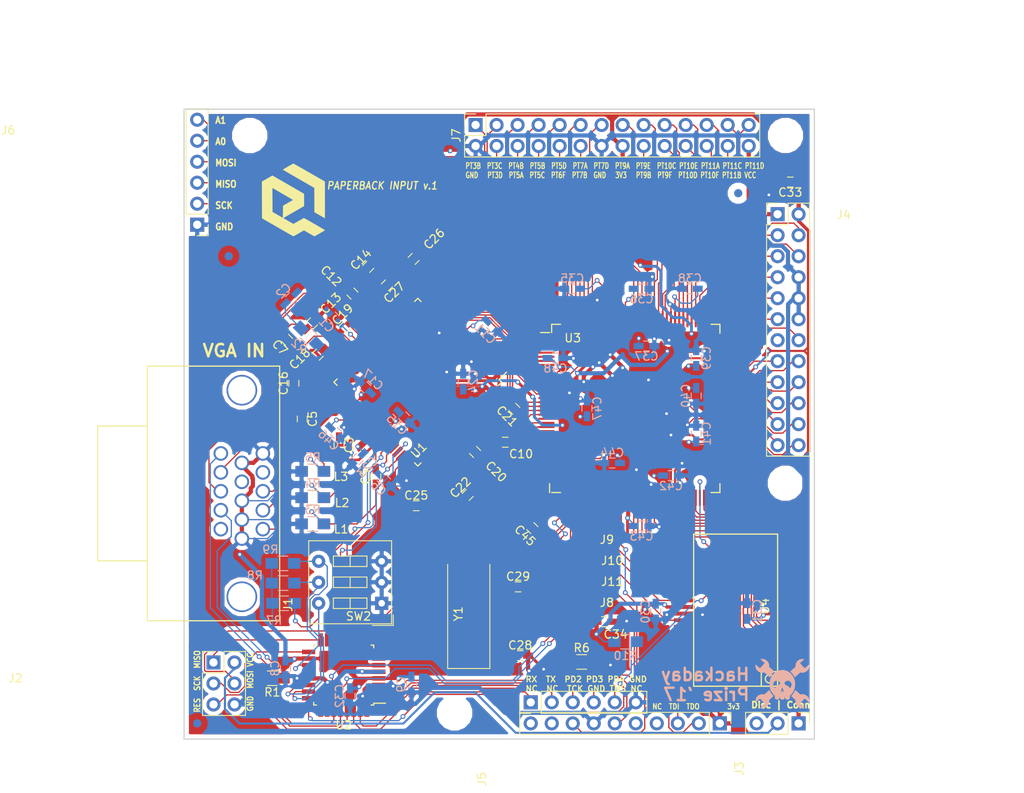
<source format=kicad_pcb>
(kicad_pcb (version 4) (host pcbnew 4.0.6)
  (layers (0 F.Cu signal) (31 B.Cu signal) (34 B.Paste user) (35 F.Paste user) (36 B.SilkS user) (37 F.SilkS user) (38 B.Mask user) (39 F.Mask user) (44 Edge.Cuts user))
  (net 0 "")
  (net 1 +3V3)
  (net 2 /PLL_FILT)
  (net 3 "Net-(C2-Pad2)")
  (net 4 "Net-(C3-Pad1)")
  (net 5 "Net-(C3-Pad2)")
  (net 6 "Net-(C4-Pad1)")
  (net 7 "Net-(C4-Pad2)")
  (net 8 "Net-(C5-Pad1)")
  (net 9 "Net-(C5-Pad2)")
  (net 10 "Net-(C6-Pad1)")
  (net 11 GND)
  (net 12 "Net-(C7-Pad1)")
  (net 13 "Net-(J1-Pad1)")
  (net 14 "Net-(J1-Pad2)")
  (net 15 "Net-(J1-Pad3)")
  (net 16 /SDAVGA)
  (net 17 /HS)
  (net 18 /VS)
  (net 19 /SCLVGA)
  (net 20 /MISO_AVR)
  (net 21 /SCK_AVR)
  (net 22 /MOSI_AVR)
  (net 23 /RESET_AVR)
  (net 24 /TDO)
  (net 25 /TDI)
  (net 26 /TMS)
  (net 27 /TCK)
  (net 28 /GREEN7)
  (net 29 /GREEN6)
  (net 30 /GREEN5)
  (net 31 /GREEN4)
  (net 32 /GREEN3)
  (net 33 /GREEN2)
  (net 34 /GREEN1)
  (net 35 /GREEN0)
  (net 36 /BLUE7)
  (net 37 /BLUE6)
  (net 38 /BLUE5)
  (net 39 /BLUE4)
  (net 40 /BLUE3)
  (net 41 /BLUE2)
  (net 42 /BLUE1)
  (net 43 /BLUE0)
  (net 44 /RED7)
  (net 45 /RED6)
  (net 46 /RED5)
  (net 47 /RED4)
  (net 48 /RED3)
  (net 49 /RED2)
  (net 50 /RED1)
  (net 51 /RED0)
  (net 52 /VSOUT)
  (net 53 /HSOUT)
  (net 54 /DCK)
  (net 55 /NEG_CTRL)
  (net 56 /POS_CTRL)
  (net 57 /EP_GMODE)
  (net 58 /~SMPS_CTRL)
  (net 59 /EP_CKV)
  (net 60 /EP_SPV)
  (net 61 /EP_LE)
  (net 62 /EP_SPH)
  (net 63 /EP_CLK)
  (net 64 /EP_OE)
  (net 65 /D4)
  (net 66 /D2)
  (net 67 /D7)
  (net 68 /D6)
  (net 69 /D5)
  (net 70 /D3)
  (net 71 /D1)
  (net 72 /D0)
  (net 73 /A18)
  (net 74 /A0)
  (net 75 /A15)
  (net 76 /A16)
  (net 77 /A17)
  (net 78 /A1)
  (net 79 /A2)
  (net 80 /A3)
  (net 81 /A4)
  (net 82 /~CE_RAM)
  (net 83 /~WE_RAM)
  (net 84 /A5)
  (net 85 /A6)
  (net 86 /A7)
  (net 87 /A10)
  (net 88 /A11)
  (net 89 /A12)
  (net 90 /A13)
  (net 91 /A14)
  (net 92 /~OE_RAM)
  (net 93 /A8)
  (net 94 /A9)
  (net 95 /EPD_D4)
  (net 96 /EPD_D2)
  (net 97 /EPD_D7)
  (net 98 /EPD_D6)
  (net 99 /EPD_D5)
  (net 100 /EPD_D3)
  (net 101 /EPD_D1)
  (net 102 /EPD_D0)
  (net 103 /RX_AVR)
  (net 104 /TX_AVR)
  (net 105 /PD2)
  (net 106 /PD3)
  (net 107 /PD4)
  (net 108 /CONV_SEL)
  (net 109 /CONV_SCL)
  (net 110 /CONV_SDA)
  (net 111 /PD5)
  (net 112 /PD6)
  (net 113 /PD7)
  (net 114 /XTAL1)
  (net 115 /XTAL2)
  (net 116 "Net-(J2-Pad2)")
  (net 117 /SCK_FPGA)
  (net 118 /MISO_FPGA)
  (net 119 /MOSI_FPGA)
  (net 120 /A0_SPI_FPGA)
  (net 121 /A1_SPI_FPGA)
  (net 122 VCC)
  (net 123 /PT3B)
  (net 124 /PT3C)
  (net 125 /PT3D)
  (net 126 /PT4B)
  (net 127 /PT5A)
  (net 128 /PT5B)
  (net 129 /PT5C)
  (net 130 /PT5D)
  (net 131 /PT6F)
  (net 132 /PT7A)
  (net 133 /PT7B)
  (net 134 /PT7D)
  (net 135 /PT9A)
  (net 136 /PT9E)
  (net 137 /PT9B)
  (net 138 /PT10C)
  (net 139 /PT9F)
  (net 140 /PT10E)
  (net 141 /PT10D)
  (net 142 /PT11A)
  (net 143 /PT10F)
  (net 144 /PT11C)
  (net 145 /PT11B)
  (net 146 /PT11D)
  (net 147 /ADC0)
  (net 148 /ADC6)
  (net 149 /ADC7)
  (net 150 /PC1)
  (net 151 /PC2)
  (net 152 /PC3)
  (net 153 "Net-(J8-Pad1)")
  (net 154 "Net-(J9-Pad1)")
  (net 155 "Net-(J10-Pad1)")
  (net 156 "Net-(J11-Pad1)")
  (module PK_Footprints:VGA_HD15 (layer F.Cu) (at 80.645 92.075 270)
    (fp_text reference J1 (at 9.144 -3.048 270) (layer F.SilkS))
    (fp_text value DB15_FEMALE_HighDensity)
    (pad "" thru_hole circle (at -16.81 2.54 270) (size 3.7 3.7) (drill 3.3) (layers *.Cu *.Mask))
    (pad "" thru_hole circle (at 8.18 2.54 270) (size 3.7 3.7) (drill 3.3) (layers *.Cu *.Mask))
    (pad 1 thru_hole circle (at 0 0 270) (size 1.76 1.76) (drill 1.3) (layers *.Cu *.Mask) (net 13 "Net-(J1-Pad1)"))
    (pad 2 thru_hole circle (at -2.29 0 270) (size 1.76 1.76) (drill 1.3) (layers *.Cu *.Mask) (net 14 "Net-(J1-Pad2)"))
    (pad 3 thru_hole circle (at -4.58 0 270) (size 1.76 1.76) (drill 1.3) (layers *.Cu *.Mask) (net 15 "Net-(J1-Pad3)"))
    (pad 4 thru_hole circle (at -6.87 0 270) (size 1.76 1.76) (drill 1.3) (layers *.Cu *.Mask))
    (pad 5 thru_hole circle (at -9.16 0 270) (size 1.76 1.76) (drill 1.3) (layers *.Cu *.Mask) (net 11 GND))
    (pad 6 thru_hole circle (at 1.14 2.54 270) (size 1.76 1.76) (drill 1.3) (layers *.Cu *.Mask) (net 11 GND))
    (pad 7 thru_hole circle (at -1.15 2.54 270) (size 1.76 1.76) (drill 1.3) (layers *.Cu *.Mask) (net 11 GND))
    (pad 8 thru_hole circle (at -3.44 2.54 270) (size 1.76 1.76) (drill 1.3) (layers *.Cu *.Mask) (net 11 GND))
    (pad 9 thru_hole circle (at -5.73 2.54 270) (size 1.76 1.76) (drill 1.3) (layers *.Cu *.Mask))
    (pad 10 thru_hole circle (at -8.02 2.54 270) (size 1.76 1.76) (drill 1.3) (layers *.Cu *.Mask) (net 11 GND))
    (pad 11 thru_hole circle (at 0 5.08 270) (size 1.76 1.76) (drill 1.3) (layers *.Cu *.Mask))
    (pad 12 thru_hole circle (at -2.29 5.08 270) (size 1.76 1.76) (drill 1.3) (layers *.Cu *.Mask) (net 16 /SDAVGA))
    (pad 13 thru_hole circle (at -4.58 5.08 270) (size 1.76 1.76) (drill 1.3) (layers *.Cu *.Mask) (net 17 /HS))
    (pad 14 thru_hole circle (at -6.87 5.08 270) (size 1.76 1.76) (drill 1.3) (layers *.Cu *.Mask) (net 18 /VS))
    (pad 15 thru_hole circle (at -9.16 5.08 270) (size 1.76 1.76) (drill 1.3) (layers *.Cu *.Mask) (net 19 /SCLVGA))
  )
  (module Fiducials:Fiducial_1mm_Dia_2.54mm_Outer_CopperTop (layer F.Cu) (at 134.8994 112.6871)
    (fp_text reference REF** hide)
    (fp_text value Fiducial_1mm_Dia_2.54mm_Outer_CopperTop hide)
    (pad ~ smd circle (at 0 0) (size 1 1) (layers F.Cu F.Mask) (clearance 0.77))
  )
  (module Fiducials:Fiducial_1mm_Dia_2.54mm_Outer_CopperTop (layer B.Cu) (at 72.7075 115.57)
    (fp_text reference REF** hide)
    (fp_text value Fiducial_1mm_Dia_2.54mm_Outer_CopperTop hide)
    (pad ~ smd circle (at 0 0) (size 1 1) (layers B.Cu B.Mask) (clearance 0.77))
  )
  (module Fiducials:Fiducial_1mm_Dia_2.54mm_Outer_CopperTop (layer B.Cu) (at 138.1125 51.435)
    (fp_text reference REF** hide)
    (fp_text value Fiducial_1mm_Dia_2.54mm_Outer_CopperTop hide)
    (pad ~ smd circle (at 0 0) (size 1 1) (layers B.Cu B.Mask) (clearance 0.77))
  )
  (module Fiducials:Fiducial_1mm_Dia_2.54mm_Outer_CopperTop (layer F.Cu) (at 72.89292 104.95026)
    (fp_text reference REF** hide)
    (fp_text value Fiducial_1mm_Dia_2.54mm_Outer_CopperTop hide)
    (pad ~ smd circle (at 0 0) (size 1 1) (layers F.Cu F.Mask) (clearance 0.77))
  )
  (module Fiducials:Fiducial_1mm_Dia_2.54mm_Outer_CopperTop (layer F.Cu) (at 84.6709 44.3103)
    (fp_text reference REF** hide)
    (fp_text value Fiducial_1mm_Dia_2.54mm_Outer_CopperTop hide)
    (pad ~ smd circle (at 0 0) (size 1 1) (layers F.Cu F.Mask) (clearance 0.77))
  )
  (module Capacitors_SMD:C_0603_HandSoldering (layer B.Cu) (at 89.2175 66.4718 315)
    (fp_text reference C1 (at 0 1.25 315) (layer B.SilkS) (effects (justify mirror)))
    (fp_text value .0082uF)
    (pad 1 smd rect (at -0.95 0 315) (size 1.2 0.75) (layers B.Cu B.Paste B.Mask) (net 1 +3V3))
    (pad 2 smd rect (at 0.95 0 315) (size 1.2 0.75) (layers B.Cu B.Paste B.Mask) (net 2 /PLL_FILT))
  )
  (module Capacitors_SMD:C_0603_HandSoldering (layer B.Cu) (at 84.0359 64.135 225)
    (fp_text reference C2 (at 0 1.249999 225) (layer B.SilkS) (effects (justify mirror)))
    (fp_text value .082uF)
    (pad 1 smd rect (at -0.95 0 225) (size 1.2 0.75) (layers B.Cu B.Paste B.Mask) (net 1 +3V3))
    (pad 2 smd rect (at 0.95 0 225) (size 1.2 0.75) (layers B.Cu B.Paste B.Mask) (net 3 "Net-(C2-Pad2)"))
  )
  (module Capacitors_SMD:C_0603_HandSoldering (layer F.Cu) (at 89.8525 81.915 270)
    (fp_text reference C3 (at 0 -1.25 270) (layer F.SilkS))
    (fp_text value 47nF)
    (pad 1 smd rect (at -0.95 0 270) (size 1.2 0.75) (layers F.Cu F.Paste F.Mask) (net 4 "Net-(C3-Pad1)"))
    (pad 2 smd rect (at 0.95 0 270) (size 1.2 0.75) (layers F.Cu F.Paste F.Mask) (net 5 "Net-(C3-Pad2)"))
  )
  (module Capacitors_SMD:C_0603_HandSoldering (layer F.Cu) (at 94.2975 85.725 90)
    (fp_text reference C4 (at 0 -1.25 90) (layer F.SilkS))
    (fp_text value 47nF)
    (pad 1 smd rect (at -0.95 0 90) (size 1.2 0.75) (layers F.Cu F.Paste F.Mask) (net 6 "Net-(C4-Pad1)"))
    (pad 2 smd rect (at 0.95 0 90) (size 1.2 0.75) (layers F.Cu F.Paste F.Mask) (net 7 "Net-(C4-Pad2)"))
  )
  (module Capacitors_SMD:C_0603_HandSoldering (layer F.Cu) (at 85.4075 78.74 270)
    (fp_text reference C5 (at 0 -1.25 270) (layer F.SilkS))
    (fp_text value 47nF)
    (pad 1 smd rect (at -0.95 0 270) (size 1.2 0.75) (layers F.Cu F.Paste F.Mask) (net 8 "Net-(C5-Pad1)"))
    (pad 2 smd rect (at 0.95 0 270) (size 1.2 0.75) (layers F.Cu F.Paste F.Mask) (net 9 "Net-(C5-Pad2)"))
  )
  (module Capacitors_SMD:C_0603_HandSoldering (layer B.Cu) (at 95.4151 86.1822 315)
    (fp_text reference C6 (at 0.080822 1.248256 315) (layer B.SilkS) (effects (justify mirror)))
    (fp_text value .1uF)
    (pad 1 smd rect (at -0.95 0 315) (size 1.2 0.75) (layers B.Cu B.Paste B.Mask) (net 10 "Net-(C6-Pad1)"))
    (pad 2 smd rect (at 0.95 0 315) (size 1.2 0.75) (layers B.Cu B.Paste B.Mask) (net 11 GND))
  )
  (module Capacitors_SMD:C_0603_HandSoldering (layer F.Cu) (at 83.5787 69.1896 135)
    (fp_text reference C7 (at 0 -1.249999 135) (layer F.SilkS))
    (fp_text value .1uF)
    (pad 1 smd rect (at -0.95 0 135) (size 1.2 0.75) (layers F.Cu F.Paste F.Mask) (net 12 "Net-(C7-Pad1)"))
    (pad 2 smd rect (at 0.95 0 135) (size 1.2 0.75) (layers F.Cu F.Paste F.Mask) (net 11 GND))
  )
  (module Inductors_SMD:L_0805_HandSoldering (layer F.Cu) (at 86.6775 91.44 180)
    (fp_text reference L1 (at -3.429 -0.6477 180) (layer F.SilkS))
    (fp_text value FR_Bead)
    (pad 1 smd rect (at -1.35 0 180) (size 1.5 1.3) (layers F.Cu F.Paste F.Mask) (net 6 "Net-(C4-Pad1)"))
    (pad 2 smd rect (at 1.35 0 180) (size 1.5 1.3) (layers F.Cu F.Paste F.Mask) (net 13 "Net-(J1-Pad1)"))
  )
  (module Inductors_SMD:L_0805_HandSoldering (layer F.Cu) (at 86.6775 88.265 180)
    (fp_text reference L2 (at -3.5433 -0.635 180) (layer F.SilkS))
    (fp_text value FR_Bead)
    (pad 1 smd rect (at -1.35 0 180) (size 1.5 1.3) (layers F.Cu F.Paste F.Mask) (net 5 "Net-(C3-Pad2)"))
    (pad 2 smd rect (at 1.35 0 180) (size 1.5 1.3) (layers F.Cu F.Paste F.Mask) (net 14 "Net-(J1-Pad2)"))
  )
  (module Inductors_SMD:L_0805_HandSoldering (layer F.Cu) (at 86.6775 85.09 180)
    (fp_text reference L3 (at -3.4036 -0.635 180) (layer F.SilkS))
    (fp_text value FR_Bead)
    (pad 1 smd rect (at -1.35 0 180) (size 1.5 1.3) (layers F.Cu F.Paste F.Mask) (net 9 "Net-(C5-Pad2)"))
    (pad 2 smd rect (at 1.35 0 180) (size 1.5 1.3) (layers F.Cu F.Paste F.Mask) (net 15 "Net-(J1-Pad3)"))
  )
  (module Resistors_SMD:R_0805_HandSoldering (layer F.Cu) (at 81.788 110.109 180)
    (fp_text reference R1 (at 0 -1.7 180) (layer F.SilkS))
    (fp_text value 10k)
    (pad 1 smd rect (at -1.35 0 180) (size 1.5 1.3) (layers F.Cu F.Paste F.Mask) (net 1 +3V3))
    (pad 2 smd rect (at 1.35 0 180) (size 1.5 1.3) (layers F.Cu F.Paste F.Mask) (net 23 /RESET_AVR))
  )
  (module Resistors_SMD:R_0805_HandSoldering (layer B.Cu) (at 86.1949 68.7324 315)
    (fp_text reference R2 (at 0 1.7 315) (layer B.SilkS) (effects (justify mirror)))
    (fp_text value 2.7k)
    (pad 1 smd rect (at -1.35 0 315) (size 1.5 1.3) (layers B.Cu B.Paste B.Mask) (net 3 "Net-(C2-Pad2)"))
    (pad 2 smd rect (at 1.35 0 315) (size 1.5 1.3) (layers B.Cu B.Paste B.Mask) (net 2 /PLL_FILT))
  )
  (module Resistors_SMD:R_0805_HandSoldering (layer B.Cu) (at 86.6775 91.44 180)
    (fp_text reference R3 (at 0 1.7 180) (layer B.SilkS) (effects (justify mirror)))
    (fp_text value 75)
    (pad 1 smd rect (at -1.35 0 180) (size 1.5 1.3) (layers B.Cu B.Paste B.Mask) (net 6 "Net-(C4-Pad1)"))
    (pad 2 smd rect (at 1.35 0 180) (size 1.5 1.3) (layers B.Cu B.Paste B.Mask) (net 11 GND))
  )
  (module Resistors_SMD:R_0805_HandSoldering (layer B.Cu) (at 86.6775 88.265 180)
    (fp_text reference R4 (at 0 1.7 180) (layer B.SilkS) (effects (justify mirror)))
    (fp_text value 75)
    (pad 1 smd rect (at -1.35 0 180) (size 1.5 1.3) (layers B.Cu B.Paste B.Mask) (net 5 "Net-(C3-Pad2)"))
    (pad 2 smd rect (at 1.35 0 180) (size 1.5 1.3) (layers B.Cu B.Paste B.Mask) (net 11 GND))
  )
  (module Resistors_SMD:R_0805_HandSoldering (layer B.Cu) (at 86.6775 85.09 180)
    (fp_text reference R5 (at 0 1.7 180) (layer B.SilkS) (effects (justify mirror)))
    (fp_text value 75)
    (pad 1 smd rect (at -1.35 0 180) (size 1.5 1.3) (layers B.Cu B.Paste B.Mask) (net 9 "Net-(C5-Pad2)"))
    (pad 2 smd rect (at 1.35 0 180) (size 1.5 1.3) (layers B.Cu B.Paste B.Mask) (net 11 GND))
  )
  (module Resistors_SMD:R_0805_HandSoldering (layer F.Cu) (at 119.1895 108.1405)
    (fp_text reference R6 (at 0 -1.7) (layer F.SilkS))
    (fp_text value 4.7K)
    (pad 1 smd rect (at -1.35 0) (size 1.5 1.3) (layers F.Cu F.Paste F.Mask) (net 27 /TCK))
    (pad 2 smd rect (at 1.35 0) (size 1.5 1.3) (layers F.Cu F.Paste F.Mask) (net 11 GND))
  )
  (module Housings_QFP:TQFP-32_7x7mm_Pitch0.8mm (layer F.Cu) (at 90.424 109.728 180)
    (fp_text reference U2 (at 0 -6.05 180) (layer F.SilkS))
    (fp_text value ATMEGA328-AU)
    (pad 1 smd rect (at -4.25 -2.8 180) (size 1.6 0.55) (layers F.Cu F.Paste F.Mask) (net 106 /PD3))
    (pad 2 smd rect (at -4.25 -2 180) (size 1.6 0.55) (layers F.Cu F.Paste F.Mask) (net 107 /PD4))
    (pad 3 smd rect (at -4.25 -1.2 180) (size 1.6 0.55) (layers F.Cu F.Paste F.Mask) (net 11 GND))
    (pad 4 smd rect (at -4.25 -0.4 180) (size 1.6 0.55) (layers F.Cu F.Paste F.Mask) (net 1 +3V3))
    (pad 5 smd rect (at -4.25 0.4 180) (size 1.6 0.55) (layers F.Cu F.Paste F.Mask) (net 11 GND))
    (pad 6 smd rect (at -4.25 1.2 180) (size 1.6 0.55) (layers F.Cu F.Paste F.Mask) (net 1 +3V3))
    (pad 7 smd rect (at -4.25 2 180) (size 1.6 0.55) (layers F.Cu F.Paste F.Mask) (net 114 /XTAL1))
    (pad 8 smd rect (at -4.25 2.8 180) (size 1.6 0.55) (layers F.Cu F.Paste F.Mask) (net 115 /XTAL2))
    (pad 9 smd rect (at -2.8 4.25 270) (size 1.6 0.55) (layers F.Cu F.Paste F.Mask) (net 111 /PD5))
    (pad 10 smd rect (at -2 4.25 270) (size 1.6 0.55) (layers F.Cu F.Paste F.Mask) (net 112 /PD6))
    (pad 11 smd rect (at -1.2 4.25 270) (size 1.6 0.55) (layers F.Cu F.Paste F.Mask) (net 113 /PD7))
    (pad 12 smd rect (at -0.4 4.25 270) (size 1.6 0.55) (layers F.Cu F.Paste F.Mask) (net 108 /CONV_SEL))
    (pad 13 smd rect (at 0.4 4.25 270) (size 1.6 0.55) (layers F.Cu F.Paste F.Mask) (net 110 /CONV_SDA))
    (pad 14 smd rect (at 1.2 4.25 270) (size 1.6 0.55) (layers F.Cu F.Paste F.Mask) (net 109 /CONV_SCL))
    (pad 15 smd rect (at 2 4.25 270) (size 1.6 0.55) (layers F.Cu F.Paste F.Mask) (net 22 /MOSI_AVR))
    (pad 16 smd rect (at 2.8 4.25 270) (size 1.6 0.55) (layers F.Cu F.Paste F.Mask) (net 20 /MISO_AVR))
    (pad 17 smd rect (at 4.25 2.8 180) (size 1.6 0.55) (layers F.Cu F.Paste F.Mask) (net 21 /SCK_AVR))
    (pad 18 smd rect (at 4.25 2 180) (size 1.6 0.55) (layers F.Cu F.Paste F.Mask) (net 1 +3V3))
    (pad 19 smd rect (at 4.25 1.2 180) (size 1.6 0.55) (layers F.Cu F.Paste F.Mask) (net 148 /ADC6))
    (pad 20 smd rect (at 4.25 0.4 180) (size 1.6 0.55) (layers F.Cu F.Paste F.Mask))
    (pad 21 smd rect (at 4.25 -0.4 180) (size 1.6 0.55) (layers F.Cu F.Paste F.Mask) (net 11 GND))
    (pad 22 smd rect (at 4.25 -1.2 180) (size 1.6 0.55) (layers F.Cu F.Paste F.Mask) (net 149 /ADC7))
    (pad 23 smd rect (at 4.25 -2 180) (size 1.6 0.55) (layers F.Cu F.Paste F.Mask) (net 147 /ADC0))
    (pad 24 smd rect (at 4.25 -2.8 180) (size 1.6 0.55) (layers F.Cu F.Paste F.Mask) (net 150 /PC1))
    (pad 25 smd rect (at 2.8 -4.25 270) (size 1.6 0.55) (layers F.Cu F.Paste F.Mask) (net 151 /PC2))
    (pad 26 smd rect (at 2 -4.25 270) (size 1.6 0.55) (layers F.Cu F.Paste F.Mask) (net 152 /PC3))
    (pad 27 smd rect (at 1.2 -4.25 270) (size 1.6 0.55) (layers F.Cu F.Paste F.Mask) (net 16 /SDAVGA))
    (pad 28 smd rect (at 0.4 -4.25 270) (size 1.6 0.55) (layers F.Cu F.Paste F.Mask) (net 19 /SCLVGA))
    (pad 29 smd rect (at -0.4 -4.25 270) (size 1.6 0.55) (layers F.Cu F.Paste F.Mask) (net 23 /RESET_AVR))
    (pad 30 smd rect (at -1.2 -4.25 270) (size 1.6 0.55) (layers F.Cu F.Paste F.Mask) (net 103 /RX_AVR))
    (pad 31 smd rect (at -2 -4.25 270) (size 1.6 0.55) (layers F.Cu F.Paste F.Mask) (net 104 /TX_AVR))
    (pad 32 smd rect (at -2.8 -4.25 270) (size 1.6 0.55) (layers F.Cu F.Paste F.Mask) (net 105 /PD2))
  )
  (module PK_Footprints:TSOP_II_44_0.8mm (layer F.Cu) (at 137.414 101.854 90)
    (fp_text reference U4 (at 0.45 3.92 90) (layer F.SilkS))
    (fp_text value IS61LV5128AL)
    (pad 1 smd rect (at -8.44 6.595 90) (size 0.477 2.5174) (layers F.Cu F.Paste F.Mask))
    (pad 2 smd rect (at -7.64 6.595 90) (size 0.477 2.5174) (layers F.Cu F.Paste F.Mask))
    (pad 3 smd rect (at -6.84 6.595 90) (size 0.477 2.5174) (layers F.Cu F.Paste F.Mask) (net 74 /A0))
    (pad 4 smd rect (at -6.04 6.595 90) (size 0.477 2.5174) (layers F.Cu F.Paste F.Mask) (net 78 /A1))
    (pad 5 smd rect (at -5.24 6.595 90) (size 0.477 2.5174) (layers F.Cu F.Paste F.Mask) (net 79 /A2))
    (pad 6 smd rect (at -4.44 6.595 90) (size 0.477 2.5174) (layers F.Cu F.Paste F.Mask) (net 80 /A3))
    (pad 7 smd rect (at -3.64 6.595 90) (size 0.477 2.5174) (layers F.Cu F.Paste F.Mask) (net 81 /A4))
    (pad 8 smd rect (at -2.84 6.595 90) (size 0.477 2.5174) (layers F.Cu F.Paste F.Mask) (net 82 /~CE_RAM))
    (pad 9 smd rect (at -2.04 6.595 90) (size 0.477 2.5174) (layers F.Cu F.Paste F.Mask) (net 72 /D0))
    (pad 10 smd rect (at -1.24 6.595 90) (size 0.477 2.5174) (layers F.Cu F.Paste F.Mask) (net 71 /D1))
    (pad 11 smd rect (at -0.44 6.595 90) (size 0.477 2.5174) (layers F.Cu F.Paste F.Mask) (net 1 +3V3))
    (pad 12 smd rect (at 0.36 6.595 90) (size 0.477 2.5174) (layers F.Cu F.Paste F.Mask) (net 11 GND))
    (pad 13 smd rect (at 1.16 6.595 90) (size 0.477 2.5174) (layers F.Cu F.Paste F.Mask) (net 66 /D2))
    (pad 14 smd rect (at 1.96 6.595 90) (size 0.477 2.5174) (layers F.Cu F.Paste F.Mask) (net 70 /D3))
    (pad 15 smd rect (at 2.76 6.595 90) (size 0.477 2.5174) (layers F.Cu F.Paste F.Mask) (net 83 /~WE_RAM))
    (pad 16 smd rect (at 3.56 6.595 90) (size 0.477 2.5174) (layers F.Cu F.Paste F.Mask) (net 84 /A5))
    (pad 17 smd rect (at 4.36 6.595 90) (size 0.477 2.5174) (layers F.Cu F.Paste F.Mask) (net 85 /A6))
    (pad 18 smd rect (at 5.16 6.595 90) (size 0.477 2.5174) (layers F.Cu F.Paste F.Mask) (net 86 /A7))
    (pad 19 smd rect (at 5.96 6.595 90) (size 0.477 2.5174) (layers F.Cu F.Paste F.Mask) (net 93 /A8))
    (pad 20 smd rect (at 6.76 6.595 90) (size 0.477 2.5174) (layers F.Cu F.Paste F.Mask) (net 94 /A9))
    (pad 21 smd rect (at 7.56 6.595 90) (size 0.477 2.5174) (layers F.Cu F.Paste F.Mask))
    (pad 22 smd rect (at 8.36 6.595 90) (size 0.477 2.5174) (layers F.Cu F.Paste F.Mask))
    (pad 23 smd rect (at 8.36 -5.82308 90) (size 0.477 2.5174) (layers F.Cu F.Paste F.Mask))
    (pad 24 smd rect (at 7.56 -5.82308 90) (size 0.477 2.5174) (layers F.Cu F.Paste F.Mask))
    (pad 25 smd rect (at 6.76 -5.82308 90) (size 0.477 2.5174) (layers F.Cu F.Paste F.Mask))
    (pad 26 smd rect (at 5.96 -5.82308 90) (size 0.477 2.5174) (layers F.Cu F.Paste F.Mask) (net 87 /A10))
    (pad 27 smd rect (at 5.16 -5.82308 90) (size 0.477 2.5174) (layers F.Cu F.Paste F.Mask) (net 88 /A11))
    (pad 28 smd rect (at 4.36 -5.82308 90) (size 0.477 2.5174) (layers F.Cu F.Paste F.Mask) (net 89 /A12))
    (pad 29 smd rect (at 3.56 -5.82308 90) (size 0.477 2.5174) (layers F.Cu F.Paste F.Mask) (net 90 /A13))
    (pad 30 smd rect (at 2.76 -5.82308 90) (size 0.477 2.5174) (layers F.Cu F.Paste F.Mask) (net 91 /A14))
    (pad 31 smd rect (at 1.96 -5.82308 90) (size 0.477 2.5174) (layers F.Cu F.Paste F.Mask) (net 65 /D4))
    (pad 32 smd rect (at 1.16 -5.82308 90) (size 0.477 2.5174) (layers F.Cu F.Paste F.Mask) (net 69 /D5))
    (pad 33 smd rect (at 0.36 -5.82308 90) (size 0.477 2.5174) (layers F.Cu F.Paste F.Mask) (net 1 +3V3))
    (pad 34 smd rect (at -0.44 -5.82308 90) (size 0.477 2.5174) (layers F.Cu F.Paste F.Mask) (net 11 GND))
    (pad 35 smd rect (at -1.24 -5.82308 90) (size 0.477 2.5174) (layers F.Cu F.Paste F.Mask) (net 68 /D6))
    (pad 36 smd rect (at -2.04 -5.82308 90) (size 0.477 2.5174) (layers F.Cu F.Paste F.Mask) (net 67 /D7))
    (pad 37 smd rect (at -2.84 -5.82308 90) (size 0.477 2.5174) (layers F.Cu F.Paste F.Mask) (net 92 /~OE_RAM))
    (pad 38 smd rect (at -3.64 -5.82308 90) (size 0.477 2.5174) (layers F.Cu F.Paste F.Mask) (net 75 /A15))
    (pad 39 smd rect (at -4.44 -5.82308 90) (size 0.477 2.5174) (layers F.Cu F.Paste F.Mask) (net 76 /A16))
    (pad 40 smd rect (at -5.24 -5.82308 90) (size 0.477 2.5174) (layers F.Cu F.Paste F.Mask) (net 77 /A17))
    (pad 41 smd rect (at -6.04 -5.82308 90) (size 0.477 2.5174) (layers F.Cu F.Paste F.Mask) (net 73 /A18))
    (pad 42 smd rect (at -6.84 -5.82308 90) (size 0.477 2.5174) (layers F.Cu F.Paste F.Mask))
    (pad 43 smd rect (at -7.64 -5.82308 90) (size 0.477 2.5174) (layers F.Cu F.Paste F.Mask))
    (pad 44 smd rect (at -8.44 -5.82308 90) (size 0.477 2.5174) (layers F.Cu F.Paste F.Mask))
  )
  (module Pin_Headers:Pin_Header_Straight_2x12_Pitch2.54mm (layer F.Cu) (at 142.875 53.975)
    (fp_text reference J4 (at 8.001 0.0889) (layer F.SilkS))
    (fp_text value CONN_02X12)
    (pad 1 thru_hole rect (at 0 0) (size 1.7 1.7) (drill 1) (layers *.Cu *.Mask) (net 122 VCC))
    (pad 2 thru_hole oval (at 2.54 0) (size 1.7 1.7) (drill 1) (layers *.Cu *.Mask) (net 1 +3V3))
    (pad 3 thru_hole oval (at 0 2.54) (size 1.7 1.7) (drill 1) (layers *.Cu *.Mask) (net 55 /NEG_CTRL))
    (pad 4 thru_hole oval (at 2.54 2.54) (size 1.7 1.7) (drill 1) (layers *.Cu *.Mask) (net 56 /POS_CTRL))
    (pad 5 thru_hole oval (at 0 5.08) (size 1.7 1.7) (drill 1) (layers *.Cu *.Mask) (net 57 /EP_GMODE))
    (pad 6 thru_hole oval (at 2.54 5.08) (size 1.7 1.7) (drill 1) (layers *.Cu *.Mask) (net 58 /~SMPS_CTRL))
    (pad 7 thru_hole oval (at 0 7.62) (size 1.7 1.7) (drill 1) (layers *.Cu *.Mask) (net 59 /EP_CKV))
    (pad 8 thru_hole oval (at 2.54 7.62) (size 1.7 1.7) (drill 1) (layers *.Cu *.Mask) (net 11 GND))
    (pad 9 thru_hole oval (at 0 10.16) (size 1.7 1.7) (drill 1) (layers *.Cu *.Mask) (net 60 /EP_SPV))
    (pad 10 thru_hole oval (at 2.54 10.16) (size 1.7 1.7) (drill 1) (layers *.Cu *.Mask) (net 11 GND))
    (pad 11 thru_hole oval (at 0 12.7) (size 1.7 1.7) (drill 1) (layers *.Cu *.Mask) (net 61 /EP_LE))
    (pad 12 thru_hole oval (at 2.54 12.7) (size 1.7 1.7) (drill 1) (layers *.Cu *.Mask) (net 11 GND))
    (pad 13 thru_hole oval (at 0 15.24) (size 1.7 1.7) (drill 1) (layers *.Cu *.Mask))
    (pad 14 thru_hole oval (at 2.54 15.24) (size 1.7 1.7) (drill 1) (layers *.Cu *.Mask) (net 62 /EP_SPH))
    (pad 15 thru_hole oval (at 0 17.78) (size 1.7 1.7) (drill 1) (layers *.Cu *.Mask) (net 63 /EP_CLK))
    (pad 16 thru_hole oval (at 2.54 17.78) (size 1.7 1.7) (drill 1) (layers *.Cu *.Mask) (net 64 /EP_OE))
    (pad 17 thru_hole oval (at 0 20.32) (size 1.7 1.7) (drill 1) (layers *.Cu *.Mask) (net 95 /EPD_D4))
    (pad 18 thru_hole oval (at 2.54 20.32) (size 1.7 1.7) (drill 1) (layers *.Cu *.Mask) (net 96 /EPD_D2))
    (pad 19 thru_hole oval (at 0 22.86) (size 1.7 1.7) (drill 1) (layers *.Cu *.Mask) (net 97 /EPD_D7))
    (pad 20 thru_hole oval (at 2.54 22.86) (size 1.7 1.7) (drill 1) (layers *.Cu *.Mask) (net 98 /EPD_D6))
    (pad 21 thru_hole oval (at 0 25.4) (size 1.7 1.7) (drill 1) (layers *.Cu *.Mask) (net 99 /EPD_D5))
    (pad 22 thru_hole oval (at 2.54 25.4) (size 1.7 1.7) (drill 1) (layers *.Cu *.Mask) (net 100 /EPD_D3))
    (pad 23 thru_hole oval (at 0 27.94) (size 1.7 1.7) (drill 1) (layers *.Cu *.Mask) (net 101 /EPD_D1))
    (pad 24 thru_hole oval (at 2.54 27.94) (size 1.7 1.7) (drill 1) (layers *.Cu *.Mask) (net 102 /EPD_D0))
  )
  (module Pin_Headers:Pin_Header_Straight_2x03_Pitch2.54mm (layer F.Cu) (at 74.676 108.204)
    (fp_text reference J2 (at -23.9395 1.905) (layer F.SilkS))
    (fp_text value CONN_02X03)
    (pad 1 thru_hole rect (at 0 0) (size 1.7 1.7) (drill 1) (layers *.Cu *.Mask) (net 20 /MISO_AVR))
    (pad 2 thru_hole oval (at 2.54 0) (size 1.7 1.7) (drill 1) (layers *.Cu *.Mask) (net 116 "Net-(J2-Pad2)"))
    (pad 3 thru_hole oval (at 0 2.54) (size 1.7 1.7) (drill 1) (layers *.Cu *.Mask) (net 21 /SCK_AVR))
    (pad 4 thru_hole oval (at 2.54 2.54) (size 1.7 1.7) (drill 1) (layers *.Cu *.Mask) (net 22 /MOSI_AVR))
    (pad 5 thru_hole oval (at 0 5.08) (size 1.7 1.7) (drill 1) (layers *.Cu *.Mask) (net 23 /RESET_AVR))
    (pad 6 thru_hole oval (at 2.54 5.08) (size 1.7 1.7) (drill 1) (layers *.Cu *.Mask) (net 11 GND))
  )
  (module Pin_Headers:Pin_Header_Straight_1x10_Pitch2.54mm (layer F.Cu) (at 135.89 115.57 270)
    (fp_text reference J3 (at 5.461 -2.3495 270) (layer F.SilkS))
    (fp_text value CONN_01X10)
    (pad 1 thru_hole rect (at 0 0 270) (size 1.7 1.7) (drill 1) (layers *.Cu *.Mask) (net 1 +3V3))
    (pad 2 thru_hole oval (at 0 2.54 270) (size 1.7 1.7) (drill 1) (layers *.Cu *.Mask) (net 24 /TDO))
    (pad 3 thru_hole oval (at 0 5.08 270) (size 1.7 1.7) (drill 1) (layers *.Cu *.Mask) (net 25 /TDI))
    (pad 4 thru_hole oval (at 0 7.62 270) (size 1.7 1.7) (drill 1) (layers *.Cu *.Mask))
    (pad 5 thru_hole oval (at 0 10.16 270) (size 1.7 1.7) (drill 1) (layers *.Cu *.Mask))
    (pad 6 thru_hole oval (at 0 12.7 270) (size 1.7 1.7) (drill 1) (layers *.Cu *.Mask) (net 26 /TMS))
    (pad 7 thru_hole oval (at 0 15.24 270) (size 1.7 1.7) (drill 1) (layers *.Cu *.Mask) (net 11 GND))
    (pad 8 thru_hole oval (at 0 17.78 270) (size 1.7 1.7) (drill 1) (layers *.Cu *.Mask) (net 27 /TCK))
    (pad 9 thru_hole oval (at 0 20.32 270) (size 1.7 1.7) (drill 1) (layers *.Cu *.Mask))
    (pad 10 thru_hole oval (at 0 22.86 270) (size 1.7 1.7) (drill 1) (layers *.Cu *.Mask))
  )
  (module PK_Footprints:TQFP-144_20x20mm_Pitch0.5mm (layer F.Cu) (at 125.73 77.47)
    (fp_text reference U3 (at -7.62 -8.509) (layer F.SilkS))
    (fp_text value LCMXO1200C-3TN144C)
    (pad 1 smd rect (at -10.8 -8.75) (size 1.95 0.25) (layers F.Cu F.Paste F.Mask) (net 43 /BLUE0))
    (pad 2 smd rect (at -10.8 -8.25) (size 1.95 0.25) (layers F.Cu F.Paste F.Mask) (net 42 /BLUE1))
    (pad 3 smd rect (at -10.8 -7.75) (size 1.95 0.25) (layers F.Cu F.Paste F.Mask) (net 41 /BLUE2))
    (pad 4 smd rect (at -10.8 -7.25) (size 1.95 0.25) (layers F.Cu F.Paste F.Mask) (net 40 /BLUE3))
    (pad 5 smd rect (at -10.8 -6.75) (size 1.95 0.25) (layers F.Cu F.Paste F.Mask) (net 39 /BLUE4))
    (pad 6 smd rect (at -10.8 -6.25) (size 1.95 0.25) (layers F.Cu F.Paste F.Mask) (net 38 /BLUE5))
    (pad 7 smd rect (at -10.8 -5.75) (size 1.95 0.25) (layers F.Cu F.Paste F.Mask) (net 37 /BLUE6))
    (pad 8 smd rect (at -10.8 -5.25) (size 1.95 0.25) (layers F.Cu F.Paste F.Mask) (net 36 /BLUE7))
    (pad 9 smd rect (at -10.8 -4.75) (size 1.95 0.25) (layers F.Cu F.Paste F.Mask) (net 35 /GREEN0))
    (pad 10 smd rect (at -10.8 -4.25) (size 1.95 0.25) (layers F.Cu F.Paste F.Mask) (net 1 +3V3))
    (pad 11 smd rect (at -10.8 -3.75) (size 1.95 0.25) (layers F.Cu F.Paste F.Mask) (net 11 GND))
    (pad 12 smd rect (at -10.8 -3.25) (size 1.95 0.25) (layers F.Cu F.Paste F.Mask) (net 34 /GREEN1))
    (pad 13 smd rect (at -10.8 -2.75) (size 1.95 0.25) (layers F.Cu F.Paste F.Mask) (net 33 /GREEN2))
    (pad 14 smd rect (at -10.8 -2.25) (size 1.95 0.25) (layers F.Cu F.Paste F.Mask) (net 32 /GREEN3))
    (pad 15 smd rect (at -10.8 -1.75) (size 1.95 0.25) (layers F.Cu F.Paste F.Mask) (net 31 /GREEN4))
    (pad 16 smd rect (at -10.8 -1.25) (size 1.95 0.25) (layers F.Cu F.Paste F.Mask) (net 11 GND))
    (pad 17 smd rect (at -10.8 -0.75) (size 1.95 0.25) (layers F.Cu F.Paste F.Mask) (net 30 /GREEN5))
    (pad 18 smd rect (at -10.8 -0.25) (size 1.95 0.25) (layers F.Cu F.Paste F.Mask) (net 29 /GREEN6))
    (pad 19 smd rect (at -10.8 0.25) (size 1.95 0.25) (layers F.Cu F.Paste F.Mask) (net 28 /GREEN7))
    (pad 20 smd rect (at -10.8 0.75) (size 1.95 0.25) (layers F.Cu F.Paste F.Mask) (net 51 /RED0))
    (pad 21 smd rect (at -10.8 1.25) (size 1.95 0.25) (layers F.Cu F.Paste F.Mask) (net 1 +3V3))
    (pad 22 smd rect (at -10.8 1.75) (size 1.95 0.25) (layers F.Cu F.Paste F.Mask) (net 50 /RED1))
    (pad 23 smd rect (at -10.8 2.25) (size 1.95 0.25) (layers F.Cu F.Paste F.Mask) (net 49 /RED2))
    (pad 24 smd rect (at -10.8 2.75) (size 1.95 0.25) (layers F.Cu F.Paste F.Mask) (net 48 /RED3))
    (pad 25 smd rect (at -10.8 3.25) (size 1.95 0.25) (layers F.Cu F.Paste F.Mask) (net 47 /RED4))
    (pad 26 smd rect (at -10.8 3.75) (size 1.95 0.25) (layers F.Cu F.Paste F.Mask) (net 1 +3V3))
    (pad 27 smd rect (at -10.8 4.25) (size 1.95 0.25) (layers F.Cu F.Paste F.Mask) (net 11 GND))
    (pad 28 smd rect (at -10.8 4.75) (size 1.95 0.25) (layers F.Cu F.Paste F.Mask) (net 46 /RED5))
    (pad 29 smd rect (at -10.8 5.25) (size 1.95 0.25) (layers F.Cu F.Paste F.Mask) (net 45 /RED6))
    (pad 30 smd rect (at -10.8 5.75) (size 1.95 0.25) (layers F.Cu F.Paste F.Mask) (net 44 /RED7))
    (pad 31 smd rect (at -10.8 6.25) (size 1.95 0.25) (layers F.Cu F.Paste F.Mask) (net 54 /DCK))
    (pad 32 smd rect (at -10.8 6.75) (size 1.95 0.25) (layers F.Cu F.Paste F.Mask) (net 53 /HSOUT))
    (pad 33 smd rect (at -10.8 7.25) (size 1.95 0.25) (layers F.Cu F.Paste F.Mask) (net 52 /VSOUT))
    (pad 34 smd rect (at -10.8 7.75) (size 1.95 0.25) (layers F.Cu F.Paste F.Mask) (net 113 /PD7))
    (pad 35 smd rect (at -10.8 8.25) (size 1.95 0.25) (layers F.Cu F.Paste F.Mask) (net 112 /PD6))
    (pad 36 smd rect (at -10.8 8.75) (size 1.95 0.25) (layers F.Cu F.Paste F.Mask) (net 111 /PD5))
    (pad 37 smd rect (at -8.75 10.8 90) (size 1.95 0.25) (layers F.Cu F.Paste F.Mask) (net 11 GND))
    (pad 38 smd rect (at -8.25 10.8 90) (size 1.95 0.25) (layers F.Cu F.Paste F.Mask) (net 1 +3V3))
    (pad 39 smd rect (at -7.75 10.8 90) (size 1.95 0.25) (layers F.Cu F.Paste F.Mask) (net 26 /TMS))
    (pad 40 smd rect (at -7.25 10.8 90) (size 1.95 0.25) (layers F.Cu F.Paste F.Mask) (net 151 /PC2))
    (pad 41 smd rect (at -6.75 10.8 90) (size 1.95 0.25) (layers F.Cu F.Paste F.Mask) (net 152 /PC3))
    (pad 42 smd rect (at -6.25 10.8 90) (size 1.95 0.25) (layers F.Cu F.Paste F.Mask) (net 27 /TCK))
    (pad 43 smd rect (at -5.75 10.8 90) (size 1.95 0.25) (layers F.Cu F.Paste F.Mask) (net 156 "Net-(J11-Pad1)"))
    (pad 44 smd rect (at -5.25 10.8 90) (size 1.95 0.25) (layers F.Cu F.Paste F.Mask) (net 155 "Net-(J10-Pad1)"))
    (pad 45 smd rect (at -4.75 10.8 90) (size 1.95 0.25) (layers F.Cu F.Paste F.Mask) (net 154 "Net-(J9-Pad1)"))
    (pad 46 smd rect (at -4.25 10.8 90) (size 1.95 0.25) (layers F.Cu F.Paste F.Mask) (net 153 "Net-(J8-Pad1)"))
    (pad 47 smd rect (at -3.75 10.8 90) (size 1.95 0.25) (layers F.Cu F.Paste F.Mask) (net 24 /TDO))
    (pad 48 smd rect (at -3.25 10.8 90) (size 1.95 0.25) (layers F.Cu F.Paste F.Mask) (net 68 /D6))
    (pad 49 smd rect (at -2.75 10.8 90) (size 1.95 0.25) (layers F.Cu F.Paste F.Mask) (net 69 /D5))
    (pad 50 smd rect (at -2.25 10.8 90) (size 1.95 0.25) (layers F.Cu F.Paste F.Mask) (net 65 /D4))
    (pad 51 smd rect (at -1.75 10.8 90) (size 1.95 0.25) (layers F.Cu F.Paste F.Mask) (net 25 /TDI))
    (pad 52 smd rect (at -1.25 10.8 90) (size 1.95 0.25) (layers F.Cu F.Paste F.Mask) (net 1 +3V3))
    (pad 53 smd rect (at -0.75 10.8 90) (size 1.95 0.25) (layers F.Cu F.Paste F.Mask) (net 1 +3V3))
    (pad 54 smd rect (at -0.25 10.8 90) (size 1.95 0.25) (layers F.Cu F.Paste F.Mask) (net 91 /A14))
    (pad 55 smd rect (at 0.25 10.8 90) (size 1.95 0.25) (layers F.Cu F.Paste F.Mask) (net 90 /A13))
    (pad 56 smd rect (at 0.75 10.8 90) (size 1.95 0.25) (layers F.Cu F.Paste F.Mask) (net 89 /A12))
    (pad 57 smd rect (at 1.25 10.8 90) (size 1.95 0.25) (layers F.Cu F.Paste F.Mask) (net 88 /A11))
    (pad 58 smd rect (at 1.75 10.8 90) (size 1.95 0.25) (layers F.Cu F.Paste F.Mask) (net 87 /A10))
    (pad 59 smd rect (at 2.25 10.8 90) (size 1.95 0.25) (layers F.Cu F.Paste F.Mask) (net 11 GND))
    (pad 60 smd rect (at 2.75 10.8 90) (size 1.95 0.25) (layers F.Cu F.Paste F.Mask) (net 67 /D7))
    (pad 61 smd rect (at 3.25 10.8 90) (size 1.95 0.25) (layers F.Cu F.Paste F.Mask) (net 92 /~OE_RAM))
    (pad 62 smd rect (at 3.75 10.8 90) (size 1.95 0.25) (layers F.Cu F.Paste F.Mask) (net 75 /A15))
    (pad 63 smd rect (at 4.25 10.8 90) (size 1.95 0.25) (layers F.Cu F.Paste F.Mask) (net 1 +3V3))
    (pad 64 smd rect (at 4.75 10.8 90) (size 1.95 0.25) (layers F.Cu F.Paste F.Mask) (net 11 GND))
    (pad 65 smd rect (at 5.25 10.8 90) (size 1.95 0.25) (layers F.Cu F.Paste F.Mask) (net 76 /A16))
    (pad 66 smd rect (at 5.75 10.8 90) (size 1.95 0.25) (layers F.Cu F.Paste F.Mask) (net 77 /A17))
    (pad 67 smd rect (at 6.25 10.8 90) (size 1.95 0.25) (layers F.Cu F.Paste F.Mask) (net 73 /A18))
    (pad 68 smd rect (at 6.75 10.8 90) (size 1.95 0.25) (layers F.Cu F.Paste F.Mask) (net 74 /A0))
    (pad 69 smd rect (at 7.25 10.8 90) (size 1.95 0.25) (layers F.Cu F.Paste F.Mask) (net 78 /A1))
    (pad 70 smd rect (at 7.75 10.8 90) (size 1.95 0.25) (layers F.Cu F.Paste F.Mask) (net 150 /PC1))
    (pad 71 smd rect (at 8.25 10.8 90) (size 1.95 0.25) (layers F.Cu F.Paste F.Mask) (net 79 /A2))
    (pad 72 smd rect (at 8.75 10.8 90) (size 1.95 0.25) (layers F.Cu F.Paste F.Mask) (net 80 /A3))
    (pad 73 smd rect (at 10.8 8.75) (size 1.95 0.25) (layers F.Cu F.Paste F.Mask) (net 72 /D0))
    (pad 74 smd rect (at 10.8 8.25) (size 1.95 0.25) (layers F.Cu F.Paste F.Mask) (net 71 /D1))
    (pad 75 smd rect (at 10.8 7.75) (size 1.95 0.25) (layers F.Cu F.Paste F.Mask) (net 66 /D2))
    (pad 76 smd rect (at 10.8 7.25) (size 1.95 0.25) (layers F.Cu F.Paste F.Mask) (net 70 /D3))
    (pad 77 smd rect (at 10.8 6.75) (size 1.95 0.25) (layers F.Cu F.Paste F.Mask) (net 82 /~CE_RAM))
    (pad 78 smd rect (at 10.8 6.25) (size 1.95 0.25) (layers F.Cu F.Paste F.Mask) (net 81 /A4))
    (pad 79 smd rect (at 10.8 5.75) (size 1.95 0.25) (layers F.Cu F.Paste F.Mask) (net 83 /~WE_RAM))
    (pad 80 smd rect (at 10.8 5.25) (size 1.95 0.25) (layers F.Cu F.Paste F.Mask) (net 84 /A5))
    (pad 81 smd rect (at 10.8 4.75) (size 1.95 0.25) (layers F.Cu F.Paste F.Mask) (net 85 /A6))
    (pad 82 smd rect (at 10.8 4.25) (size 1.95 0.25) (layers F.Cu F.Paste F.Mask) (net 1 +3V3))
    (pad 83 smd rect (at 10.8 3.75) (size 1.95 0.25) (layers F.Cu F.Paste F.Mask) (net 11 GND))
    (pad 84 smd rect (at 10.8 3.25) (size 1.95 0.25) (layers F.Cu F.Paste F.Mask) (net 86 /A7))
    (pad 85 smd rect (at 10.8 2.75) (size 1.95 0.25) (layers F.Cu F.Paste F.Mask) (net 94 /A9))
    (pad 86 smd rect (at 10.8 2.25) (size 1.95 0.25) (layers F.Cu F.Paste F.Mask) (net 93 /A8))
    (pad 87 smd rect (at 10.8 1.75) (size 1.95 0.25) (layers F.Cu F.Paste F.Mask) (net 102 /EPD_D0))
    (pad 88 smd rect (at 10.8 1.25) (size 1.95 0.25) (layers F.Cu F.Paste F.Mask) (net 11 GND))
    (pad 89 smd rect (at 10.8 0.75) (size 1.95 0.25) (layers F.Cu F.Paste F.Mask) (net 101 /EPD_D1))
    (pad 90 smd rect (at 10.8 0.25) (size 1.95 0.25) (layers F.Cu F.Paste F.Mask) (net 100 /EPD_D3))
    (pad 91 smd rect (at 10.8 -0.25) (size 1.95 0.25) (layers F.Cu F.Paste F.Mask) (net 99 /EPD_D5))
    (pad 92 smd rect (at 10.8 -0.75) (size 1.95 0.25) (layers F.Cu F.Paste F.Mask) (net 98 /EPD_D6))
    (pad 93 smd rect (at 10.8 -1.25) (size 1.95 0.25) (layers F.Cu F.Paste F.Mask) (net 1 +3V3))
    (pad 94 smd rect (at 10.8 -1.75) (size 1.95 0.25) (layers F.Cu F.Paste F.Mask) (net 97 /EPD_D7))
    (pad 95 smd rect (at 10.8 -2.25) (size 1.95 0.25) (layers F.Cu F.Paste F.Mask) (net 96 /EPD_D2))
    (pad 96 smd rect (at 10.8 -2.75) (size 1.95 0.25) (layers F.Cu F.Paste F.Mask) (net 95 /EPD_D4))
    (pad 97 smd rect (at 10.8 -3.25) (size 1.95 0.25) (layers F.Cu F.Paste F.Mask) (net 64 /EP_OE))
    (pad 98 smd rect (at 10.8 -3.75) (size 1.95 0.25) (layers F.Cu F.Paste F.Mask) (net 1 +3V3))
    (pad 99 smd rect (at 10.8 -4.25) (size 1.95 0.25) (layers F.Cu F.Paste F.Mask) (net 11 GND))
    (pad 100 smd rect (at 10.8 -4.75) (size 1.95 0.25) (layers F.Cu F.Paste F.Mask) (net 63 /EP_CLK))
    (pad 101 smd rect (at 10.8 -5.25) (size 1.95 0.25) (layers F.Cu F.Paste F.Mask) (net 62 /EP_SPH))
    (pad 102 smd rect (at 10.8 -5.75) (size 1.95 0.25) (layers F.Cu F.Paste F.Mask) (net 61 /EP_LE))
    (pad 103 smd rect (at 10.8 -6.25) (size 1.95 0.25) (layers F.Cu F.Paste F.Mask) (net 60 /EP_SPV))
    (pad 104 smd rect (at 10.8 -6.75) (size 1.95 0.25) (layers F.Cu F.Paste F.Mask) (net 59 /EP_CKV))
    (pad 105 smd rect (at 10.8 -7.25) (size 1.95 0.25) (layers F.Cu F.Paste F.Mask) (net 57 /EP_GMODE))
    (pad 106 smd rect (at 10.8 -7.75) (size 1.95 0.25) (layers F.Cu F.Paste F.Mask) (net 58 /~SMPS_CTRL))
    (pad 107 smd rect (at 10.8 -8.25) (size 1.95 0.25) (layers F.Cu F.Paste F.Mask) (net 55 /NEG_CTRL))
    (pad 108 smd rect (at 10.8 -8.75) (size 1.95 0.25) (layers F.Cu F.Paste F.Mask) (net 56 /POS_CTRL))
    (pad 109 smd rect (at 8.75 -10.8 90) (size 1.95 0.25) (layers F.Cu F.Paste F.Mask) (net 146 /PT11D))
    (pad 110 smd rect (at 8.25 -10.8 90) (size 1.95 0.25) (layers F.Cu F.Paste F.Mask) (net 144 /PT11C))
    (pad 111 smd rect (at 7.75 -10.8 90) (size 1.95 0.25) (layers F.Cu F.Paste F.Mask) (net 145 /PT11B))
    (pad 112 smd rect (at 7.25 -10.8 90) (size 1.95 0.25) (layers F.Cu F.Paste F.Mask) (net 142 /PT11A))
    (pad 113 smd rect (at 6.75 -10.8 90) (size 1.95 0.25) (layers F.Cu F.Paste F.Mask) (net 143 /PT10F))
    (pad 114 smd rect (at 6.25 -10.8 90) (size 1.95 0.25) (layers F.Cu F.Paste F.Mask) (net 140 /PT10E))
    (pad 115 smd rect (at 5.75 -10.8 90) (size 1.95 0.25) (layers F.Cu F.Paste F.Mask) (net 141 /PT10D))
    (pad 116 smd rect (at 5.25 -10.8 90) (size 1.95 0.25) (layers F.Cu F.Paste F.Mask) (net 138 /PT10C))
    (pad 117 smd rect (at 4.75 -10.8 90) (size 1.95 0.25) (layers F.Cu F.Paste F.Mask) (net 1 +3V3))
    (pad 118 smd rect (at 4.25 -10.8 90) (size 1.95 0.25) (layers F.Cu F.Paste F.Mask) (net 11 GND))
    (pad 119 smd rect (at 3.75 -10.8 90) (size 1.95 0.25) (layers F.Cu F.Paste F.Mask) (net 139 /PT9F))
    (pad 120 smd rect (at 3.25 -10.8 90) (size 1.95 0.25) (layers F.Cu F.Paste F.Mask) (net 136 /PT9E))
    (pad 121 smd rect (at 2.75 -10.8 90) (size 1.95 0.25) (layers F.Cu F.Paste F.Mask) (net 137 /PT9B))
    (pad 122 smd rect (at 2.25 -10.8 90) (size 1.95 0.25) (layers F.Cu F.Paste F.Mask) (net 135 /PT9A))
    (pad 123 smd rect (at 1.75 -10.8 90) (size 1.95 0.25) (layers F.Cu F.Paste F.Mask) (net 11 GND))
    (pad 124 smd rect (at 1.25 -10.8 90) (size 1.95 0.25) (layers F.Cu F.Paste F.Mask) (net 134 /PT7D))
    (pad 125 smd rect (at 0.75 -10.8 90) (size 1.95 0.25) (layers F.Cu F.Paste F.Mask) (net 133 /PT7B))
    (pad 126 smd rect (at 0.25 -10.8 90) (size 1.95 0.25) (layers F.Cu F.Paste F.Mask) (net 132 /PT7A))
    (pad 127 smd rect (at -0.25 -10.8 90) (size 1.95 0.25) (layers F.Cu F.Paste F.Mask) (net 131 /PT6F))
    (pad 128 smd rect (at -0.75 -10.8 90) (size 1.95 0.25) (layers F.Cu F.Paste F.Mask) (net 1 +3V3))
    (pad 129 smd rect (at -1.25 -10.8 90) (size 1.95 0.25) (layers F.Cu F.Paste F.Mask) (net 1 +3V3))
    (pad 130 smd rect (at -1.75 -10.8 90) (size 1.95 0.25) (layers F.Cu F.Paste F.Mask) (net 130 /PT5D))
    (pad 131 smd rect (at -2.25 -10.8 90) (size 1.95 0.25) (layers F.Cu F.Paste F.Mask) (net 129 /PT5C))
    (pad 132 smd rect (at -2.75 -10.8 90) (size 1.95 0.25) (layers F.Cu F.Paste F.Mask) (net 128 /PT5B))
    (pad 133 smd rect (at -3.25 -10.8 90) (size 1.95 0.25) (layers F.Cu F.Paste F.Mask) (net 127 /PT5A))
    (pad 134 smd rect (at -3.75 -10.8 90) (size 1.95 0.25) (layers F.Cu F.Paste F.Mask) (net 126 /PT4B))
    (pad 135 smd rect (at -4.25 -10.8 90) (size 1.95 0.25) (layers F.Cu F.Paste F.Mask) (net 1 +3V3))
    (pad 136 smd rect (at -4.75 -10.8 90) (size 1.95 0.25) (layers F.Cu F.Paste F.Mask) (net 11 GND))
    (pad 137 smd rect (at -5.25 -10.8 90) (size 1.95 0.25) (layers F.Cu F.Paste F.Mask) (net 125 /PT3D))
    (pad 138 smd rect (at -5.75 -10.8 90) (size 1.95 0.25) (layers F.Cu F.Paste F.Mask) (net 124 /PT3C))
    (pad 139 smd rect (at -6.25 -10.8 90) (size 1.95 0.25) (layers F.Cu F.Paste F.Mask) (net 123 /PT3B))
    (pad 140 smd rect (at -6.75 -10.8 90) (size 1.95 0.25) (layers F.Cu F.Paste F.Mask) (net 121 /A1_SPI_FPGA))
    (pad 141 smd rect (at -7.25 -10.8 90) (size 1.95 0.25) (layers F.Cu F.Paste F.Mask) (net 120 /A0_SPI_FPGA))
    (pad 142 smd rect (at -7.75 -10.8 90) (size 1.95 0.25) (layers F.Cu F.Paste F.Mask) (net 119 /MOSI_FPGA))
    (pad 143 smd rect (at -8.25 -10.8 90) (size 1.95 0.25) (layers F.Cu F.Paste F.Mask) (net 118 /MISO_FPGA))
    (pad 144 smd rect (at -8.75 -10.8 90) (size 1.95 0.25) (layers F.Cu F.Paste F.Mask) (net 117 /SCK_FPGA))
  )
  (module Capacitors_SMD:C_0603_HandSoldering (layer B.Cu) (at 83.3755 108.9025 270)
    (fp_text reference C8 (at 0 1.25 270) (layer B.SilkS) (effects (justify mirror)))
    (fp_text value .1uF)
    (pad 1 smd rect (at -0.95 0 270) (size 1.2 0.75) (layers B.Cu B.Paste B.Mask) (net 1 +3V3))
    (pad 2 smd rect (at 0.95 0 270) (size 1.2 0.75) (layers B.Cu B.Paste B.Mask) (net 11 GND))
  )
  (module Capacitors_SMD:C_0603_HandSoldering (layer B.Cu) (at 98.6155 110.871 270)
    (fp_text reference C9 (at 0 1.25 270) (layer B.SilkS) (effects (justify mirror)))
    (fp_text value .1uF)
    (pad 1 smd rect (at -0.95 0 270) (size 1.2 0.75) (layers B.Cu B.Paste B.Mask) (net 1 +3V3))
    (pad 2 smd rect (at 0.95 0 270) (size 1.2 0.75) (layers B.Cu B.Paste B.Mask) (net 11 GND))
  )
  (module Capacitors_SMD:C_0603_HandSoldering (layer F.Cu) (at 109.9439 81.5594 180)
    (fp_text reference C10 (at -1.9177 -1.4224 180) (layer F.SilkS))
    (fp_text value .1uF)
    (pad 1 smd rect (at -0.95 0 180) (size 1.2 0.75) (layers F.Cu F.Paste F.Mask) (net 1 +3V3))
    (pad 2 smd rect (at 0.95 0 180) (size 1.2 0.75) (layers F.Cu F.Paste F.Mask) (net 11 GND))
  )
  (module Capacitors_SMD:C_0603_HandSoldering (layer B.Cu) (at 108.3945 67.5386 315)
    (fp_text reference C11 (at 0 1.25 315) (layer B.SilkS) (effects (justify mirror)))
    (fp_text value .1uF)
    (pad 1 smd rect (at -0.95 0 315) (size 1.2 0.75) (layers B.Cu B.Paste B.Mask) (net 1 +3V3))
    (pad 2 smd rect (at 0.95 0 315) (size 1.2 0.75) (layers B.Cu B.Paste B.Mask) (net 11 GND))
  )
  (module Capacitors_SMD:C_0603_HandSoldering (layer F.Cu) (at 91.4781 63.5762 315)
    (fp_text reference C12 (at -3.340655 0.323289 315) (layer F.SilkS))
    (fp_text value .1uF)
    (pad 1 smd rect (at -0.95 0 315) (size 1.2 0.75) (layers F.Cu F.Paste F.Mask) (net 1 +3V3))
    (pad 2 smd rect (at 0.95 0 315) (size 1.2 0.75) (layers F.Cu F.Paste F.Mask) (net 11 GND))
  )
  (module Capacitors_SMD:C_0603_HandSoldering (layer F.Cu) (at 86.5759 67.183 225)
    (fp_text reference C13 (at -3.322695 0.089803 225) (layer F.SilkS))
    (fp_text value .1uF)
    (pad 1 smd rect (at -0.95 0 225) (size 1.2 0.75) (layers F.Cu F.Paste F.Mask) (net 1 +3V3))
    (pad 2 smd rect (at 0.95 0 225) (size 1.2 0.75) (layers F.Cu F.Paste F.Mask) (net 11 GND))
  )
  (module Capacitors_SMD:C_0603_HandSoldering (layer F.Cu) (at 93.3831 60.3504 45)
    (fp_text reference C14 (at 0 -1.25 45) (layer F.SilkS))
    (fp_text value .1uF)
    (pad 1 smd rect (at -0.95 0 45) (size 1.2 0.75) (layers F.Cu F.Paste F.Mask) (net 1 +3V3))
    (pad 2 smd rect (at 0.95 0 45) (size 1.2 0.75) (layers F.Cu F.Paste F.Mask) (net 11 GND))
  )
  (module Capacitors_SMD:C_0603_HandSoldering (layer B.Cu) (at 97.7392 78.5368 315)
    (fp_text reference C15 (at 0 1.25 315) (layer B.SilkS) (effects (justify mirror)))
    (fp_text value .1uF)
    (pad 1 smd rect (at -0.95 0 315) (size 1.2 0.75) (layers B.Cu B.Paste B.Mask) (net 1 +3V3))
    (pad 2 smd rect (at 0.95 0 315) (size 1.2 0.75) (layers B.Cu B.Paste B.Mask) (net 11 GND))
  )
  (module Capacitors_SMD:C_0603_HandSoldering (layer F.Cu) (at 84.3915 74.422 90)
    (fp_text reference C16 (at 0 -1.25 90) (layer F.SilkS))
    (fp_text value .1uF)
    (pad 1 smd rect (at -0.95 0 90) (size 1.2 0.75) (layers F.Cu F.Paste F.Mask) (net 1 +3V3))
    (pad 2 smd rect (at 0.95 0 90) (size 1.2 0.75) (layers F.Cu F.Paste F.Mask) (net 11 GND))
  )
  (module Capacitors_SMD:C_0603_HandSoldering (layer B.Cu) (at 93.0275 74.9046 135)
    (fp_text reference C17 (at 0 1.25 135) (layer B.SilkS) (effects (justify mirror)))
    (fp_text value .1uF)
    (pad 1 smd rect (at -0.95 0 135) (size 1.2 0.75) (layers B.Cu B.Paste B.Mask) (net 1 +3V3))
    (pad 2 smd rect (at 0.95 0 135) (size 1.2 0.75) (layers B.Cu B.Paste B.Mask) (net 11 GND))
  )
  (module Capacitors_SMD:C_0603_HandSoldering (layer F.Cu) (at 87.2871 70.9676 45)
    (fp_text reference C18 (at -1.903814 -1.167433 45) (layer F.SilkS))
    (fp_text value .1uF)
    (pad 1 smd rect (at -0.95 0 45) (size 1.2 0.75) (layers F.Cu F.Paste F.Mask) (net 1 +3V3))
    (pad 2 smd rect (at 0.95 0 45) (size 1.2 0.75) (layers F.Cu F.Paste F.Mask) (net 11 GND))
  )
  (module Capacitors_SMD:C_0603_HandSoldering (layer F.Cu) (at 90.5129 67.7164 45)
    (fp_text reference C19 (at 0.969868 -1.293157 45) (layer F.SilkS))
    (fp_text value .1uF)
    (pad 1 smd rect (at -0.95 0 45) (size 1.2 0.75) (layers F.Cu F.Paste F.Mask) (net 1 +3V3))
    (pad 2 smd rect (at 0.95 0 45) (size 1.2 0.75) (layers F.Cu F.Paste F.Mask) (net 11 GND))
  )
  (module Capacitors_SMD:C_0603_HandSoldering (layer F.Cu) (at 106.299 82.7405 315)
    (fp_text reference C20 (at 3.475359 -0.116743 315) (layer F.SilkS))
    (fp_text value .1uF)
    (pad 1 smd rect (at -0.95 0 315) (size 1.2 0.75) (layers F.Cu F.Paste F.Mask) (net 1 +3V3))
    (pad 2 smd rect (at 0.95 0 315) (size 1.2 0.75) (layers F.Cu F.Paste F.Mask) (net 11 GND))
  )
  (module Capacitors_SMD:C_0603_HandSoldering (layer F.Cu) (at 111.0361 77.5208 135)
    (fp_text reference C21 (at 0 -1.25 135) (layer F.SilkS))
    (fp_text value .1uF)
    (pad 1 smd rect (at -0.95 0 135) (size 1.2 0.75) (layers F.Cu F.Paste F.Mask) (net 1 +3V3))
    (pad 2 smd rect (at 0.95 0 135) (size 1.2 0.75) (layers F.Cu F.Paste F.Mask) (net 11 GND))
  )
  (module Capacitors_SMD:C_0603_HandSoldering (layer F.Cu) (at 105.41 87.9348 45)
    (fp_text reference C22 (at 0 -1.25 45) (layer F.SilkS))
    (fp_text value .1uF)
    (pad 1 smd rect (at -0.95 0 45) (size 1.2 0.75) (layers F.Cu F.Paste F.Mask) (net 1 +3V3))
    (pad 2 smd rect (at 0.95 0 45) (size 1.2 0.75) (layers F.Cu F.Paste F.Mask) (net 11 GND))
  )
  (module Capacitors_SMD:C_0603_HandSoldering (layer B.Cu) (at 92.1004 83.6041 225)
    (fp_text reference C23 (at -0.170625 -1.535624 225) (layer B.SilkS) (effects (justify mirror)))
    (fp_text value .1uF)
    (pad 1 smd rect (at -0.95 0 225) (size 1.2 0.75) (layers B.Cu B.Paste B.Mask) (net 1 +3V3))
    (pad 2 smd rect (at 0.95 0 225) (size 1.2 0.75) (layers B.Cu B.Paste B.Mask) (net 11 GND))
  )
  (module Capacitors_SMD:C_0603_HandSoldering (layer B.Cu) (at 104.8639 74.2188 90)
    (fp_text reference C24 (at 0 1.25 90) (layer B.SilkS) (effects (justify mirror)))
    (fp_text value .1uF)
    (pad 1 smd rect (at -0.95 0 90) (size 1.2 0.75) (layers B.Cu B.Paste B.Mask) (net 1 +3V3))
    (pad 2 smd rect (at 0.95 0 90) (size 1.2 0.75) (layers B.Cu B.Paste B.Mask) (net 11 GND))
  )
  (module Capacitors_SMD:C_0603_HandSoldering (layer F.Cu) (at 99.187 89.2429)
    (fp_text reference C25 (at 0 -1.25) (layer F.SilkS))
    (fp_text value .1uF)
    (pad 1 smd rect (at -0.95 0) (size 1.2 0.75) (layers F.Cu F.Paste F.Mask) (net 1 +3V3))
    (pad 2 smd rect (at 0.95 0) (size 1.2 0.75) (layers F.Cu F.Paste F.Mask) (net 11 GND))
  )
  (module Capacitors_SMD:C_0603_HandSoldering (layer F.Cu) (at 98.8695 59.3852 45)
    (fp_text reference C26 (at 3.466379 0.053882 45) (layer F.SilkS))
    (fp_text value .1uF)
    (pad 1 smd rect (at -0.95 0 45) (size 1.2 0.75) (layers F.Cu F.Paste F.Mask) (net 1 +3V3))
    (pad 2 smd rect (at 0.95 0 45) (size 1.2 0.75) (layers F.Cu F.Paste F.Mask) (net 11 GND))
  )
  (module Capacitors_SMD:C_0603_HandSoldering (layer F.Cu) (at 95.6437 62.5856 225)
    (fp_text reference C27 (at 0 -1.249999 225) (layer F.SilkS))
    (fp_text value .1uF)
    (pad 1 smd rect (at -0.95 0 225) (size 1.2 0.75) (layers F.Cu F.Paste F.Mask) (net 1 +3V3))
    (pad 2 smd rect (at 0.95 0 225) (size 1.2 0.75) (layers F.Cu F.Paste F.Mask) (net 11 GND))
  )
  (module Pin_Headers:Pin_Header_Straight_1x06_Pitch2.54mm (layer F.Cu) (at 113.03 113.03 90)
    (fp_text reference J5 (at -9.271 -5.9055 90) (layer F.SilkS))
    (fp_text value CONN_01X06)
    (pad 1 thru_hole rect (at 0 0 90) (size 1.7 1.7) (drill 1) (layers *.Cu *.Mask) (net 103 /RX_AVR))
    (pad 2 thru_hole oval (at 0 2.54 90) (size 1.7 1.7) (drill 1) (layers *.Cu *.Mask) (net 104 /TX_AVR))
    (pad 3 thru_hole oval (at 0 5.08 90) (size 1.7 1.7) (drill 1) (layers *.Cu *.Mask) (net 105 /PD2))
    (pad 4 thru_hole oval (at 0 7.62 90) (size 1.7 1.7) (drill 1) (layers *.Cu *.Mask) (net 106 /PD3))
    (pad 5 thru_hole oval (at 0 10.16 90) (size 1.7 1.7) (drill 1) (layers *.Cu *.Mask) (net 107 /PD4))
    (pad 6 thru_hole oval (at 0 12.7 90) (size 1.7 1.7) (drill 1) (layers *.Cu *.Mask) (net 11 GND))
  )
  (module Capacitors_SMD:C_0603_HandSoldering (layer F.Cu) (at 111.76 107.3785)
    (fp_text reference C28 (at 0 -1.25) (layer F.SilkS))
    (fp_text value 22pF)
    (pad 1 smd rect (at -0.95 0) (size 1.2 0.75) (layers F.Cu F.Paste F.Mask) (net 114 /XTAL1))
    (pad 2 smd rect (at 0.95 0) (size 1.2 0.75) (layers F.Cu F.Paste F.Mask) (net 11 GND))
  )
  (module Capacitors_SMD:C_0603_HandSoldering (layer F.Cu) (at 111.506 99.06)
    (fp_text reference C29 (at 0 -1.25) (layer F.SilkS))
    (fp_text value 22pF)
    (pad 1 smd rect (at -0.95 0) (size 1.2 0.75) (layers F.Cu F.Paste F.Mask) (net 115 /XTAL2))
    (pad 2 smd rect (at 0.95 0) (size 1.2 0.75) (layers F.Cu F.Paste F.Mask) (net 11 GND))
  )
  (module Capacitors_SMD:C_0603_HandSoldering (layer B.Cu) (at 128.143 102.0445 270)
    (fp_text reference C30 (at 0 1.25 270) (layer B.SilkS) (effects (justify mirror)))
    (fp_text value .1uF)
    (pad 1 smd rect (at -0.95 0 270) (size 1.2 0.75) (layers B.Cu B.Paste B.Mask) (net 1 +3V3))
    (pad 2 smd rect (at 0.95 0 270) (size 1.2 0.75) (layers B.Cu B.Paste B.Mask) (net 11 GND))
  )
  (module Capacitors_SMD:C_0603_HandSoldering (layer B.Cu) (at 139.192 101.981 90)
    (fp_text reference C31 (at 0 1.25 90) (layer B.SilkS) (effects (justify mirror)))
    (fp_text value .1uF)
    (pad 1 smd rect (at -0.95 0 90) (size 1.2 0.75) (layers B.Cu B.Paste B.Mask) (net 1 +3V3))
    (pad 2 smd rect (at 0.95 0 90) (size 1.2 0.75) (layers B.Cu B.Paste B.Mask) (net 11 GND))
  )
  (module Crystals:Crystal_SMD_HC49-SD (layer F.Cu) (at 105.537 102.235 90)
    (fp_text reference Y1 (at -0.08128 -1.26492 90) (layer F.SilkS))
    (fp_text value Crystal)
    (pad 1 smd rect (at -4.25 0 90) (size 4.5 2) (layers F.Cu F.Paste F.Mask) (net 114 /XTAL1))
    (pad 2 smd rect (at 4.25 0 90) (size 4.5 2) (layers F.Cu F.Paste F.Mask) (net 115 /XTAL2))
  )
  (module Capacitors_SMD:C_0603_HandSoldering (layer B.Cu) (at 91.186 112.268 270)
    (fp_text reference C32 (at 0 1.25 270) (layer B.SilkS) (effects (justify mirror)))
    (fp_text value .1uF)
    (pad 1 smd rect (at -0.95 0 270) (size 1.2 0.75) (layers B.Cu B.Paste B.Mask) (net 1 +3V3))
    (pad 2 smd rect (at 0.95 0 270) (size 1.2 0.75) (layers B.Cu B.Paste B.Mask) (net 11 GND))
  )
  (module Pin_Headers:Pin_Header_Straight_1x03_Pitch2.54mm (layer F.Cu) (at 145.415 115.57 270)
    (fp_text reference SW1 hide)
    (fp_text value DPDT)
    (pad 1 thru_hole rect (at 0 0 270) (size 1.7 1.7) (drill 1) (layers *.Cu *.Mask) (net 1 +3V3))
    (pad 2 thru_hole oval (at 0 2.54 270) (size 1.7 1.7) (drill 1) (layers *.Cu *.Mask) (net 116 "Net-(J2-Pad2)"))
    (pad 3 thru_hole oval (at 0 5.08 270) (size 1.7 1.7) (drill 1) (layers *.Cu *.Mask))
  )
  (module Capacitors_SMD:C_0603_HandSoldering (layer F.Cu) (at 144.4117 50.0888 180)
    (fp_text reference C33 (at 0 -1.25 180) (layer F.SilkS))
    (fp_text value 4.7uF)
    (pad 1 smd rect (at -0.95 0 180) (size 1.2 0.75) (layers F.Cu F.Paste F.Mask) (net 1 +3V3))
    (pad 2 smd rect (at 0.95 0 180) (size 1.2 0.75) (layers F.Cu F.Paste F.Mask) (net 11 GND))
  )
  (module Capacitors_SMD:C_0603_HandSoldering (layer F.Cu) (at 121.9327 103.2764)
    (fp_text reference C34 (at 1.36652 1.52654) (layer F.SilkS))
    (fp_text value 4.7uF)
    (pad 1 smd rect (at -0.95 0) (size 1.2 0.75) (layers F.Cu F.Paste F.Mask) (net 1 +3V3))
    (pad 2 smd rect (at 0.95 0) (size 1.2 0.75) (layers F.Cu F.Paste F.Mask) (net 11 GND))
  )
  (module Pin_Headers:Pin_Header_Straight_1x06_Pitch2.54mm (layer F.Cu) (at 72.7075 55.245 180)
    (fp_text reference J6 (at 22.86 11.43 180) (layer F.SilkS))
    (fp_text value CONN_01X06)
    (pad 1 thru_hole rect (at 0 0 180) (size 1.7 1.7) (drill 1) (layers *.Cu *.Mask) (net 11 GND))
    (pad 2 thru_hole oval (at 0 2.54 180) (size 1.7 1.7) (drill 1) (layers *.Cu *.Mask) (net 117 /SCK_FPGA))
    (pad 3 thru_hole oval (at 0 5.08 180) (size 1.7 1.7) (drill 1) (layers *.Cu *.Mask) (net 118 /MISO_FPGA))
    (pad 4 thru_hole oval (at 0 7.62 180) (size 1.7 1.7) (drill 1) (layers *.Cu *.Mask) (net 119 /MOSI_FPGA))
    (pad 5 thru_hole oval (at 0 10.16 180) (size 1.7 1.7) (drill 1) (layers *.Cu *.Mask) (net 120 /A0_SPI_FPGA))
    (pad 6 thru_hole oval (at 0 12.7 180) (size 1.7 1.7) (drill 1) (layers *.Cu *.Mask) (net 121 /A1_SPI_FPGA))
  )
  (module PK_Footprints:Standoff_Drill_Hole (layer F.Cu) (at 143.8275 86.5124)
    (fp_text reference REF** hide)
    (fp_text value Standoff_Drill_Hole)
    (pad "" np_thru_hole circle (at 0 0) (size 3.26 3.26) (drill 3.26) (layers *.Cu *.Mask))
  )
  (module Socket_Strips:Socket_Strip_Straight_2x14_Pitch2.54mm (layer F.Cu) (at 106.3625 43.18 90)
    (fp_text reference J7 (at -1.27 -2.33 90) (layer F.SilkS))
    (fp_text value CONN_02X14)
    (pad 1 thru_hole rect (at 0 0 90) (size 1.7 1.7) (drill 1) (layers *.Cu *.Mask) (net 123 /PT3B))
    (pad 2 thru_hole oval (at -2.54 0 90) (size 1.7 1.7) (drill 1) (layers *.Cu *.Mask) (net 11 GND))
    (pad 3 thru_hole oval (at 0 2.54 90) (size 1.7 1.7) (drill 1) (layers *.Cu *.Mask) (net 124 /PT3C))
    (pad 4 thru_hole oval (at -2.54 2.54 90) (size 1.7 1.7) (drill 1) (layers *.Cu *.Mask) (net 125 /PT3D))
    (pad 5 thru_hole oval (at 0 5.08 90) (size 1.7 1.7) (drill 1) (layers *.Cu *.Mask) (net 126 /PT4B))
    (pad 6 thru_hole oval (at -2.54 5.08 90) (size 1.7 1.7) (drill 1) (layers *.Cu *.Mask) (net 127 /PT5A))
    (pad 7 thru_hole oval (at 0 7.62 90) (size 1.7 1.7) (drill 1) (layers *.Cu *.Mask) (net 128 /PT5B))
    (pad 8 thru_hole oval (at -2.54 7.62 90) (size 1.7 1.7) (drill 1) (layers *.Cu *.Mask) (net 129 /PT5C))
    (pad 9 thru_hole oval (at 0 10.16 90) (size 1.7 1.7) (drill 1) (layers *.Cu *.Mask) (net 130 /PT5D))
    (pad 10 thru_hole oval (at -2.54 10.16 90) (size 1.7 1.7) (drill 1) (layers *.Cu *.Mask) (net 131 /PT6F))
    (pad 11 thru_hole oval (at 0 12.7 90) (size 1.7 1.7) (drill 1) (layers *.Cu *.Mask) (net 132 /PT7A))
    (pad 12 thru_hole oval (at -2.54 12.7 90) (size 1.7 1.7) (drill 1) (layers *.Cu *.Mask) (net 133 /PT7B))
    (pad 13 thru_hole oval (at 0 15.24 90) (size 1.7 1.7) (drill 1) (layers *.Cu *.Mask) (net 134 /PT7D))
    (pad 14 thru_hole oval (at -2.54 15.24 90) (size 1.7 1.7) (drill 1) (layers *.Cu *.Mask) (net 11 GND))
    (pad 15 thru_hole oval (at 0 17.78 90) (size 1.7 1.7) (drill 1) (layers *.Cu *.Mask) (net 135 /PT9A))
    (pad 16 thru_hole oval (at -2.54 17.78 90) (size 1.7 1.7) (drill 1) (layers *.Cu *.Mask) (net 1 +3V3))
    (pad 17 thru_hole oval (at 0 20.32 90) (size 1.7 1.7) (drill 1) (layers *.Cu *.Mask) (net 136 /PT9E))
    (pad 18 thru_hole oval (at -2.54 20.32 90) (size 1.7 1.7) (drill 1) (layers *.Cu *.Mask) (net 137 /PT9B))
    (pad 19 thru_hole oval (at 0 22.86 90) (size 1.7 1.7) (drill 1) (layers *.Cu *.Mask) (net 138 /PT10C))
    (pad 20 thru_hole oval (at -2.54 22.86 90) (size 1.7 1.7) (drill 1) (layers *.Cu *.Mask) (net 139 /PT9F))
    (pad 21 thru_hole oval (at 0 25.4 90) (size 1.7 1.7) (drill 1) (layers *.Cu *.Mask) (net 140 /PT10E))
    (pad 22 thru_hole oval (at -2.54 25.4 90) (size 1.7 1.7) (drill 1) (layers *.Cu *.Mask) (net 141 /PT10D))
    (pad 23 thru_hole oval (at 0 27.94 90) (size 1.7 1.7) (drill 1) (layers *.Cu *.Mask) (net 142 /PT11A))
    (pad 24 thru_hole oval (at -2.54 27.94 90) (size 1.7 1.7) (drill 1) (layers *.Cu *.Mask) (net 143 /PT10F))
    (pad 25 thru_hole oval (at 0 30.48 90) (size 1.7 1.7) (drill 1) (layers *.Cu *.Mask) (net 144 /PT11C))
    (pad 26 thru_hole oval (at -2.54 30.48 90) (size 1.7 1.7) (drill 1) (layers *.Cu *.Mask) (net 145 /PT11B))
    (pad 27 thru_hole oval (at 0 33.02 90) (size 1.7 1.7) (drill 1) (layers *.Cu *.Mask) (net 146 /PT11D))
    (pad 28 thru_hole oval (at -2.54 33.02 90) (size 1.7 1.7) (drill 1) (layers *.Cu *.Mask) (net 122 VCC))
  )
  (module PK_Footprints:Standoff_Drill_Hole (layer F.Cu) (at 143.8275 44.45)
    (fp_text reference REF** hide)
    (fp_text value Standoff_Drill_Hole)
    (pad "" np_thru_hole circle (at 0 0) (size 3.26 3.26) (drill 3.26) (layers *.Cu *.Mask))
  )
  (module PK_Footprints:Standoff_Drill_Hole (layer F.Cu) (at 79.0575 44.45)
    (fp_text reference REF** hide)
    (fp_text value Standoff_Drill_Hole)
    (pad "" np_thru_hole circle (at 0 0) (size 3.26 3.26) (drill 3.26) (layers *.Cu *.Mask))
  )
  (module PK_Footprints:Standoff_Drill_Hole (layer F.Cu) (at 103.8225 114.3)
    (fp_text reference REF** hide)
    (fp_text value Standoff_Drill_Hole)
    (pad "" np_thru_hole circle (at 0 0) (size 3.26 3.26) (drill 3.26) (layers *.Cu *.Mask))
  )
  (module Capacitors_SMD:C_0603_HandSoldering (layer B.Cu) (at 118.0465 62.992 180)
    (fp_text reference C35 (at 0 1.25 180) (layer B.SilkS) (effects (justify mirror)))
    (fp_text value .1uF)
    (pad 1 smd rect (at -0.95 0 180) (size 1.2 0.75) (layers B.Cu B.Paste B.Mask) (net 1 +3V3))
    (pad 2 smd rect (at 0.95 0 180) (size 1.2 0.75) (layers B.Cu B.Paste B.Mask) (net 11 GND))
  )
  (module Capacitors_SMD:C_0603_HandSoldering (layer B.Cu) (at 126.4285 62.992)
    (fp_text reference C36 (at 0 1.25) (layer B.SilkS) (effects (justify mirror)))
    (fp_text value .1uF)
    (pad 1 smd rect (at -0.95 0) (size 1.2 0.75) (layers B.Cu B.Paste B.Mask) (net 1 +3V3))
    (pad 2 smd rect (at 0.95 0) (size 1.2 0.75) (layers B.Cu B.Paste B.Mask) (net 11 GND))
  )
  (module Capacitors_SMD:C_0603_HandSoldering (layer B.Cu) (at 127.02286 69.91858)
    (fp_text reference C37 (at 0 1.25) (layer B.SilkS) (effects (justify mirror)))
    (fp_text value .1uF)
    (pad 1 smd rect (at -0.95 0) (size 1.2 0.75) (layers B.Cu B.Paste B.Mask) (net 1 +3V3))
    (pad 2 smd rect (at 0.95 0) (size 1.2 0.75) (layers B.Cu B.Paste B.Mask) (net 11 GND))
  )
  (module Capacitors_SMD:C_0603_HandSoldering (layer B.Cu) (at 132.2705 62.992 180)
    (fp_text reference C38 (at 0 1.25 180) (layer B.SilkS) (effects (justify mirror)))
    (fp_text value .1uF)
    (pad 1 smd rect (at -0.95 0 180) (size 1.2 0.75) (layers B.Cu B.Paste B.Mask) (net 1 +3V3))
    (pad 2 smd rect (at 0.95 0 180) (size 1.2 0.75) (layers B.Cu B.Paste B.Mask) (net 11 GND))
  )
  (module Capacitors_SMD:C_0603_HandSoldering (layer B.Cu) (at 133.0325 71.374 90)
    (fp_text reference C39 (at 0 1.25 90) (layer B.SilkS) (effects (justify mirror)))
    (fp_text value .1uF)
    (pad 1 smd rect (at -0.95 0 90) (size 1.2 0.75) (layers B.Cu B.Paste B.Mask) (net 1 +3V3))
    (pad 2 smd rect (at 0.95 0 90) (size 1.2 0.75) (layers B.Cu B.Paste B.Mask) (net 11 GND))
  )
  (module Capacitors_SMD:C_0603_HandSoldering (layer B.Cu) (at 133.0325 75.946 270)
    (fp_text reference C40 (at 0 1.25 270) (layer B.SilkS) (effects (justify mirror)))
    (fp_text value .1uF)
    (pad 1 smd rect (at -0.95 0 270) (size 1.2 0.75) (layers B.Cu B.Paste B.Mask) (net 1 +3V3))
    (pad 2 smd rect (at 0.95 0 270) (size 1.2 0.75) (layers B.Cu B.Paste B.Mask) (net 11 GND))
  )
  (module Capacitors_SMD:C_0603_HandSoldering (layer B.Cu) (at 133.0325 80.518 90)
    (fp_text reference C41 (at 0 1.25 90) (layer B.SilkS) (effects (justify mirror)))
    (fp_text value .1uF)
    (pad 1 smd rect (at -0.95 0 90) (size 1.2 0.75) (layers B.Cu B.Paste B.Mask) (net 1 +3V3))
    (pad 2 smd rect (at 0.95 0 90) (size 1.2 0.75) (layers B.Cu B.Paste B.Mask) (net 11 GND))
  )
  (module Capacitors_SMD:C_0603_HandSoldering (layer B.Cu) (at 129.9845 85.598)
    (fp_text reference C42 (at 0 1.25) (layer B.SilkS) (effects (justify mirror)))
    (fp_text value .1uF)
    (pad 1 smd rect (at -0.95 0) (size 1.2 0.75) (layers B.Cu B.Paste B.Mask) (net 1 +3V3))
    (pad 2 smd rect (at 0.95 0) (size 1.2 0.75) (layers B.Cu B.Paste B.Mask) (net 11 GND))
  )
  (module Capacitors_SMD:C_0603_HandSoldering (layer B.Cu) (at 126.4285 91.694)
    (fp_text reference C43 (at 0 1.25) (layer B.SilkS) (effects (justify mirror)))
    (fp_text value .1uF)
    (pad 1 smd rect (at -0.95 0) (size 1.2 0.75) (layers B.Cu B.Paste B.Mask) (net 1 +3V3))
    (pad 2 smd rect (at 0.95 0) (size 1.2 0.75) (layers B.Cu B.Paste B.Mask) (net 11 GND))
  )
  (module Capacitors_SMD:C_0603_HandSoldering (layer B.Cu) (at 122.8725 84.074 180)
    (fp_text reference C44 (at 0 1.25 180) (layer B.SilkS) (effects (justify mirror)))
    (fp_text value .1uF)
    (pad 1 smd rect (at -0.95 0 180) (size 1.2 0.75) (layers B.Cu B.Paste B.Mask) (net 1 +3V3))
    (pad 2 smd rect (at 0.95 0 180) (size 1.2 0.75) (layers B.Cu B.Paste B.Mask) (net 11 GND))
  )
  (module Capacitors_SMD:C_0603_HandSoldering (layer F.Cu) (at 113.2205 91.948 135)
    (fp_text reference C45 (at 0 -1.25 135) (layer F.SilkS))
    (fp_text value .1uF)
    (pad 1 smd rect (at -0.95 0 135) (size 1.2 0.75) (layers F.Cu F.Paste F.Mask) (net 1 +3V3))
    (pad 2 smd rect (at 0.95 0 135) (size 1.2 0.75) (layers F.Cu F.Paste F.Mask) (net 11 GND))
  )
  (module Capacitors_SMD:C_0603_HandSoldering (layer B.Cu) (at 89.4715 80.4291 315)
    (fp_text reference C46 (at 0 1.25 315) (layer B.SilkS) (effects (justify mirror)))
    (fp_text value .1uF)
    (pad 1 smd rect (at -0.95 0 315) (size 1.2 0.75) (layers B.Cu B.Paste B.Mask) (net 1 +3V3))
    (pad 2 smd rect (at 0.95 0 315) (size 1.2 0.75) (layers B.Cu B.Paste B.Mask) (net 11 GND))
  )
  (module Capacitors_SMD:C_0603_HandSoldering (layer B.Cu) (at 119.8245 77.47 90)
    (fp_text reference C47 (at 0 1.25 90) (layer B.SilkS) (effects (justify mirror)))
    (fp_text value .1uF)
    (pad 1 smd rect (at -0.95 0 90) (size 1.2 0.75) (layers B.Cu B.Paste B.Mask) (net 1 +3V3))
    (pad 2 smd rect (at 0.95 0 90) (size 1.2 0.75) (layers B.Cu B.Paste B.Mask) (net 11 GND))
  )
  (module Capacitors_SMD:C_0603_HandSoldering (layer B.Cu) (at 116.0145 71.374)
    (fp_text reference C48 (at 0 1.25) (layer B.SilkS) (effects (justify mirror)))
    (fp_text value .1uF)
    (pad 1 smd rect (at -0.95 0) (size 1.2 0.75) (layers B.Cu B.Paste B.Mask) (net 1 +3V3))
    (pad 2 smd rect (at 0.95 0) (size 1.2 0.75) (layers B.Cu B.Paste B.Mask) (net 11 GND))
  )
  (module Resistors_SMD:R_0805_HandSoldering (layer B.Cu) (at 83.1469 101.0412)
    (fp_text reference R7 (at -1.143 2.0828) (layer B.SilkS) (effects (justify mirror)))
    (fp_text value 10k)
    (pad 1 smd rect (at -1.35 0) (size 1.5 1.3) (layers B.Cu B.Paste B.Mask) (net 1 +3V3))
    (pad 2 smd rect (at 1.35 0) (size 1.5 1.3) (layers B.Cu B.Paste B.Mask) (net 147 /ADC0))
  )
  (module Resistors_SMD:R_0805_HandSoldering (layer B.Cu) (at 83.0961 98.6028)
    (fp_text reference R8 (at -3.4163 -0.9271) (layer B.SilkS) (effects (justify mirror)))
    (fp_text value 10k)
    (pad 1 smd rect (at -1.35 0) (size 1.5 1.3) (layers B.Cu B.Paste B.Mask) (net 1 +3V3))
    (pad 2 smd rect (at 1.35 0) (size 1.5 1.3) (layers B.Cu B.Paste B.Mask) (net 148 /ADC6))
  )
  (module Resistors_SMD:R_0805_HandSoldering (layer B.Cu) (at 83.0707 96.2152)
    (fp_text reference R9 (at -1.5113 -1.6637) (layer B.SilkS) (effects (justify mirror)))
    (fp_text value 10k)
    (pad 1 smd rect (at -1.35 0) (size 1.5 1.3) (layers B.Cu B.Paste B.Mask) (net 1 +3V3))
    (pad 2 smd rect (at 1.35 0) (size 1.5 1.3) (layers B.Cu B.Paste B.Mask) (net 149 /ADC7))
  )
  (module Buttons_Switches_THT:SW_DIP_x3_W7.62mm_Slide (layer F.Cu) (at 95.0087 101.0412 180)
    (fp_text reference SW2 (at 2.79654 -1.5748 180) (layer F.SilkS))
    (fp_text value SW_DIP_x03)
    (pad 1 thru_hole rect (at 0 0 180) (size 1.6 1.6) (drill 0.8) (layers *.Cu *.Mask) (net 11 GND))
    (pad 4 thru_hole oval (at 7.62 5.08 180) (size 1.6 1.6) (drill 0.8) (layers *.Cu *.Mask) (net 149 /ADC7))
    (pad 2 thru_hole oval (at 0 2.54 180) (size 1.6 1.6) (drill 0.8) (layers *.Cu *.Mask) (net 11 GND))
    (pad 5 thru_hole oval (at 7.62 2.54 180) (size 1.6 1.6) (drill 0.8) (layers *.Cu *.Mask) (net 148 /ADC6))
    (pad 3 thru_hole oval (at 0 5.08 180) (size 1.6 1.6) (drill 0.8) (layers *.Cu *.Mask) (net 11 GND))
    (pad 6 thru_hole oval (at 7.62 0 180) (size 1.6 1.6) (drill 0.8) (layers *.Cu *.Mask) (net 147 /ADC0))
  )
  (module Measurement_Points:Measurement_Point_Round-SMD-Pad_Small (layer F.Cu) (at 120.3325 100.33)
    (fp_text reference J8 (at 1.905 0.635) (layer F.SilkS))
    (fp_text value TEST_1P)
    (pad 1 smd circle (at 0 0) (size 1.5 1.5) (layers F.Cu F.Mask) (net 153 "Net-(J8-Pad1)"))
  )
  (module Measurement_Points:Measurement_Point_Round-SMD-Pad_Small (layer F.Cu) (at 120.3325 92.71)
    (fp_text reference J9 (at 1.905 0.635) (layer F.SilkS))
    (fp_text value TEST_1P)
    (pad 1 smd circle (at 0 0) (size 1.5 1.5) (layers F.Cu F.Mask) (net 154 "Net-(J9-Pad1)"))
  )
  (module Measurement_Points:Measurement_Point_Round-SMD-Pad_Small (layer F.Cu) (at 120.3325 95.25)
    (fp_text reference J10 (at 2.54 0.635) (layer F.SilkS))
    (fp_text value TEST_1P)
    (pad 1 smd circle (at 0 0) (size 1.5 1.5) (layers F.Cu F.Mask) (net 155 "Net-(J10-Pad1)"))
  )
  (module Measurement_Points:Measurement_Point_Round-SMD-Pad_Small (layer F.Cu) (at 120.3325 97.79)
    (fp_text reference J11 (at 2.54 0.635) (layer F.SilkS))
    (fp_text value TEST_1P)
    (pad 1 smd circle (at 0 0) (size 1.5 1.5) (layers F.Cu F.Mask) (net 156 "Net-(J11-Pad1)"))
  )
  (module Fiducials:Fiducial_1mm_Dia_2.54mm_Outer_CopperTop (layer F.Cu) (at 112.9284 64.4271)
    (fp_text reference REF** hide)
    (fp_text value Fiducial_1mm_Dia_2.54mm_Outer_CopperTop hide)
    (pad ~ smd circle (at 0 0) (size 1 1) (layers F.Cu F.Mask) (clearance 0.77))
  )
  (module Fiducials:Fiducial_1mm_Dia_2.54mm_Outer_CopperTop (layer B.Cu) (at 76.5175 59.055)
    (fp_text reference REF** hide)
    (fp_text value Fiducial_1mm_Dia_2.54mm_Outer_CopperTop hide)
    (pad ~ smd circle (at 0 0) (size 1 1) (layers B.Cu B.Mask) (clearance 0.77))
  )
  (module Resistors_SMD:R_0805_HandSoldering (layer B.Cu) (at 124.4981 105.6894)
    (fp_text reference R10 (at 0 1.700001) (layer B.SilkS) (effects (justify mirror)))
    (fp_text value 20k)
    (pad 1 smd rect (at -1.35 0) (size 1.5 1.3) (layers B.Cu B.Paste B.Mask) (net 1 +3V3))
    (pad 2 smd rect (at 1.35 0) (size 1.5 1.3) (layers B.Cu B.Paste B.Mask) (net 150 /PC1))
  )
  (module PK_Footprints:DQYDJ_LOGO_9_MM (layer F.Cu) (at 84.3407 52.2478)
    (fp_text reference G*** hide)
    (fp_text value LOGO hide)
  )
  (module PK_Footprints:HaD_6mm (layer B.Cu) (at 143.4465 110.744 180)
    (fp_text reference G*** hide)
    (fp_text value LOGO hide)
  )
  (module Housings_QFP:TQFP-80_14x14mm_Pitch0.65mm (layer F.Cu) (at 99.3775 74.295 225)
    (fp_text reference U1 (at 5.738384 -5.917989 225) (layer F.SilkS))
    (fp_text value MST9883)
    (pad 1 smd rect (at -7.7 -6.175 225) (size 1.5 0.45) (layers F.Cu F.Paste F.Mask) (net 11 GND))
    (pad 2 smd rect (at -7.7 -5.525 225) (size 1.5 0.45) (layers F.Cu F.Paste F.Mask) (net 28 /GREEN7))
    (pad 3 smd rect (at -7.7 -4.875 225) (size 1.5 0.45) (layers F.Cu F.Paste F.Mask) (net 29 /GREEN6))
    (pad 4 smd rect (at -7.7 -4.225 225) (size 1.5 0.45) (layers F.Cu F.Paste F.Mask) (net 30 /GREEN5))
    (pad 5 smd rect (at -7.7 -3.575 225) (size 1.5 0.45) (layers F.Cu F.Paste F.Mask) (net 31 /GREEN4))
    (pad 6 smd rect (at -7.7 -2.925 225) (size 1.5 0.45) (layers F.Cu F.Paste F.Mask) (net 32 /GREEN3))
    (pad 7 smd rect (at -7.7 -2.275 225) (size 1.5 0.45) (layers F.Cu F.Paste F.Mask) (net 33 /GREEN2))
    (pad 8 smd rect (at -7.7 -1.625 225) (size 1.5 0.45) (layers F.Cu F.Paste F.Mask) (net 34 /GREEN1))
    (pad 9 smd rect (at -7.7 -0.975 225) (size 1.5 0.45) (layers F.Cu F.Paste F.Mask) (net 35 /GREEN0))
    (pad 10 smd rect (at -7.7 -0.325 225) (size 1.5 0.45) (layers F.Cu F.Paste F.Mask) (net 11 GND))
    (pad 11 smd rect (at -7.7 0.325 225) (size 1.5 0.45) (layers F.Cu F.Paste F.Mask) (net 1 +3V3))
    (pad 12 smd rect (at -7.7 0.975 225) (size 1.5 0.45) (layers F.Cu F.Paste F.Mask) (net 36 /BLUE7))
    (pad 13 smd rect (at -7.7 1.625 225) (size 1.5 0.45) (layers F.Cu F.Paste F.Mask) (net 37 /BLUE6))
    (pad 14 smd rect (at -7.7 2.275 225) (size 1.5 0.45) (layers F.Cu F.Paste F.Mask) (net 38 /BLUE5))
    (pad 15 smd rect (at -7.7 2.925 225) (size 1.5 0.45) (layers F.Cu F.Paste F.Mask) (net 39 /BLUE4))
    (pad 16 smd rect (at -7.7 3.575 225) (size 1.5 0.45) (layers F.Cu F.Paste F.Mask) (net 40 /BLUE3))
    (pad 17 smd rect (at -7.7 4.225 225) (size 1.5 0.45) (layers F.Cu F.Paste F.Mask) (net 41 /BLUE2))
    (pad 18 smd rect (at -7.7 4.875 225) (size 1.5 0.45) (layers F.Cu F.Paste F.Mask) (net 42 /BLUE1))
    (pad 19 smd rect (at -7.7 5.525 225) (size 1.5 0.45) (layers F.Cu F.Paste F.Mask) (net 43 /BLUE0))
    (pad 20 smd rect (at -7.7 6.175 225) (size 1.5 0.45) (layers F.Cu F.Paste F.Mask) (net 11 GND))
    (pad 21 smd rect (at -6.175 7.7 315) (size 1.5 0.45) (layers F.Cu F.Paste F.Mask) (net 11 GND))
    (pad 22 smd rect (at -5.525 7.7 315) (size 1.5 0.45) (layers F.Cu F.Paste F.Mask) (net 1 +3V3))
    (pad 23 smd rect (at -4.875 7.7 315) (size 1.5 0.45) (layers F.Cu F.Paste F.Mask) (net 1 +3V3))
    (pad 24 smd rect (at -4.225 7.7 315) (size 1.5 0.45) (layers F.Cu F.Paste F.Mask) (net 11 GND))
    (pad 25 smd rect (at -3.575 7.7 315) (size 1.5 0.45) (layers F.Cu F.Paste F.Mask) (net 11 GND))
    (pad 26 smd rect (at -2.925 7.7 315) (size 1.5 0.45) (layers F.Cu F.Paste F.Mask) (net 1 +3V3))
    (pad 27 smd rect (at -2.275 7.7 315) (size 1.5 0.45) (layers F.Cu F.Paste F.Mask) (net 1 +3V3))
    (pad 28 smd rect (at -1.625 7.7 315) (size 1.5 0.45) (layers F.Cu F.Paste F.Mask) (net 11 GND))
    (pad 29 smd rect (at -0.975 7.7 315) (size 1.5 0.45) (layers F.Cu F.Paste F.Mask) (net 11 GND))
    (pad 30 smd rect (at -0.325 7.7 315) (size 1.5 0.45) (layers F.Cu F.Paste F.Mask) (net 17 /HS))
    (pad 31 smd rect (at 0.325 7.7 315) (size 1.5 0.45) (layers F.Cu F.Paste F.Mask) (net 18 /VS))
    (pad 32 smd rect (at 0.975 7.7 315) (size 1.5 0.45) (layers F.Cu F.Paste F.Mask) (net 11 GND))
    (pad 33 smd rect (at 1.625 7.7 315) (size 1.5 0.45) (layers F.Cu F.Paste F.Mask) (net 2 /PLL_FILT))
    (pad 34 smd rect (at 2.275 7.7 315) (size 1.5 0.45) (layers F.Cu F.Paste F.Mask) (net 1 +3V3))
    (pad 35 smd rect (at 2.925 7.7 315) (size 1.5 0.45) (layers F.Cu F.Paste F.Mask) (net 1 +3V3))
    (pad 36 smd rect (at 3.575 7.7 315) (size 1.5 0.45) (layers F.Cu F.Paste F.Mask) (net 11 GND))
    (pad 37 smd rect (at 4.225 7.7 315) (size 1.5 0.45) (layers F.Cu F.Paste F.Mask) (net 12 "Net-(C7-Pad1)"))
    (pad 38 smd rect (at 4.875 7.7 315) (size 1.5 0.45) (layers F.Cu F.Paste F.Mask) (net 11 GND))
    (pad 39 smd rect (at 5.525 7.7 315) (size 1.5 0.45) (layers F.Cu F.Paste F.Mask) (net 1 +3V3))
    (pad 40 smd rect (at 6.175 7.7 315) (size 1.5 0.45) (layers F.Cu F.Paste F.Mask) (net 11 GND))
    (pad 41 smd rect (at 7.7 6.175 225) (size 1.5 0.45) (layers F.Cu F.Paste F.Mask) (net 11 GND))
    (pad 42 smd rect (at 7.7 5.525 225) (size 1.5 0.45) (layers F.Cu F.Paste F.Mask) (net 1 +3V3))
    (pad 43 smd rect (at 7.7 4.875 225) (size 1.5 0.45) (layers F.Cu F.Paste F.Mask) (net 8 "Net-(C5-Pad1)"))
    (pad 44 smd rect (at 7.7 4.225 225) (size 1.5 0.45) (layers F.Cu F.Paste F.Mask) (net 11 GND))
    (pad 45 smd rect (at 7.7 3.575 225) (size 1.5 0.45) (layers F.Cu F.Paste F.Mask) (net 1 +3V3))
    (pad 46 smd rect (at 7.7 2.925 225) (size 1.5 0.45) (layers F.Cu F.Paste F.Mask) (net 1 +3V3))
    (pad 47 smd rect (at 7.7 2.275 225) (size 1.5 0.45) (layers F.Cu F.Paste F.Mask) (net 11 GND))
    (pad 48 smd rect (at 7.7 1.625 225) (size 1.5 0.45) (layers F.Cu F.Paste F.Mask) (net 4 "Net-(C3-Pad1)"))
    (pad 49 smd rect (at 7.7 0.975 225) (size 1.5 0.45) (layers F.Cu F.Paste F.Mask))
    (pad 50 smd rect (at 7.7 0.325 225) (size 1.5 0.45) (layers F.Cu F.Paste F.Mask) (net 11 GND))
    (pad 51 smd rect (at 7.7 -0.325 225) (size 1.5 0.45) (layers F.Cu F.Paste F.Mask) (net 1 +3V3))
    (pad 52 smd rect (at 7.7 -0.975 225) (size 1.5 0.45) (layers F.Cu F.Paste F.Mask) (net 1 +3V3))
    (pad 53 smd rect (at 7.7 -1.625 225) (size 1.5 0.45) (layers F.Cu F.Paste F.Mask) (net 11 GND))
    (pad 54 smd rect (at 7.7 -2.275 225) (size 1.5 0.45) (layers F.Cu F.Paste F.Mask) (net 7 "Net-(C4-Pad2)"))
    (pad 55 smd rect (at 7.7 -2.925 225) (size 1.5 0.45) (layers F.Cu F.Paste F.Mask) (net 108 /CONV_SEL))
    (pad 56 smd rect (at 7.7 -3.575 225) (size 1.5 0.45) (layers F.Cu F.Paste F.Mask) (net 109 /CONV_SCL))
    (pad 57 smd rect (at 7.7 -4.225 225) (size 1.5 0.45) (layers F.Cu F.Paste F.Mask) (net 110 /CONV_SDA))
    (pad 58 smd rect (at 7.7 -4.875 225) (size 1.5 0.45) (layers F.Cu F.Paste F.Mask) (net 10 "Net-(C6-Pad1)"))
    (pad 59 smd rect (at 7.7 -5.525 225) (size 1.5 0.45) (layers F.Cu F.Paste F.Mask) (net 1 +3V3))
    (pad 60 smd rect (at 7.7 -6.175 225) (size 1.5 0.45) (layers F.Cu F.Paste F.Mask) (net 11 GND))
    (pad 61 smd rect (at 6.175 -7.7 315) (size 1.5 0.45) (layers F.Cu F.Paste F.Mask) (net 11 GND))
    (pad 62 smd rect (at 5.525 -7.7 315) (size 1.5 0.45) (layers F.Cu F.Paste F.Mask) (net 1 +3V3))
    (pad 63 smd rect (at 4.875 -7.7 315) (size 1.5 0.45) (layers F.Cu F.Paste F.Mask) (net 11 GND))
    (pad 64 smd rect (at 4.225 -7.7 315) (size 1.5 0.45) (layers F.Cu F.Paste F.Mask) (net 52 /VSOUT))
    (pad 65 smd rect (at 3.575 -7.7 315) (size 1.5 0.45) (layers F.Cu F.Paste F.Mask))
    (pad 66 smd rect (at 2.925 -7.7 315) (size 1.5 0.45) (layers F.Cu F.Paste F.Mask) (net 53 /HSOUT))
    (pad 67 smd rect (at 2.275 -7.7 315) (size 1.5 0.45) (layers F.Cu F.Paste F.Mask) (net 54 /DCK))
    (pad 68 smd rect (at 1.625 -7.7 315) (size 1.5 0.45) (layers F.Cu F.Paste F.Mask) (net 11 GND))
    (pad 69 smd rect (at 0.975 -7.7 315) (size 1.5 0.45) (layers F.Cu F.Paste F.Mask) (net 1 +3V3))
    (pad 70 smd rect (at 0.325 -7.7 315) (size 1.5 0.45) (layers F.Cu F.Paste F.Mask) (net 44 /RED7))
    (pad 71 smd rect (at -0.325 -7.7 315) (size 1.5 0.45) (layers F.Cu F.Paste F.Mask) (net 45 /RED6))
    (pad 72 smd rect (at -0.975 -7.7 315) (size 1.5 0.45) (layers F.Cu F.Paste F.Mask) (net 46 /RED5))
    (pad 73 smd rect (at -1.625 -7.7 315) (size 1.5 0.45) (layers F.Cu F.Paste F.Mask) (net 47 /RED4))
    (pad 74 smd rect (at -2.275 -7.7 315) (size 1.5 0.45) (layers F.Cu F.Paste F.Mask) (net 48 /RED3))
    (pad 75 smd rect (at -2.925 -7.7 315) (size 1.5 0.45) (layers F.Cu F.Paste F.Mask) (net 49 /RED2))
    (pad 76 smd rect (at -3.575 -7.7 315) (size 1.5 0.45) (layers F.Cu F.Paste F.Mask) (net 50 /RED1))
    (pad 77 smd rect (at -4.225 -7.7 315) (size 1.5 0.45) (layers F.Cu F.Paste F.Mask) (net 51 /RED0))
    (pad 78 smd rect (at -4.875 -7.7 315) (size 1.5 0.45) (layers F.Cu F.Paste F.Mask) (net 1 +3V3))
    (pad 79 smd rect (at -5.525 -7.7 315) (size 1.5 0.45) (layers F.Cu F.Paste F.Mask) (net 1 +3V3))
    (pad 80 smd rect (at -6.175 -7.7 315) (size 1.5 0.45) (layers F.Cu F.Paste F.Mask) (net 11 GND))
  )
  (gr_text 3v3 (at 136.7155 113.538) (layer F.SilkS) (effects (font (size 0.65 0.56) (thickness 0.13)) (justify left)))
  (gr_text "Hackaday\nPrize '17" (at 139.6365 110.871) (layer B.SilkS) (effects (font (size 1.5 1.5) (thickness 0.3)) (justify left mirror)))
  (gr_text "  NC  TDI  TDO" (at 126.8095 113.538) (layer F.SilkS) (effects (font (size 0.65 0.56) (thickness 0.13)) (justify left)))
  (gr_text "NC  NC  TCK GND TMS NC" (at 112.3315 111.379) (layer F.SilkS) (effects (font (size 0.7 0.7) (thickness 0.145)) (justify left)))
  (gr_text "RX  TX  PD2 PD3 PD4 GND" (at 112.3315 110.236) (layer F.SilkS) (effects (font (size 0.7 0.7) (thickness 0.145)) (justify left)))
  (gr_text "GND  MOSI VCC" (at 79.121 110.5535 90) (layer F.SilkS) (effects (font (size 0.7 0.6))))
  (gr_text "RES  SCK  MISO" (at 72.7075 110.49 90) (layer F.SilkS) (effects (font (size 0.7 0.6))))
  (gr_text "VGA IN" (at 77.1525 70.485) (layer F.SilkS) (effects (font (size 1.5 1.5) (thickness 0.3))))
  (gr_text "PAPERBACK INPUT v.1" (at 88.3031 50.5206) (layer F.SilkS) (effects (font (size 0.9 0.8) (thickness 0.155) italic) (justify left)))
  (gr_text "PT3B  PT3C  PT4B  PT5B  PT5D  PT7A  PT7D  PT9A  PT9E  PT10C PT10E PT11A PT11C PT11D\nGND   PT3D  PT5A  PT5C  PT6F  PT7B  GND   3V3   PT9B  PT9F  PT10D PT10F PT11B VCC" (at 105.0798 48.6918) (layer F.SilkS) (effects (font (size 0.7 0.495) (thickness 0.12)) (justify left)))
  (gr_text "A1\n\nA0\n\nMOSI\n\nMISO\n\nSCK\n\nGND" (at 74.79792 49.05248) (layer F.SilkS) (effects (font (size 0.8 0.7) (thickness 0.175)) (justify left)))
  (gr_text "Disc | Conn" (at 143.256 113.3475) (layer F.SilkS) (effects (font (size 0.762 0.762) (thickness 0.1905))))
  (gr_line (start 71.12 117.475) (end 71.12 41.275) (angle 90) (layer Edge.Cuts) (width 0.15))
  (gr_line (start 147.32 117.475) (end 71.12 117.475) (angle 90) (layer Edge.Cuts) (width 0.15))
  (gr_line (start 147.32 41.275) (end 147.32 117.475) (angle 90) (layer Edge.Cuts) (width 0.15))
  (gr_line (start 71.12 41.275) (end 147.32 41.275) (angle 90) (layer Edge.Cuts) (width 0.15))
  (segment (start 122.682 103.0605) (end 122.682 102.2985) (width 0.508) (layer B.Cu) (net 1))
  (segment (start 123.886 101.0945) (end 127.5182 101.0945) (width 0.508) (layer B.Cu) (net 1))
  (segment (start 122.682 102.2985) (end 123.886 101.0945) (width 0.508) (layer B.Cu) (net 1))
  (segment (start 135.89 115.57) (end 135.89 115.5319) (width 0.508) (layer F.Cu) (net 1))
  (segment (start 135.89 115.5319) (end 134.7724 114.4143) (width 0.508) (layer F.Cu) (net 1))
  (segment (start 134.7724 114.4143) (end 133.8834 114.4143) (width 0.508) (layer F.Cu) (net 1))
  (segment (start 133.8834 114.4143) (end 133.1214 113.6523) (width 0.508) (layer F.Cu) (net 1))
  (segment (start 133.1214 113.6523) (end 131.6863 113.6523) (width 0.508) (layer F.Cu) (net 1))
  (segment (start 131.6863 113.6523) (end 126.339602 108.305602) (width 0.508) (layer F.Cu) (net 1))
  (segment (start 126.339602 108.305602) (end 126.339602 102.273098) (width 0.508) (layer F.Cu) (net 1))
  (segment (start 126.339602 102.273098) (end 126.8349 101.7778) (width 0.508) (layer F.Cu) (net 1))
  (via (at 126.8349 101.7778) (size 0.5842) (drill 0.3302) (layers F.Cu B.Cu) (net 1))
  (segment (start 126.8349 101.7778) (end 127.5182 101.0945) (width 0.508) (layer B.Cu) (net 1))
  (segment (start 127.5182 101.0945) (end 128.143 101.0945) (width 0.508) (layer B.Cu) (net 1))
  (segment (start 123.1481 105.6894) (end 121.8819 105.6894) (width 0.1524) (layer B.Cu) (net 1))
  (segment (start 121.8819 105.6894) (end 120.9675 104.775) (width 0.1524) (layer B.Cu) (net 1))
  (segment (start 83.3755 107.9525) (end 83.3755 105.5497) (width 0.508) (layer B.Cu) (net 1))
  (segment (start 99.75215 71.03745) (end 99.75215 74.70775) (width 0.508) (layer F.Cu) (net 1))
  (segment (start 94.2213 65.5066) (end 99.75215 71.03745) (width 0.508) (layer F.Cu) (net 1))
  (segment (start 94.2213 65.1383) (end 94.2213 65.5066) (width 0.508) (layer F.Cu) (net 1))
  (segment (start 90.932 61.849) (end 94.2213 65.1383) (width 0.508) (layer F.Cu) (net 1))
  (segment (start 86.3854 61.849) (end 90.932 61.849) (width 0.508) (layer F.Cu) (net 1))
  (segment (start 80.7593 67.4751) (end 86.3854 61.849) (width 0.508) (layer F.Cu) (net 1))
  (segment (start 80.7593 76.8223) (end 80.7593 67.4751) (width 0.508) (layer F.Cu) (net 1))
  (segment (start 77.7621 79.8195) (end 80.7593 76.8223) (width 0.508) (layer F.Cu) (net 1))
  (segment (start 74.676 79.8195) (end 77.7621 79.8195) (width 0.508) (layer F.Cu) (net 1))
  (segment (start 73.1139 81.3816) (end 74.676 79.8195) (width 0.508) (layer F.Cu) (net 1))
  (segment (start 73.1139 92.2274) (end 73.1139 81.3816) (width 0.508) (layer F.Cu) (net 1))
  (segment (start 74.4601 93.5736) (end 73.1139 92.2274) (width 0.508) (layer F.Cu) (net 1))
  (segment (start 76.2889 93.5736) (end 74.4601 93.5736) (width 0.508) (layer F.Cu) (net 1))
  (segment (start 77.851 95.1357) (end 76.2889 93.5736) (width 0.508) (layer F.Cu) (net 1))
  (via (at 77.851 95.1357) (size 0.5842) (drill 0.3302) (layers F.Cu B.Cu) (net 1))
  (segment (start 80.5307 97.8154) (end 77.851 95.1357) (width 0.508) (layer B.Cu) (net 1))
  (segment (start 80.5307 102.7049) (end 80.5307 97.8154) (width 0.508) (layer B.Cu) (net 1))
  (segment (start 83.3755 105.5497) (end 80.5307 102.7049) (width 0.508) (layer B.Cu) (net 1))
  (segment (start 113.4745 77.2795) (end 113.4745 76.2889) (width 0.3556) (layer B.Cu) (net 1))
  (segment (start 113.4745 77.2795) (end 113.4745 78.5114) (width 0.3556) (layer B.Cu) (net 1))
  (segment (start 113.4745 78.5114) (end 114.4651 79.502) (width 0.3556) (layer B.Cu) (net 1))
  (segment (start 114.4651 79.502) (end 116.8654 79.502) (width 0.3556) (layer B.Cu) (net 1))
  (via (at 116.8654 79.502) (size 0.5842) (drill 0.3302) (layers F.Cu B.Cu) (net 1))
  (segment (start 116.8654 79.502) (end 117.6474 78.72) (width 0.3556) (layer F.Cu) (net 1))
  (segment (start 117.6474 78.72) (end 118.5853 78.72) (width 0.3556) (layer F.Cu) (net 1))
  (segment (start 118.5853 78.72) (end 120.49506 80.62976) (width 0.3556) (layer F.Cu) (net 1))
  (segment (start 126.17577 80.62976) (end 120.49506 80.62976) (width 0.3556) (layer F.Cu) (net 1))
  (segment (start 107.8484 74.1172) (end 107.1626 74.803) (width 0.3556) (layer B.Cu) (net 1))
  (segment (start 111.2901 74.1172) (end 107.8484 74.1172) (width 0.3556) (layer B.Cu) (net 1))
  (segment (start 111.4552 74.2823) (end 111.2901 74.1172) (width 0.3556) (layer B.Cu) (net 1))
  (via (at 111.4552 74.2823) (size 0.5842) (drill 0.3302) (layers F.Cu B.Cu) (net 1))
  (segment (start 111.4679 74.2823) (end 111.4552 74.2823) (width 0.3556) (layer F.Cu) (net 1))
  (segment (start 113.2586 76.073) (end 111.4679 74.2823) (width 0.3556) (layer F.Cu) (net 1))
  (via (at 113.2586 76.073) (size 0.5842) (drill 0.3302) (layers F.Cu B.Cu) (net 1))
  (segment (start 113.4745 76.2889) (end 113.2586 76.073) (width 0.3556) (layer B.Cu) (net 1))
  (segment (start 108.728987 75.832957) (end 108.637057 75.832957) (width 0.3556) (layer F.Cu) (net 1))
  (segment (start 108.637057 75.832957) (end 107.6071 74.803) (width 0.3556) (layer F.Cu) (net 1))
  (segment (start 107.6071 74.803) (end 107.1626 74.803) (width 0.3556) (layer F.Cu) (net 1))
  (via (at 107.1626 74.803) (size 0.5842) (drill 0.3302) (layers F.Cu B.Cu) (net 1))
  (segment (start 124.1425 45.72) (end 124.1425 58.0009) (width 0.3556) (layer F.Cu) (net 1))
  (segment (start 130.3528 70.5485) (end 129.54 70.5485) (width 0.3556) (layer F.Cu) (net 1))
  (segment (start 132.461 68.4403) (end 130.3528 70.5485) (width 0.3556) (layer F.Cu) (net 1))
  (via (at 132.461 68.4403) (size 0.5842) (drill 0.3302) (layers F.Cu B.Cu) (net 1))
  (segment (start 132.461 67.4624) (end 132.461 68.4403) (width 0.3556) (layer B.Cu) (net 1))
  (segment (start 131.4831 66.4845) (end 132.461 67.4624) (width 0.3556) (layer B.Cu) (net 1))
  (segment (start 130.2385 66.4845) (end 131.4831 66.4845) (width 0.3556) (layer B.Cu) (net 1))
  (segment (start 128.7653 65.0113) (end 130.2385 66.4845) (width 0.3556) (layer B.Cu) (net 1))
  (segment (start 128.7653 60.8457) (end 128.7653 65.0113) (width 0.3556) (layer B.Cu) (net 1))
  (segment (start 128.1938 60.2742) (end 128.7653 60.8457) (width 0.3556) (layer B.Cu) (net 1))
  (segment (start 126.4158 60.2742) (end 128.1938 60.2742) (width 0.3556) (layer B.Cu) (net 1))
  (segment (start 126.2888 60.1472) (end 126.4158 60.2742) (width 0.3556) (layer B.Cu) (net 1))
  (via (at 126.2888 60.1472) (size 0.5842) (drill 0.3302) (layers F.Cu B.Cu) (net 1))
  (segment (start 124.1425 58.0009) (end 126.2888 60.1472) (width 0.3556) (layer F.Cu) (net 1))
  (segment (start 92.9894 107.0356) (end 93.1037 107.0356) (width 0.2032) (layer F.Cu) (net 1))
  (segment (start 90.2716 107.8992) (end 91.1352 107.0356) (width 0.3556) (layer F.Cu) (net 1))
  (segment (start 91.1352 107.0356) (end 92.9894 107.0356) (width 0.3556) (layer F.Cu) (net 1))
  (segment (start 90.2716 108.528) (end 90.2716 107.8992) (width 0.3556) (layer F.Cu) (net 1))
  (segment (start 93.1037 107.0356) (end 94.18955 105.94975) (width 0.2032) (layer F.Cu) (net 1))
  (segment (start 94.18955 105.94975) (end 94.1959 105.9434) (width 0.2032) (layer F.Cu) (net 1))
  (segment (start 94.622207 80.429151) (end 94.653049 80.429151) (width 0.1524) (layer F.Cu) (net 1))
  (segment (start 94.653049 80.429151) (end 95.3643 79.7179) (width 0.1524) (layer F.Cu) (net 1))
  (segment (start 97.067449 78.624351) (end 97.067449 77.865049) (width 0.1524) (layer B.Cu) (net 1))
  (segment (start 96.6851 79.0067) (end 97.067449 78.624351) (width 0.1524) (layer B.Cu) (net 1))
  (via (at 96.6851 79.0067) (size 0.5842) (drill 0.3302) (layers F.Cu B.Cu) (net 1))
  (segment (start 95.9739 79.7179) (end 96.6851 79.0067) (width 0.1524) (layer F.Cu) (net 1))
  (segment (start 95.3643 79.7179) (end 95.9739 79.7179) (width 0.1524) (layer F.Cu) (net 1))
  (segment (start 94.162587 79.969532) (end 93.995068 79.969532) (width 0.1524) (layer F.Cu) (net 1))
  (segment (start 93.995068 79.969532) (end 92.1258 81.8388) (width 0.1524) (layer F.Cu) (net 1))
  (segment (start 92.1258 82.0801) (end 92.772151 82.726451) (width 0.1524) (layer B.Cu) (net 1))
  (via (at 92.1258 82.0801) (size 0.5842) (drill 0.3302) (layers F.Cu B.Cu) (net 1))
  (segment (start 92.1258 81.8388) (end 92.1258 82.0801) (width 0.1524) (layer F.Cu) (net 1))
  (segment (start 92.772151 82.726451) (end 92.772151 82.932349) (width 0.1524) (layer B.Cu) (net 1))
  (segment (start 91.86449 77.671435) (end 91.86449 77.70591) (width 0.1524) (layer F.Cu) (net 1))
  (segment (start 91.86449 77.70591) (end 90.7034 78.867) (width 0.1524) (layer F.Cu) (net 1))
  (segment (start 89.535 78.867) (end 88.799749 79.602251) (width 0.1524) (layer B.Cu) (net 1))
  (via (at 89.535 78.867) (size 0.5842) (drill 0.3302) (layers F.Cu B.Cu) (net 1))
  (segment (start 90.7034 78.867) (end 89.535 78.867) (width 0.1524) (layer F.Cu) (net 1))
  (segment (start 88.799749 79.602251) (end 88.799749 79.757349) (width 0.1524) (layer B.Cu) (net 1))
  (segment (start 91.404871 77.211815) (end 91.418785 77.211815) (width 0.1524) (layer F.Cu) (net 1))
  (segment (start 91.418785 77.211815) (end 92.5322 76.0984) (width 0.1524) (layer F.Cu) (net 1))
  (segment (start 92.762149 75.576351) (end 93.699251 75.576351) (width 0.1524) (layer B.Cu) (net 1))
  (segment (start 92.5322 75.8063) (end 92.762149 75.576351) (width 0.1524) (layer B.Cu) (net 1))
  (via (at 92.5322 75.8063) (size 0.5842) (drill 0.3302) (layers F.Cu B.Cu) (net 1))
  (segment (start 92.5322 76.0984) (end 92.5322 75.8063) (width 0.1524) (layer F.Cu) (net 1))
  (segment (start 93.599 74.9808) (end 94.6785 74.9808) (width 0.3048) (layer F.Cu) (net 1))
  (segment (start 95.8977 76.2) (end 95.8977 76.6572) (width 0.3048) (layer F.Cu) (net 1))
  (segment (start 94.6785 74.9808) (end 95.8977 76.2) (width 0.3048) (layer F.Cu) (net 1))
  (segment (start 91.86449 77.671435) (end 91.86449 77.57891) (width 0.3048) (layer F.Cu) (net 1))
  (segment (start 91.86449 77.57891) (end 92.7862 76.6572) (width 0.3048) (layer F.Cu) (net 1))
  (segment (start 92.7862 76.6572) (end 95.8977 76.6572) (width 0.3048) (layer F.Cu) (net 1))
  (segment (start 95.8977 76.6572) (end 97.9678 74.5871) (width 0.3048) (layer F.Cu) (net 1))
  (segment (start 97.839543 83.646487) (end 97.839543 83.706957) (width 0.1524) (layer F.Cu) (net 1))
  (segment (start 97.839543 83.706957) (end 96.6597 84.8868) (width 0.1524) (layer F.Cu) (net 1))
  (segment (start 98.237 88.5977) (end 98.237 89.2429) (width 0.1524) (layer F.Cu) (net 1))
  (segment (start 96.6597 87.0204) (end 98.237 88.5977) (width 0.1524) (layer F.Cu) (net 1))
  (segment (start 96.6597 84.8868) (end 96.6597 87.0204) (width 0.1524) (layer F.Cu) (net 1))
  (segment (start 94.339178 80.146122) (end 94.339178 80.120722) (width 0.3048) (layer F.Cu) (net 1))
  (segment (start 94.339178 80.120722) (end 99.1616 75.2983) (width 0.3048) (layer F.Cu) (net 1))
  (segment (start 99.8728 76.1111) (end 99.8728 78.7781) (width 0.3048) (layer F.Cu) (net 1))
  (segment (start 99.8728 78.7781) (end 99.1616 79.4893) (width 0.3048) (layer F.Cu) (net 1))
  (segment (start 100.915457 83.646487) (end 100.915457 83.579957) (width 0.3048) (layer F.Cu) (net 1))
  (segment (start 100.915457 83.579957) (end 99.1616 81.8261) (width 0.3048) (layer F.Cu) (net 1))
  (segment (start 99.1616 81.8261) (end 99.1616 79.4893) (width 0.3048) (layer F.Cu) (net 1))
  (segment (start 99.1616 75.2983) (end 99.75215 74.70775) (width 0.3048) (layer F.Cu) (net 1))
  (segment (start 99.75215 74.70775) (end 99.8728 74.5871) (width 0.3048) (layer F.Cu) (net 1))
  (segment (start 99.1616 79.4893) (end 99.1616 75.2983) (width 0.3048) (layer F.Cu) (net 1))
  (segment (start 104.132793 80.429151) (end 104.132793 80.371093) (width 0.3048) (layer F.Cu) (net 1))
  (segment (start 104.132793 80.371093) (end 99.8728 76.1111) (width 0.3048) (layer F.Cu) (net 1))
  (segment (start 99.8728 76.1111) (end 99.8728 74.5871) (width 0.3048) (layer F.Cu) (net 1))
  (segment (start 108.728987 75.832957) (end 108.446557 75.832957) (width 0.3048) (layer F.Cu) (net 1))
  (segment (start 108.446557 75.832957) (end 107.2388 74.6252) (width 0.3048) (layer F.Cu) (net 1))
  (segment (start 101.9683 73.5838) (end 100.8761 73.5838) (width 0.3048) (layer F.Cu) (net 1))
  (segment (start 103.0097 74.6252) (end 101.9683 73.5838) (width 0.3048) (layer F.Cu) (net 1))
  (segment (start 107.2388 74.6252) (end 103.0097 74.6252) (width 0.3048) (layer F.Cu) (net 1))
  (segment (start 100.33 69.1388) (end 101.6254 69.1388) (width 0.3048) (layer F.Cu) (net 1))
  (segment (start 103.324781 69.8881) (end 104.592413 68.620468) (width 0.3048) (layer F.Cu) (net 1))
  (segment (start 102.3747 69.8881) (end 103.324781 69.8881) (width 0.3048) (layer F.Cu) (net 1))
  (segment (start 101.6254 69.1388) (end 102.3747 69.8881) (width 0.3048) (layer F.Cu) (net 1))
  (segment (start 100.8761 72.3392) (end 100.8761 73.5838) (width 0.3048) (layer F.Cu) (net 1))
  (segment (start 97.9678 74.5871) (end 96.5327 73.152) (width 0.3048) (layer F.Cu) (net 1))
  (segment (start 99.8728 74.5871) (end 97.9678 74.5871) (width 0.3048) (layer F.Cu) (net 1))
  (segment (start 100.8761 73.5838) (end 99.8728 74.5871) (width 0.3048) (layer F.Cu) (net 1))
  (segment (start 104.592413 68.620468) (end 104.592413 68.622887) (width 0.3048) (layer F.Cu) (net 1))
  (segment (start 104.592413 68.622887) (end 100.8761 72.3392) (width 0.3048) (layer F.Cu) (net 1))
  (segment (start 94.6023 73.152) (end 94.6023 74.0537) (width 0.3048) (layer F.Cu) (net 1))
  (segment (start 91.82403 73.84083) (end 91.1098 73.84083) (width 0.3048) (layer F.Cu) (net 1))
  (segment (start 92.964 74.9808) (end 91.82403 73.84083) (width 0.3048) (layer F.Cu) (net 1))
  (segment (start 93.6752 74.9808) (end 93.599 74.9808) (width 0.3048) (layer F.Cu) (net 1))
  (segment (start 93.599 74.9808) (end 92.964 74.9808) (width 0.3048) (layer F.Cu) (net 1))
  (segment (start 94.6023 74.0537) (end 93.6752 74.9808) (width 0.3048) (layer F.Cu) (net 1))
  (segment (start 92.072228 70.710828) (end 92.161128 70.710828) (width 0.3048) (layer F.Cu) (net 1))
  (segment (start 99.8601 69.8246) (end 99.8601 69.6214) (width 0.3048) (layer F.Cu) (net 1))
  (segment (start 97.8789 71.8058) (end 99.8601 69.8246) (width 0.3048) (layer F.Cu) (net 1))
  (segment (start 96.5327 73.152) (end 97.8789 71.8058) (width 0.3048) (layer F.Cu) (net 1))
  (segment (start 94.6023 73.152) (end 96.5327 73.152) (width 0.3048) (layer F.Cu) (net 1))
  (segment (start 92.161128 70.710828) (end 94.6023 73.152) (width 0.3048) (layer F.Cu) (net 1))
  (segment (start 97.839543 64.943513) (end 97.839543 65.632343) (width 0.3048) (layer F.Cu) (net 1))
  (segment (start 97.839543 65.632343) (end 100.33 68.1228) (width 0.3048) (layer F.Cu) (net 1))
  (segment (start 100.33 68.1228) (end 100.33 69.1388) (width 0.3048) (layer F.Cu) (net 1))
  (segment (start 100.33 69.1388) (end 100.33 69.1515) (width 0.3048) (layer F.Cu) (net 1))
  (segment (start 100.33 69.1515) (end 99.8601 69.6214) (width 0.3048) (layer F.Cu) (net 1))
  (segment (start 95.748878 67.034178) (end 95.748878 67.034177) (width 0.3048) (layer F.Cu) (net 1))
  (segment (start 98.3361 69.6214) (end 95.748878 67.034178) (width 0.3048) (layer F.Cu) (net 1))
  (segment (start 99.8601 69.6214) (end 98.3361 69.6214) (width 0.3048) (layer F.Cu) (net 1))
  (segment (start 97.379923 65.403132) (end 97.379924 65.403132) (width 0.3048) (layer F.Cu) (net 1))
  (segment (start 97.379924 65.403132) (end 97.839543 64.943513) (width 0.3048) (layer F.Cu) (net 1))
  (segment (start 95.541446 67.24161) (end 95.541446 67.241609) (width 0.3048) (layer F.Cu) (net 1))
  (segment (start 95.541446 67.241609) (end 95.748878 67.034177) (width 0.3048) (layer F.Cu) (net 1))
  (segment (start 95.748878 67.034177) (end 96.001065 66.78199) (width 0.3048) (layer F.Cu) (net 1))
  (segment (start 108.269368 76.292577) (end 108.269368 76.292576) (width 0.3048) (layer F.Cu) (net 1))
  (segment (start 108.269368 76.292576) (end 108.728987 75.832957) (width 0.3048) (layer F.Cu) (net 1))
  (segment (start 97.839543 83.646487) (end 97.861913 83.646487) (width 0.3048) (layer F.Cu) (net 1))
  (segment (start 97.861913 83.646487) (end 99.0092 82.4992) (width 0.3048) (layer F.Cu) (net 1))
  (segment (start 99.0092 82.4992) (end 99.76817 82.4992) (width 0.3048) (layer F.Cu) (net 1))
  (segment (start 99.76817 82.4992) (end 100.915457 83.646487) (width 0.3048) (layer F.Cu) (net 1))
  (segment (start 94.162587 79.969532) (end 94.162588 79.969532) (width 0.3048) (layer F.Cu) (net 1))
  (segment (start 94.162588 79.969532) (end 94.339178 80.146122) (width 0.3048) (layer F.Cu) (net 1))
  (segment (start 94.339178 80.146122) (end 94.622207 80.429151) (width 0.3048) (layer F.Cu) (net 1))
  (segment (start 91.404871 77.211815) (end 91.404871 77.211816) (width 0.3048) (layer F.Cu) (net 1))
  (segment (start 91.404871 77.211816) (end 91.86449 77.671435) (width 0.3048) (layer F.Cu) (net 1))
  (segment (start 91.86449 70.918565) (end 91.864491 70.918565) (width 0.3048) (layer F.Cu) (net 1))
  (segment (start 91.864491 70.918565) (end 92.072228 70.710828) (width 0.3048) (layer F.Cu) (net 1))
  (segment (start 92.072228 70.710828) (end 92.32411 70.458946) (width 0.3048) (layer F.Cu) (net 1))
  (segment (start 90.026013 75.832957) (end 90.029043 75.832957) (width 0.3048) (layer F.Cu) (net 1))
  (segment (start 90.029043 75.832957) (end 91.1098 74.7522) (width 0.3048) (layer F.Cu) (net 1))
  (segment (start 91.1098 74.7522) (end 91.1098 73.84083) (width 0.3048) (layer F.Cu) (net 1))
  (segment (start 91.1098 73.84083) (end 90.026013 72.757043) (width 0.3048) (layer F.Cu) (net 1))
  (segment (start 104.738249 88.606551) (end 104.738249 87.469279) (width 0.1524) (layer F.Cu) (net 1))
  (segment (start 104.738249 87.469279) (end 100.915457 83.646487) (width 0.1524) (layer F.Cu) (net 1))
  (segment (start 105.627249 82.068749) (end 105.627249 81.923607) (width 0.1524) (layer F.Cu) (net 1))
  (segment (start 105.627249 81.923607) (end 104.132793 80.429151) (width 0.1524) (layer F.Cu) (net 1))
  (segment (start 108.269368 76.292577) (end 108.258477 76.292577) (width 0.1524) (layer F.Cu) (net 1))
  (segment (start 108.258477 76.292577) (end 107.2769 75.311) (width 0.1524) (layer F.Cu) (net 1))
  (segment (start 107.2769 75.311) (end 106.3371 75.311) (width 0.1524) (layer F.Cu) (net 1))
  (via (at 106.3371 75.311) (size 0.5842) (drill 0.3302) (layers F.Cu B.Cu) (net 1))
  (segment (start 106.3371 75.311) (end 106.1949 75.1688) (width 0.1524) (layer B.Cu) (net 1))
  (segment (start 106.1949 75.1688) (end 104.8639 75.1688) (width 0.1524) (layer B.Cu) (net 1))
  (segment (start 104.592413 68.620468) (end 104.620232 68.620468) (width 0.1524) (layer F.Cu) (net 1))
  (segment (start 104.620232 68.620468) (end 105.7529 67.4878) (width 0.1524) (layer F.Cu) (net 1))
  (segment (start 105.7529 67.4878) (end 106.0577 67.4878) (width 0.1524) (layer F.Cu) (net 1))
  (via (at 106.0577 67.4878) (size 0.5842) (drill 0.3302) (layers F.Cu B.Cu) (net 1))
  (segment (start 106.0577 67.4878) (end 106.678651 66.866849) (width 0.1524) (layer B.Cu) (net 1))
  (segment (start 106.678651 66.866849) (end 107.722749 66.866849) (width 0.1524) (layer B.Cu) (net 1))
  (segment (start 97.839543 64.943513) (end 97.798413 64.943513) (width 0.1524) (layer F.Cu) (net 1))
  (segment (start 97.798413 64.943513) (end 97.1169 64.262) (width 0.1524) (layer F.Cu) (net 1))
  (segment (start 97.1169 64.262) (end 97.1169 62.9158) (width 0.1524) (layer F.Cu) (net 1))
  (segment (start 97.1169 62.9158) (end 97.7011 62.3316) (width 0.1524) (layer F.Cu) (net 1))
  (segment (start 97.7011 62.3316) (end 97.7011 60.5536) (width 0.1524) (layer F.Cu) (net 1))
  (segment (start 97.7011 60.5536) (end 98.197749 60.056951) (width 0.1524) (layer F.Cu) (net 1))
  (segment (start 97.379923 65.403132) (end 97.343632 65.403132) (width 0.1524) (layer F.Cu) (net 1))
  (segment (start 97.343632 65.403132) (end 96.5581 64.6176) (width 0.1524) (layer F.Cu) (net 1))
  (segment (start 96.5581 64.6176) (end 96.5581 62.156498) (width 0.1524) (layer F.Cu) (net 1))
  (segment (start 96.5581 62.156498) (end 96.315451 61.913849) (width 0.1524) (layer F.Cu) (net 1))
  (segment (start 96.001065 66.78199) (end 95.92849 66.78199) (width 0.1524) (layer F.Cu) (net 1))
  (segment (start 95.92849 66.78199) (end 93.9165 64.77) (width 0.1524) (layer F.Cu) (net 1))
  (segment (start 93.9165 64.77) (end 93.9165 64.5414) (width 0.1524) (layer F.Cu) (net 1))
  (segment (start 93.9165 64.5414) (end 91.8337 62.4586) (width 0.1524) (layer F.Cu) (net 1))
  (segment (start 91.8337 62.4586) (end 91.8337 61.8998) (width 0.1524) (layer F.Cu) (net 1))
  (segment (start 91.8337 61.8998) (end 92.711349 61.022151) (width 0.1524) (layer F.Cu) (net 1))
  (segment (start 90.806349 62.904449) (end 91.695349 62.904449) (width 0.1524) (layer F.Cu) (net 1))
  (segment (start 93.6117 65.311864) (end 95.541446 67.24161) (width 0.1524) (layer F.Cu) (net 1))
  (segment (start 93.6117 64.8208) (end 93.6117 65.311864) (width 0.1524) (layer F.Cu) (net 1))
  (segment (start 91.695349 62.904449) (end 93.6117 64.8208) (width 0.1524) (layer F.Cu) (net 1))
  (segment (start 90.026013 75.832957) (end 90.026013 75.899487) (width 0.1524) (layer F.Cu) (net 1))
  (segment (start 90.026013 75.899487) (end 89.4461 76.4794) (width 0.1524) (layer F.Cu) (net 1))
  (segment (start 89.4461 76.4794) (end 87.5665 76.4794) (width 0.1524) (layer F.Cu) (net 1))
  (segment (start 87.5665 76.4794) (end 86.4591 75.372) (width 0.1524) (layer F.Cu) (net 1))
  (segment (start 86.4591 75.372) (end 84.3915 75.372) (width 0.1524) (layer F.Cu) (net 1))
  (segment (start 87.247651 66.511249) (end 87.402749 66.511249) (width 0.1524) (layer F.Cu) (net 1))
  (segment (start 87.402749 66.511249) (end 88.8873 67.9958) (width 0.1524) (layer F.Cu) (net 1))
  (segment (start 88.8873 67.9958) (end 88.8873 68.6054) (width 0.1524) (layer F.Cu) (net 1))
  (segment (start 88.8873 68.6054) (end 89.5985 69.3166) (width 0.1524) (layer F.Cu) (net 1))
  (segment (start 89.5985 69.3166) (end 90.262525 69.3166) (width 0.1524) (layer F.Cu) (net 1))
  (segment (start 90.262525 69.3166) (end 91.86449 70.918565) (width 0.1524) (layer F.Cu) (net 1))
  (segment (start 108.728987 75.832957) (end 108.728987 75.874087) (width 0.1524) (layer F.Cu) (net 1))
  (segment (start 108.728987 75.874087) (end 109.2073 76.3524) (width 0.1524) (layer F.Cu) (net 1))
  (segment (start 109.2073 76.3524) (end 109.2073 77.5716) (width 0.1524) (layer F.Cu) (net 1))
  (segment (start 109.2073 77.5716) (end 110.2995 78.6638) (width 0.1524) (layer F.Cu) (net 1))
  (segment (start 110.2995 78.6638) (end 111.236602 78.6638) (width 0.1524) (layer F.Cu) (net 1))
  (segment (start 111.236602 78.6638) (end 111.707851 78.192551) (width 0.1524) (layer F.Cu) (net 1))
  (segment (start 91.86449 70.918565) (end 91.86449 70.82059) (width 0.1524) (layer F.Cu) (net 1))
  (segment (start 90.026013 72.757043) (end 89.940143 72.757043) (width 0.1524) (layer F.Cu) (net 1))
  (segment (start 89.940143 72.757043) (end 89.4715 72.2884) (width 0.1524) (layer F.Cu) (net 1))
  (segment (start 89.4715 72.2884) (end 87.264398 72.2884) (width 0.1524) (layer F.Cu) (net 1))
  (segment (start 87.264398 72.2884) (end 86.615349 71.639351) (width 0.1524) (layer F.Cu) (net 1))
  (segment (start 89.841149 68.388151) (end 90.253315 68.388151) (width 0.1524) (layer F.Cu) (net 1))
  (segment (start 90.253315 68.388151) (end 92.32411 70.458946) (width 0.1524) (layer F.Cu) (net 1))
  (segment (start 92.32411 70.458946) (end 92.315646 70.458946) (width 0.1524) (layer F.Cu) (net 1))
  (segment (start 114.93 81.22) (end 112.3153 81.22) (width 0.1524) (layer F.Cu) (net 1))
  (segment (start 111.9759 81.5594) (end 110.8939 81.5594) (width 0.1524) (layer F.Cu) (net 1))
  (segment (start 112.3153 81.22) (end 111.9759 81.5594) (width 0.1524) (layer F.Cu) (net 1))
  (segment (start 108.728987 75.832957) (end 108.728987 75.848687) (width 0.1524) (layer F.Cu) (net 1))
  (segment (start 83.138 110.109) (end 83.138 109.0765) (width 0.508) (layer F.Cu) (net 1))
  (segment (start 83.138 109.0765) (end 84.455 107.7595) (width 0.508) (layer F.Cu) (net 1))
  (segment (start 124.48 66.67) (end 124.48 64.66364) (width 0.1524) (layer F.Cu) (net 1))
  (segment (start 125.4785 63.66514) (end 125.4785 62.992) (width 0.1524) (layer B.Cu) (net 1))
  (segment (start 124.86132 64.28232) (end 125.4785 63.66514) (width 0.1524) (layer B.Cu) (net 1))
  (via (at 124.86132 64.28232) (size 0.5842) (drill 0.3302) (layers F.Cu B.Cu) (net 1))
  (segment (start 124.48 64.66364) (end 124.86132 64.28232) (width 0.1524) (layer F.Cu) (net 1))
  (segment (start 146.1135 70.50786) (end 146.1135 70.53834) (width 0.254) (layer F.Cu) (net 1))
  (segment (start 146.1135 70.53834) (end 146.6215 71.04634) (width 0.254) (layer F.Cu) (net 1))
  (segment (start 136.53 73.72) (end 138.9542 73.72) (width 0.254) (layer F.Cu) (net 1))
  (segment (start 146.10588 70.51548) (end 146.1135 70.50786) (width 0.254) (layer F.Cu) (net 1))
  (segment (start 146.1135 70.50786) (end 146.6215 69.99986) (width 0.254) (layer F.Cu) (net 1))
  (segment (start 141.67104 70.51548) (end 146.10588 70.51548) (width 0.254) (layer F.Cu) (net 1))
  (segment (start 141.6558 70.53072) (end 141.67104 70.51548) (width 0.254) (layer F.Cu) (net 1))
  (via (at 141.6558 70.53072) (size 0.5842) (drill 0.3302) (layers F.Cu B.Cu) (net 1))
  (segment (start 141.6558 71.0184) (end 141.6558 70.53072) (width 0.254) (layer B.Cu) (net 1))
  (segment (start 140.22324 72.45096) (end 141.6558 71.0184) (width 0.254) (layer B.Cu) (net 1))
  (via (at 140.22324 72.45096) (size 0.5842) (drill 0.3302) (layers F.Cu B.Cu) (net 1))
  (segment (start 138.9542 73.72) (end 140.22324 72.45096) (width 0.254) (layer F.Cu) (net 1))
  (segment (start 122.46991 83.92541) (end 122.46991 82.76209) (width 0.254) (layer F.Cu) (net 1))
  (segment (start 119.60352 81.3435) (end 118.88978 80.62976) (width 0.254) (layer F.Cu) (net 1))
  (segment (start 121.05132 81.3435) (end 119.60352 81.3435) (width 0.254) (layer F.Cu) (net 1))
  (segment (start 122.46991 82.76209) (end 121.05132 81.3435) (width 0.254) (layer F.Cu) (net 1))
  (segment (start 121.55424 79.26578) (end 121.55424 80.2005) (width 0.254) (layer F.Cu) (net 1))
  (segment (start 121.55424 80.2005) (end 121.12498 80.62976) (width 0.254) (layer F.Cu) (net 1))
  (segment (start 119.65432 79.66456) (end 121.158 79.66456) (width 0.254) (layer F.Cu) (net 1))
  (segment (start 119.31904 74.8792) (end 119.13616 74.8792) (width 0.254) (layer F.Cu) (net 1))
  (segment (start 121.55424 77.1144) (end 119.31904 74.8792) (width 0.254) (layer F.Cu) (net 1))
  (segment (start 121.55424 79.26832) (end 121.55424 79.26578) (width 0.254) (layer F.Cu) (net 1))
  (segment (start 121.55424 79.26578) (end 121.55424 77.1144) (width 0.254) (layer F.Cu) (net 1))
  (segment (start 121.158 79.66456) (end 121.55424 79.26832) (width 0.254) (layer F.Cu) (net 1))
  (segment (start 118.6815 73.2155) (end 118.6815 74.42454) (width 0.254) (layer F.Cu) (net 1))
  (segment (start 118.6815 74.42454) (end 119.13616 74.8792) (width 0.254) (layer F.Cu) (net 1))
  (segment (start 121.40946 74.8792) (end 126.17577 79.64551) (width 0.254) (layer F.Cu) (net 1))
  (segment (start 119.13616 74.8792) (end 121.40946 74.8792) (width 0.254) (layer F.Cu) (net 1))
  (segment (start 136.53 73.72) (end 132.10128 73.72) (width 0.254) (layer F.Cu) (net 1))
  (segment (start 132.10128 73.72) (end 129.60128 76.22) (width 0.254) (layer F.Cu) (net 1))
  (segment (start 136.53 76.22) (end 129.60128 76.22) (width 0.254) (layer F.Cu) (net 1))
  (segment (start 129.60128 76.22) (end 126.17577 79.64551) (width 0.254) (layer F.Cu) (net 1))
  (segment (start 114.93 81.22) (end 116.10752 81.22) (width 0.254) (layer F.Cu) (net 1))
  (segment (start 116.10752 81.22) (end 116.69776 80.62976) (width 0.254) (layer F.Cu) (net 1))
  (segment (start 116.69776 80.62976) (end 118.88978 80.62976) (width 0.254) (layer F.Cu) (net 1))
  (segment (start 118.88978 80.62976) (end 120.61952 80.62976) (width 0.254) (layer F.Cu) (net 1))
  (segment (start 125.0696 80.62976) (end 125.19152 80.62976) (width 0.254) (layer F.Cu) (net 1))
  (segment (start 125.19152 80.62976) (end 126.17577 81.61401) (width 0.254) (layer F.Cu) (net 1))
  (segment (start 124.3584 80.62976) (end 125.0696 80.62976) (width 0.254) (layer F.Cu) (net 1))
  (segment (start 125.19152 80.62976) (end 126.17577 79.64551) (width 0.254) (layer F.Cu) (net 1))
  (segment (start 114.93 78.72) (end 118.70976 78.72) (width 0.254) (layer F.Cu) (net 1))
  (segment (start 118.70976 78.72) (end 119.65432 79.66456) (width 0.254) (layer F.Cu) (net 1))
  (segment (start 119.65432 79.66456) (end 120.61952 80.62976) (width 0.254) (layer F.Cu) (net 1))
  (segment (start 120.61952 80.62976) (end 121.12498 80.62976) (width 0.254) (layer F.Cu) (net 1))
  (segment (start 121.12498 80.62976) (end 124.3584 80.62976) (width 0.254) (layer F.Cu) (net 1))
  (segment (start 124.3584 80.62976) (end 126.17577 80.62976) (width 0.254) (layer F.Cu) (net 1))
  (segment (start 136.53 81.72) (end 135.25188 81.72) (width 0.254) (layer F.Cu) (net 1))
  (segment (start 133.46938 83.5025) (end 128.9685 83.5025) (width 0.254) (layer F.Cu) (net 1))
  (segment (start 135.25188 81.72) (end 133.46938 83.5025) (width 0.254) (layer F.Cu) (net 1))
  (segment (start 130.48 66.67) (end 130.48 64.01836) (width 0.1524) (layer F.Cu) (net 1))
  (segment (start 133.2205 63.86318) (end 133.2205 62.992) (width 0.1524) (layer B.Cu) (net 1))
  (segment (start 132.34416 64.73952) (end 133.2205 63.86318) (width 0.1524) (layer B.Cu) (net 1))
  (segment (start 131.20116 64.73952) (end 132.34416 64.73952) (width 0.1524) (layer B.Cu) (net 1))
  (segment (start 130.42392 63.96228) (end 131.20116 64.73952) (width 0.1524) (layer B.Cu) (net 1))
  (via (at 130.42392 63.96228) (size 0.5842) (drill 0.3302) (layers F.Cu B.Cu) (net 1))
  (segment (start 130.48 64.01836) (end 130.42392 63.96228) (width 0.1524) (layer F.Cu) (net 1))
  (segment (start 124.98 66.67) (end 124.98 67.87572) (width 0.1524) (layer F.Cu) (net 1))
  (segment (start 126.07286 69.01438) (end 126.07286 69.91858) (width 0.1524) (layer B.Cu) (net 1))
  (segment (start 126.09576 68.99148) (end 126.07286 69.01438) (width 0.1524) (layer B.Cu) (net 1))
  (via (at 126.09576 68.99148) (size 0.5842) (drill 0.3302) (layers F.Cu B.Cu) (net 1))
  (segment (start 124.98 67.87572) (end 126.09576 68.99148) (width 0.1524) (layer F.Cu) (net 1))
  (segment (start 136.53 73.72) (end 135.14482 73.72) (width 0.1524) (layer F.Cu) (net 1))
  (segment (start 132.13584 72.324) (end 133.0325 72.324) (width 0.1524) (layer B.Cu) (net 1))
  (segment (start 132.10032 72.35952) (end 132.13584 72.324) (width 0.1524) (layer B.Cu) (net 1))
  (via (at 132.10032 72.35952) (size 0.5842) (drill 0.3302) (layers F.Cu B.Cu) (net 1))
  (segment (start 133.78434 72.35952) (end 132.10032 72.35952) (width 0.1524) (layer F.Cu) (net 1))
  (segment (start 135.14482 73.72) (end 133.78434 72.35952) (width 0.1524) (layer F.Cu) (net 1))
  (segment (start 136.53 76.22) (end 135.1607 76.22) (width 0.1524) (layer F.Cu) (net 1))
  (segment (start 132.12314 74.996) (end 133.0325 74.996) (width 0.1524) (layer B.Cu) (net 1))
  (segment (start 132.11556 74.98842) (end 132.12314 74.996) (width 0.1524) (layer B.Cu) (net 1))
  (via (at 132.11556 74.98842) (size 0.5842) (drill 0.3302) (layers F.Cu B.Cu) (net 1))
  (segment (start 133.92912 74.98842) (end 132.11556 74.98842) (width 0.1524) (layer F.Cu) (net 1))
  (segment (start 135.1607 76.22) (end 133.92912 74.98842) (width 0.1524) (layer F.Cu) (net 1))
  (segment (start 136.53 81.72) (end 132.30918 81.72) (width 0.1524) (layer F.Cu) (net 1))
  (segment (start 132.21966 81.468) (end 133.0325 81.468) (width 0.1524) (layer B.Cu) (net 1))
  (segment (start 132.13842 81.54924) (end 132.21966 81.468) (width 0.1524) (layer B.Cu) (net 1))
  (via (at 132.13842 81.54924) (size 0.5842) (drill 0.3302) (layers F.Cu B.Cu) (net 1))
  (segment (start 132.30918 81.72) (end 132.13842 81.54924) (width 0.1524) (layer F.Cu) (net 1))
  (segment (start 129.0345 85.598) (end 127.94488 85.598) (width 0.1524) (layer B.Cu) (net 1))
  (segment (start 129.98 86.93208) (end 129.98 88.27) (width 0.1524) (layer F.Cu) (net 1))
  (segment (start 129.45872 86.4108) (end 129.98 86.93208) (width 0.1524) (layer F.Cu) (net 1))
  (segment (start 128.73736 86.4108) (end 129.45872 86.4108) (width 0.1524) (layer F.Cu) (net 1))
  (segment (start 127.93472 85.60816) (end 128.73736 86.4108) (width 0.1524) (layer F.Cu) (net 1))
  (via (at 127.93472 85.60816) (size 0.5842) (drill 0.3302) (layers F.Cu B.Cu) (net 1))
  (segment (start 127.94488 85.598) (end 127.93472 85.60816) (width 0.1524) (layer B.Cu) (net 1))
  (segment (start 126.17577 83.56473) (end 126.17577 81.61401) (width 0.3048) (layer F.Cu) (net 1))
  (segment (start 126.17577 81.61401) (end 126.17577 80.62976) (width 0.3048) (layer F.Cu) (net 1))
  (segment (start 126.17577 80.62976) (end 126.17577 79.64551) (width 0.3048) (layer F.Cu) (net 1))
  (segment (start 126.17577 79.64551) (end 126.17577 73.91273) (width 0.3048) (layer F.Cu) (net 1))
  (segment (start 126.17577 73.91273) (end 129.54 70.5485) (width 0.3048) (layer F.Cu) (net 1))
  (segment (start 124.48 85.9536) (end 124.48 85.2605) (width 0.3048) (layer F.Cu) (net 1))
  (segment (start 124.48 85.2605) (end 124.98 84.7605) (width 0.3048) (layer F.Cu) (net 1))
  (segment (start 124.48 88.27) (end 124.48 85.9536) (width 0.1524) (layer F.Cu) (net 1))
  (segment (start 124.48 85.9536) (end 124.48 84.1321) (width 0.1524) (layer F.Cu) (net 1))
  (segment (start 123.8225 83.4746) (end 123.8225 84.074) (width 0.1524) (layer B.Cu) (net 1))
  (segment (start 123.50242 83.15452) (end 123.8225 83.4746) (width 0.1524) (layer B.Cu) (net 1))
  (via (at 123.50242 83.15452) (size 0.5842) (drill 0.3302) (layers F.Cu B.Cu) (net 1))
  (segment (start 124.48 84.1321) (end 123.50242 83.15452) (width 0.1524) (layer F.Cu) (net 1))
  (segment (start 124.98 88.27) (end 124.98 90.47804) (width 0.1524) (layer F.Cu) (net 1))
  (segment (start 124.73686 90.72118) (end 125.4785 91.46282) (width 0.1524) (layer B.Cu) (net 1))
  (via (at 124.73686 90.72118) (size 0.5842) (drill 0.3302) (layers F.Cu B.Cu) (net 1))
  (segment (start 124.98 90.47804) (end 124.73686 90.72118) (width 0.1524) (layer F.Cu) (net 1))
  (segment (start 125.4785 91.46282) (end 125.4785 91.694) (width 0.1524) (layer B.Cu) (net 1))
  (segment (start 114.93 78.72) (end 118.75738 78.72) (width 0.1524) (layer F.Cu) (net 1))
  (segment (start 118.75738 78.72) (end 119.00916 78.46822) (width 0.1524) (layer F.Cu) (net 1))
  (segment (start 119.05738 78.42) (end 119.8245 78.42) (width 0.1524) (layer B.Cu) (net 1))
  (via (at 119.00916 78.46822) (size 0.5842) (drill 0.3302) (layers F.Cu B.Cu) (net 1))
  (segment (start 119.00916 78.46822) (end 119.05738 78.42) (width 0.1524) (layer B.Cu) (net 1))
  (segment (start 116.54028 72.45604) (end 117.92204 72.45604) (width 0.1524) (layer B.Cu) (net 1))
  (segment (start 117.92204 72.45604) (end 118.6815 73.2155) (width 0.1524) (layer B.Cu) (net 1))
  (segment (start 114.93 73.22) (end 116.14208 73.22) (width 0.1524) (layer F.Cu) (net 1))
  (segment (start 116.54028 72.45604) (end 115.45824 71.374) (width 0.1524) (layer B.Cu) (net 1))
  (via (at 116.54028 72.45604) (size 0.5842) (drill 0.3302) (layers F.Cu B.Cu) (net 1))
  (segment (start 116.54028 72.8218) (end 116.54028 72.45604) (width 0.1524) (layer F.Cu) (net 1))
  (segment (start 116.14208 73.22) (end 116.54028 72.8218) (width 0.1524) (layer F.Cu) (net 1))
  (segment (start 115.45824 71.374) (end 115.0645 71.374) (width 0.1524) (layer B.Cu) (net 1))
  (segment (start 121.48 66.67) (end 121.48 65.427478) (width 0.1524) (layer F.Cu) (net 1))
  (segment (start 120.05056 62.992) (end 118.9965 62.992) (width 0.1524) (layer B.Cu) (net 1))
  (segment (start 121.0564 61.98616) (end 120.05056 62.992) (width 0.1524) (layer B.Cu) (net 1))
  (via (at 121.0564 61.98616) (size 0.5842) (drill 0.3302) (layers F.Cu B.Cu) (net 1))
  (segment (start 121.675198 62.604958) (end 121.0564 61.98616) (width 0.1524) (layer F.Cu) (net 1))
  (segment (start 121.675198 65.23228) (end 121.675198 62.604958) (width 0.1524) (layer F.Cu) (net 1))
  (segment (start 121.48 65.427478) (end 121.675198 65.23228) (width 0.1524) (layer F.Cu) (net 1))
  (segment (start 120.9827 104.7598) (end 120.9827 103.2764) (width 0.508) (layer F.Cu) (net 1))
  (segment (start 120.9675 104.775) (end 120.9827 104.7598) (width 0.508) (layer F.Cu) (net 1))
  (via (at 120.9675 104.775) (size 0.5842) (drill 0.3302) (layers F.Cu B.Cu) (net 1))
  (segment (start 122.682 103.0605) (end 120.9675 104.775) (width 0.508) (layer B.Cu) (net 1))
  (segment (start 113.892251 92.619751) (end 113.892251 91.758849) (width 0.1524) (layer F.Cu) (net 1))
  (segment (start 117.48 89.5681) (end 117.48 88.27) (width 0.1524) (layer F.Cu) (net 1))
  (segment (start 117.1829 89.8652) (end 117.48 89.5681) (width 0.1524) (layer F.Cu) (net 1))
  (segment (start 115.7859 89.8652) (end 117.1829 89.8652) (width 0.1524) (layer F.Cu) (net 1))
  (segment (start 113.892251 91.758849) (end 115.7859 89.8652) (width 0.1524) (layer F.Cu) (net 1))
  (segment (start 83.3755 107.9525) (end 83.3755 105.4608) (width 0.1524) (layer B.Cu) (net 1))
  (segment (start 81.7969 103.8822) (end 81.7969 101.0412) (width 0.1524) (layer B.Cu) (net 1))
  (segment (start 83.3755 105.4608) (end 81.7969 103.8822) (width 0.1524) (layer B.Cu) (net 1))
  (segment (start 81.7461 98.6028) (end 81.7461 100.9904) (width 0.1524) (layer B.Cu) (net 1))
  (segment (start 81.7461 100.9904) (end 81.7969 101.0412) (width 0.1524) (layer B.Cu) (net 1))
  (segment (start 81.7207 96.2152) (end 81.7207 98.5774) (width 0.1524) (layer B.Cu) (net 1))
  (segment (start 81.7207 98.5774) (end 81.7461 98.6028) (width 0.1524) (layer B.Cu) (net 1))
  (segment (start 145.415 115.57) (end 145.415 110.9853) (width 0.3556) (layer F.Cu) (net 1))
  (segment (start 145.415 110.9853) (end 146.291302 110.108998) (width 0.3556) (layer F.Cu) (net 1))
  (segment (start 124.1425 70.9295) (end 124.1425 71.247) (width 0.508) (layer B.Cu) (net 1))
  (segment (start 124.1425 70.9295) (end 121.8565 73.2155) (width 0.508) (layer B.Cu) (net 1))
  (segment (start 121.8565 73.2155) (end 118.6815 73.2155) (width 0.508) (layer B.Cu) (net 1))
  (via (at 129.54 70.5485) (size 0.5842) (drill 0.3302) (layers F.Cu B.Cu) (net 1))
  (segment (start 129.54 70.739) (end 129.54 70.5485) (width 0.508) (layer B.Cu) (net 1))
  (segment (start 128.0795 72.1995) (end 129.54 70.739) (width 0.508) (layer B.Cu) (net 1))
  (segment (start 125.095 72.1995) (end 128.0795 72.1995) (width 0.508) (layer B.Cu) (net 1))
  (segment (start 124.1425 71.247) (end 125.095 72.1995) (width 0.508) (layer B.Cu) (net 1))
  (segment (start 129.54 70.5485) (end 129.54 70.485) (width 0.508) (layer F.Cu) (net 1))
  (segment (start 118.677 73.22) (end 118.6815 73.2155) (width 0.254) (layer F.Cu) (net 1))
  (segment (start 120.7135 71.1835) (end 121.285 70.612) (width 0.3556) (layer F.Cu) (net 1))
  (segment (start 121.285 69.732) (end 121.48 69.537) (width 0.3556) (layer F.Cu) (net 1))
  (segment (start 121.285 70.612) (end 121.285 69.732) (width 0.3556) (layer F.Cu) (net 1))
  (segment (start 121.6025 70.2945) (end 122.2375 70.2945) (width 0.3556) (layer F.Cu) (net 1))
  (segment (start 118.6815 73.2155) (end 120.7135 71.1835) (width 0.3556) (layer F.Cu) (net 1))
  (segment (start 120.7135 71.1835) (end 121.6025 70.2945) (width 0.3556) (layer F.Cu) (net 1))
  (via (at 118.6815 73.2155) (size 0.5842) (drill 0.3302) (layers F.Cu B.Cu) (net 1))
  (segment (start 124.98 88.27) (end 124.98 84.7605) (width 0.254) (layer F.Cu) (net 1))
  (segment (start 129.98 84.514) (end 129.98 88.27) (width 0.254) (layer F.Cu) (net 1))
  (segment (start 128.9685 83.5025) (end 129.98 84.514) (width 0.254) (layer F.Cu) (net 1))
  (segment (start 124.98 84.7605) (end 126.17577 83.56473) (width 0.254) (layer F.Cu) (net 1))
  (segment (start 126.17577 83.56473) (end 126.238 83.5025) (width 0.254) (layer F.Cu) (net 1))
  (segment (start 126.238 83.5025) (end 128.9685 83.5025) (width 0.254) (layer F.Cu) (net 1))
  (segment (start 117.48 88.27) (end 117.48 85.593) (width 0.254) (layer F.Cu) (net 1))
  (segment (start 124.48 85.9355) (end 124.48 88.27) (width 0.254) (layer F.Cu) (net 1))
  (segment (start 122.428 83.8835) (end 122.46991 83.92541) (width 0.254) (layer F.Cu) (net 1))
  (segment (start 122.46991 83.92541) (end 124.48 85.9355) (width 0.254) (layer F.Cu) (net 1))
  (segment (start 119.1895 83.8835) (end 122.428 83.8835) (width 0.254) (layer F.Cu) (net 1))
  (segment (start 117.48 85.593) (end 119.1895 83.8835) (width 0.254) (layer F.Cu) (net 1))
  (segment (start 124.48 88.27) (end 124.98 88.27) (width 0.254) (layer F.Cu) (net 1))
  (segment (start 124.48 69.449) (end 124.48 70.251) (width 0.254) (layer F.Cu) (net 1))
  (segment (start 124.714 70.485) (end 125.857 70.485) (width 0.254) (layer F.Cu) (net 1))
  (segment (start 124.48 70.251) (end 124.714 70.485) (width 0.254) (layer F.Cu) (net 1))
  (segment (start 124.98 66.67) (end 124.98 69.608) (width 0.254) (layer F.Cu) (net 1))
  (segment (start 124.98 69.608) (end 125.857 70.485) (width 0.254) (layer F.Cu) (net 1))
  (segment (start 130.48 69.545) (end 130.48 66.67) (width 0.254) (layer F.Cu) (net 1))
  (segment (start 129.54 70.485) (end 130.48 69.545) (width 0.254) (layer F.Cu) (net 1))
  (segment (start 125.857 70.485) (end 129.54 70.485) (width 0.254) (layer F.Cu) (net 1))
  (segment (start 121.48 66.67) (end 121.48 69.537) (width 0.254) (layer F.Cu) (net 1))
  (segment (start 121.48 69.537) (end 122.2375 70.2945) (width 0.254) (layer F.Cu) (net 1))
  (segment (start 124.48 69.449) (end 124.48 66.67) (width 0.254) (layer F.Cu) (net 1))
  (segment (start 123.6345 70.2945) (end 124.48 69.449) (width 0.254) (layer F.Cu) (net 1))
  (segment (start 122.2375 70.2945) (end 123.6345 70.2945) (width 0.254) (layer F.Cu) (net 1))
  (segment (start 124.48 66.67) (end 124.98 66.67) (width 0.254) (layer F.Cu) (net 1))
  (segment (start 122.8725 42.6085) (end 122.174 41.91) (width 0.508) (layer F.Cu) (net 1))
  (segment (start 122.174 41.91) (end 121.9835 41.91) (width 0.508) (layer F.Cu) (net 1))
  (segment (start 122.8725 42.6085) (end 123.571 41.91) (width 0.508) (layer F.Cu) (net 1))
  (segment (start 123.571 41.91) (end 123.5075 41.91) (width 0.508) (layer F.Cu) (net 1))
  (segment (start 124.1425 45.72) (end 123.952 45.72) (width 0.508) (layer F.Cu) (net 1))
  (segment (start 123.952 45.72) (end 122.8725 44.6405) (width 0.508) (layer F.Cu) (net 1))
  (segment (start 122.8725 44.6405) (end 122.8725 42.6085) (width 0.508) (layer F.Cu) (net 1))
  (segment (start 122.8725 42.6085) (end 122.8725 41.91) (width 0.508) (layer F.Cu) (net 1))
  (segment (start 122.8725 41.91) (end 122.8725 42.037) (width 0.508) (layer F.Cu) (net 1))
  (segment (start 122.8725 42.037) (end 122.8725 41.91) (width 0.508) (layer F.Cu) (net 1))
  (segment (start 145.3617 50.0888) (end 145.3617 49.6037) (width 0.508) (layer F.Cu) (net 1))
  (segment (start 145.3617 49.6037) (end 141.4145 45.6565) (width 0.508) (layer F.Cu) (net 1))
  (segment (start 141.4145 45.6565) (end 141.4145 43.3705) (width 0.508) (layer F.Cu) (net 1))
  (segment (start 141.4145 43.3705) (end 139.954 41.91) (width 0.508) (layer F.Cu) (net 1))
  (segment (start 139.954 41.91) (end 123.5075 41.91) (width 0.508) (layer F.Cu) (net 1))
  (segment (start 121.9835 41.91) (end 105.3465 41.91) (width 0.508) (layer F.Cu) (net 1))
  (segment (start 105.3465 41.91) (end 103.3145 43.942) (width 0.508) (layer F.Cu) (net 1))
  (segment (start 103.3145 43.942) (end 103.3145 46.2915) (width 0.508) (layer F.Cu) (net 1))
  (via (at 103.3145 46.2915) (size 0.5842) (drill 0.3302) (layers F.Cu B.Cu) (net 1))
  (segment (start 103.3145 46.2915) (end 103.2383 46.3677) (width 0.508) (layer B.Cu) (net 1))
  (segment (start 123.5075 41.91) (end 122.8725 41.91) (width 0.508) (layer F.Cu) (net 1))
  (segment (start 122.8725 41.91) (end 121.9835 41.91) (width 0.508) (layer F.Cu) (net 1))
  (segment (start 145.415 53.975) (end 145.415 50.1421) (width 0.508) (layer F.Cu) (net 1))
  (segment (start 145.415 50.1421) (end 145.3617 50.0888) (width 0.508) (layer F.Cu) (net 1))
  (segment (start 146.291302 101.866698) (end 146.291302 110.108998) (width 0.3556) (layer F.Cu) (net 1))
  (segment (start 135.89 114.6175) (end 135.89 115.57) (width 0.3556) (layer F.Cu) (net 1))
  (segment (start 138.1125 112.395) (end 135.89 114.6175) (width 0.3556) (layer F.Cu) (net 1))
  (segment (start 144.0053 112.395) (end 138.1125 112.395) (width 0.3556) (layer F.Cu) (net 1))
  (segment (start 146.291302 110.108998) (end 144.0053 112.395) (width 0.3556) (layer F.Cu) (net 1))
  (segment (start 86.174 107.728) (end 84.4865 107.728) (width 0.508) (layer F.Cu) (net 1))
  (segment (start 84.262 107.9525) (end 83.3755 107.9525) (width 0.508) (layer B.Cu) (net 1))
  (segment (start 84.455 107.7595) (end 84.262 107.9525) (width 0.508) (layer B.Cu) (net 1))
  (via (at 84.455 107.7595) (size 0.5842) (drill 0.3302) (layers F.Cu B.Cu) (net 1))
  (segment (start 84.4865 107.728) (end 84.455 107.7595) (width 0.508) (layer F.Cu) (net 1))
  (segment (start 98.6155 109.921) (end 97.216 109.921) (width 0.4064) (layer B.Cu) (net 1))
  (segment (start 97.009 110.128) (end 94.674 110.128) (width 0.4064) (layer F.Cu) (net 1))
  (segment (start 97.028 110.109) (end 97.009 110.128) (width 0.4064) (layer F.Cu) (net 1))
  (via (at 97.028 110.109) (size 0.5842) (drill 0.3302) (layers F.Cu B.Cu) (net 1))
  (segment (start 97.216 109.921) (end 97.028 110.109) (width 0.4064) (layer B.Cu) (net 1))
  (segment (start 94.674 110.128) (end 93.2625 110.128) (width 0.4064) (layer F.Cu) (net 1))
  (segment (start 92.0725 111.318) (end 91.186 111.318) (width 0.4064) (layer B.Cu) (net 1))
  (segment (start 92.2655 111.125) (end 92.0725 111.318) (width 0.4064) (layer B.Cu) (net 1))
  (via (at 92.2655 111.125) (size 0.5842) (drill 0.3302) (layers F.Cu B.Cu) (net 1))
  (segment (start 93.2625 110.128) (end 92.2655 111.125) (width 0.4064) (layer F.Cu) (net 1))
  (segment (start 94.674 108.528) (end 90.2716 108.528) (width 0.4064) (layer F.Cu) (net 1))
  (segment (start 90.2716 108.528) (end 90.24 108.528) (width 0.4064) (layer F.Cu) (net 1))
  (segment (start 90.24 108.528) (end 89.44 107.728) (width 0.4064) (layer F.Cu) (net 1))
  (segment (start 94.674 110.128) (end 91.84 110.128) (width 0.4064) (layer F.Cu) (net 1))
  (segment (start 89.44 107.728) (end 86.174 107.728) (width 0.4064) (layer F.Cu) (net 1))
  (segment (start 91.84 110.128) (end 89.44 107.728) (width 0.4064) (layer F.Cu) (net 1))
  (segment (start 131.59092 101.494) (end 129.4975 101.494) (width 0.4064) (layer F.Cu) (net 1))
  (segment (start 129.098 101.0945) (end 128.143 101.0945) (width 0.4064) (layer B.Cu) (net 1))
  (segment (start 129.2225 101.219) (end 129.098 101.0945) (width 0.4064) (layer B.Cu) (net 1))
  (via (at 129.2225 101.219) (size 0.5842) (drill 0.3302) (layers F.Cu B.Cu) (net 1))
  (segment (start 129.4975 101.494) (end 129.2225 101.219) (width 0.4064) (layer F.Cu) (net 1))
  (segment (start 144.009 102.294) (end 141.3555 102.294) (width 0.4064) (layer F.Cu) (net 1))
  (segment (start 140.7185 102.931) (end 139.192 102.931) (width 0.4064) (layer B.Cu) (net 1))
  (segment (start 141.1605 102.489) (end 140.7185 102.931) (width 0.4064) (layer B.Cu) (net 1))
  (via (at 141.1605 102.489) (size 0.5842) (drill 0.3302) (layers F.Cu B.Cu) (net 1))
  (segment (start 141.3555 102.294) (end 141.1605 102.489) (width 0.4064) (layer F.Cu) (net 1))
  (segment (start 144.009 102.294) (end 145.864 102.294) (width 0.4064) (layer F.Cu) (net 1))
  (segment (start 145.864 102.294) (end 146.291302 101.866698) (width 0.4064) (layer F.Cu) (net 1))
  (segment (start 145.415 53.975) (end 145.415 54.8005) (width 0.4064) (layer F.Cu) (net 1))
  (segment (start 145.415 54.8005) (end 146.6215 56.007) (width 0.4064) (layer F.Cu) (net 1))
  (segment (start 146.6215 56.007) (end 146.6215 69.99986) (width 0.4064) (layer F.Cu) (net 1))
  (segment (start 146.6215 69.99986) (end 146.6215 71.04634) (width 0.4064) (layer F.Cu) (net 1))
  (segment (start 146.6215 71.04634) (end 146.6215 82.7405) (width 0.4064) (layer F.Cu) (net 1))
  (segment (start 146.6215 82.7405) (end 146.291302 83.070698) (width 0.4064) (layer F.Cu) (net 1))
  (segment (start 146.291302 83.070698) (end 146.291302 88.392) (width 0.4064) (layer F.Cu) (net 1))
  (segment (start 146.291302 88.392) (end 146.291302 98.4885) (width 0.4064) (layer F.Cu) (net 1))
  (segment (start 146.291302 98.4885) (end 146.291302 101.866698) (width 0.4064) (layer F.Cu) (net 1))
  (segment (start 92.783729 69.999326) (end 92.745026 69.999326) (width 0.1524) (layer F.Cu) (net 2))
  (segment (start 92.745026 69.999326) (end 91.2495 68.5038) (width 0.1524) (layer F.Cu) (net 2))
  (via (at 91.2495 68.5038) (size 0.5842) (drill 0.3302) (layers F.Cu B.Cu) (net 2))
  (segment (start 91.2495 68.5038) (end 89.889251 67.143551) (width 0.1524) (layer B.Cu) (net 2))
  (segment (start 83.364149 64.806751) (end 83.364149 65.901649) (width 0.1524) (layer B.Cu) (net 3))
  (segment (start 83.364149 65.901649) (end 85.240306 67.777806) (width 0.1524) (layer B.Cu) (net 3))
  (segment (start 89.8525 80.965) (end 90.409403 80.965) (width 0.1524) (layer F.Cu) (net 4))
  (segment (start 90.409403 80.965) (end 92.783729 78.590674) (width 0.1524) (layer F.Cu) (net 4))
  (segment (start 88.0275 88.265) (end 88.0275 88.2434) (width 0.1524) (layer F.Cu) (net 5))
  (segment (start 88.0275 88.2434) (end 86.5505 86.7664) (width 0.1524) (layer F.Cu) (net 5))
  (segment (start 86.5505 86.7664) (end 88.0275 88.2434) (width 0.1524) (layer B.Cu) (net 5))
  (via (at 86.5505 86.7664) (size 0.5842) (drill 0.3302) (layers F.Cu B.Cu) (net 5))
  (segment (start 88.0275 88.2434) (end 88.0275 88.265) (width 0.1524) (layer B.Cu) (net 5))
  (segment (start 88.0275 88.265) (end 88.7095 88.265) (width 0.1524) (layer F.Cu) (net 5))
  (segment (start 88.7095 88.265) (end 89.8525 87.122) (width 0.1524) (layer F.Cu) (net 5))
  (segment (start 89.8525 87.122) (end 89.8525 82.865) (width 0.1524) (layer F.Cu) (net 5))
  (segment (start 88.0275 91.44) (end 88.0237 91.44) (width 0.1524) (layer F.Cu) (net 6))
  (segment (start 88.0237 91.44) (end 86.5505 89.9668) (width 0.1524) (layer F.Cu) (net 6))
  (segment (start 86.5505 89.9668) (end 88.0237 91.44) (width 0.1524) (layer B.Cu) (net 6))
  (via (at 86.5505 89.9668) (size 0.5842) (drill 0.3302) (layers F.Cu B.Cu) (net 6))
  (segment (start 88.0237 91.44) (end 88.0275 91.44) (width 0.1524) (layer B.Cu) (net 6))
  (segment (start 88.0275 91.44) (end 92.0115 91.44) (width 0.1524) (layer F.Cu) (net 6))
  (segment (start 94.2975 89.154) (end 94.2975 86.675) (width 0.1524) (layer F.Cu) (net 6))
  (segment (start 92.0115 91.44) (end 94.2975 89.154) (width 0.1524) (layer F.Cu) (net 6))
  (segment (start 94.2975 84.775) (end 94.2975 82.592336) (width 0.1524) (layer F.Cu) (net 7))
  (segment (start 94.2975 82.592336) (end 95.541446 81.34839) (width 0.1524) (layer F.Cu) (net 7))
  (segment (start 85.4075 77.79) (end 88.988209 77.79) (width 0.1524) (layer F.Cu) (net 8))
  (segment (start 88.988209 77.79) (end 90.485632 76.292577) (width 0.1524) (layer F.Cu) (net 8))
  (segment (start 88.0275 85.09) (end 87.8967 85.09) (width 0.1524) (layer F.Cu) (net 9))
  (segment (start 87.8967 85.09) (end 86.4235 83.6168) (width 0.1524) (layer F.Cu) (net 9))
  (segment (start 86.4235 83.6168) (end 87.8967 85.09) (width 0.1524) (layer B.Cu) (net 9))
  (via (at 86.4235 83.6168) (size 0.5842) (drill 0.3302) (layers F.Cu B.Cu) (net 9))
  (segment (start 87.8967 85.09) (end 88.0275 85.09) (width 0.1524) (layer B.Cu) (net 9))
  (segment (start 88.0275 85.09) (end 88.0275 84.154) (width 0.1524) (layer F.Cu) (net 9))
  (segment (start 85.4075 81.534) (end 85.4075 79.69) (width 0.1524) (layer F.Cu) (net 9))
  (segment (start 88.0275 84.154) (end 85.4075 81.534) (width 0.1524) (layer F.Cu) (net 9))
  (segment (start 97.379923 83.186868) (end 97.343632 83.186868) (width 0.1524) (layer F.Cu) (net 10))
  (segment (start 97.343632 83.186868) (end 95.7199 84.8106) (width 0.1524) (layer F.Cu) (net 10))
  (via (at 95.7199 84.8106) (size 0.5842) (drill 0.3302) (layers F.Cu B.Cu) (net 10))
  (segment (start 95.7199 84.8106) (end 95.020051 85.510449) (width 0.1524) (layer B.Cu) (net 10))
  (segment (start 95.020051 85.510449) (end 94.743349 85.510449) (width 0.1524) (layer B.Cu) (net 10))
  (segment (start 98.299162 84.106107) (end 98.316693 84.106107) (width 0.3048) (layer F.Cu) (net 11))
  (segment (start 98.316693 84.106107) (end 99.1743 83.2485) (width 0.3048) (layer F.Cu) (net 11))
  (segment (start 99.3267 68.3387) (end 101.9683 68.3387) (width 0.3048) (layer B.Cu) (net 11))
  (segment (start 97.8154 69.85) (end 99.3267 68.3387) (width 0.3048) (layer B.Cu) (net 11))
  (segment (start 97.8154 76.2508) (end 97.8154 69.85) (width 0.3048) (layer B.Cu) (net 11))
  (segment (start 99.822 78.2574) (end 97.8154 76.2508) (width 0.3048) (layer B.Cu) (net 11))
  (segment (start 99.822 82.7786) (end 99.822 78.2574) (width 0.3048) (layer B.Cu) (net 11))
  (segment (start 99.3521 83.2485) (end 99.822 82.7786) (width 0.3048) (layer B.Cu) (net 11))
  (via (at 99.3521 83.2485) (size 0.5842) (drill 0.3302) (layers F.Cu B.Cu) (net 11))
  (segment (start 99.1743 83.2485) (end 99.3521 83.2485) (width 0.3048) (layer F.Cu) (net 11))
  (segment (start 95.081826 80.888771) (end 95.057029 80.888771) (width 0.3048) (layer F.Cu) (net 11))
  (segment (start 95.057029 80.888771) (end 92.2528 83.693) (width 0.3048) (layer F.Cu) (net 11))
  (segment (start 90.7288 81.7372) (end 92.1258 80.3402) (width 0.3048) (layer F.Cu) (net 11))
  (segment (start 90.7288 83.3755) (end 90.7288 81.7372) (width 0.3048) (layer F.Cu) (net 11))
  (segment (start 91.0463 83.693) (end 90.7288 83.3755) (width 0.3048) (layer F.Cu) (net 11))
  (segment (start 92.2528 83.693) (end 91.0463 83.693) (width 0.3048) (layer F.Cu) (net 11))
  (segment (start 101.375077 83.186868) (end 101.375077 83.125177) (width 0.3048) (layer F.Cu) (net 11))
  (segment (start 101.375077 83.125177) (end 100.5459 82.296) (width 0.3048) (layer F.Cu) (net 11))
  (segment (start 102.705503 79.9211) (end 103.673174 80.888771) (width 0.3048) (layer F.Cu) (net 11))
  (segment (start 101.6127 79.9211) (end 102.705503 79.9211) (width 0.3048) (layer F.Cu) (net 11))
  (segment (start 100.5459 80.9879) (end 101.6127 79.9211) (width 0.3048) (layer F.Cu) (net 11))
  (segment (start 100.5459 82.296) (end 100.5459 80.9879) (width 0.3048) (layer F.Cu) (net 11))
  (segment (start 101.375077 83.186868) (end 101.375077 83.201377) (width 0.3048) (layer F.Cu) (net 11))
  (segment (start 101.375077 83.201377) (end 106.0196 87.8459) (width 0.3048) (layer F.Cu) (net 11))
  (segment (start 106.0196 87.8459) (end 106.0196 89.4207) (width 0.3048) (layer F.Cu) (net 11))
  (segment (start 106.0196 89.4207) (end 105.1814 90.2589) (width 0.3048) (layer F.Cu) (net 11))
  (segment (start 105.1814 90.2589) (end 103.9368 90.2589) (width 0.3048) (layer F.Cu) (net 11))
  (segment (start 103.9368 90.2589) (end 102.0826 88.4047) (width 0.3048) (layer F.Cu) (net 11))
  (segment (start 102.0826 88.4047) (end 102.0826 87.7951) (width 0.3048) (layer F.Cu) (net 11))
  (segment (start 102.0826 87.7951) (end 101.4349 87.1474) (width 0.3048) (layer F.Cu) (net 11))
  (segment (start 96.086851 86.853951) (end 97.359549 86.853951) (width 0.1524) (layer B.Cu) (net 11))
  (segment (start 98.299162 85.914338) (end 98.299162 84.106107) (width 0.1524) (layer F.Cu) (net 11))
  (segment (start 98.0059 86.2076) (end 98.299162 85.914338) (width 0.1524) (layer F.Cu) (net 11))
  (via (at 98.0059 86.2076) (size 0.5842) (drill 0.3302) (layers F.Cu B.Cu) (net 11))
  (segment (start 97.359549 86.853951) (end 98.0059 86.2076) (width 0.1524) (layer B.Cu) (net 11))
  (segment (start 110.49 62.5729) (end 110.49 65.1764) (width 0.3556) (layer B.Cu) (net 11))
  (segment (start 106.16565 72.12965) (end 106.20375 72.12965) (width 0.3556) (layer F.Cu) (net 11))
  (segment (start 105.8545 71.8185) (end 106.16565 72.12965) (width 0.3556) (layer F.Cu) (net 11))
  (via (at 105.8545 71.8185) (size 0.5842) (drill 0.3302) (layers F.Cu B.Cu) (net 11))
  (segment (start 106.1085 71.5645) (end 105.8545 71.8185) (width 0.3556) (layer B.Cu) (net 11))
  (segment (start 109.9312 71.5645) (end 106.1085 71.5645) (width 0.3556) (layer B.Cu) (net 11))
  (segment (start 111.8235 69.6722) (end 109.9312 71.5645) (width 0.3556) (layer B.Cu) (net 11))
  (segment (start 111.8235 66.5099) (end 111.8235 69.6722) (width 0.3556) (layer B.Cu) (net 11))
  (segment (start 110.49 65.1764) (end 111.8235 66.5099) (width 0.3556) (layer B.Cu) (net 11))
  (segment (start 109.2962 63.7667) (end 109.2962 65.3669) (width 0.3556) (layer B.Cu) (net 11))
  (segment (start 103.87965 74.06005) (end 103.9368 74.1172) (width 0.3556) (layer F.Cu) (net 11))
  (segment (start 103.86695 74.06005) (end 103.87965 74.06005) (width 0.3556) (layer F.Cu) (net 11))
  (segment (start 102.87 73.0631) (end 103.86695 74.06005) (width 0.3556) (layer F.Cu) (net 11))
  (via (at 102.87 73.0631) (size 0.5842) (drill 0.3302) (layers F.Cu B.Cu) (net 11))
  (segment (start 105.8926 70.0405) (end 102.87 73.0631) (width 0.3556) (layer B.Cu) (net 11))
  (segment (start 110.3757 70.0405) (end 105.8926 70.0405) (width 0.3556) (layer B.Cu) (net 11))
  (segment (start 111.0488 69.3674) (end 110.3757 70.0405) (width 0.3556) (layer B.Cu) (net 11))
  (segment (start 111.0488 67.1195) (end 111.0488 69.3674) (width 0.3556) (layer B.Cu) (net 11))
  (segment (start 109.2962 65.3669) (end 111.0488 67.1195) (width 0.3556) (layer B.Cu) (net 11))
  (segment (start 109.1692 63.7667) (end 107.3531 63.7667) (width 0.3556) (layer B.Cu) (net 11))
  (segment (start 101.9683 68.3387) (end 100.2792 66.6496) (width 0.3556) (layer F.Cu) (net 11))
  (via (at 101.9683 68.3387) (size 0.5842) (drill 0.3302) (layers F.Cu B.Cu) (net 11))
  (segment (start 102.7811 68.3387) (end 101.9683 68.3387) (width 0.3556) (layer B.Cu) (net 11))
  (segment (start 107.3531 63.7667) (end 102.7811 68.3387) (width 0.3556) (layer B.Cu) (net 11))
  (segment (start 114.92865 54.229) (end 114.92865 58.13425) (width 0.3556) (layer B.Cu) (net 11))
  (segment (start 99.0981 65.282831) (end 98.299162 64.483893) (width 0.3556) (layer F.Cu) (net 11))
  (segment (start 100.2792 66.6496) (end 99.0981 65.4685) (width 0.3556) (layer F.Cu) (net 11))
  (segment (start 99.0981 65.4685) (end 99.0981 65.282831) (width 0.3556) (layer F.Cu) (net 11))
  (segment (start 109.2962 63.7667) (end 109.1692 63.7667) (width 0.3556) (layer B.Cu) (net 11))
  (segment (start 114.92865 58.13425) (end 110.49 62.5729) (width 0.3556) (layer B.Cu) (net 11))
  (segment (start 110.49 62.5729) (end 109.2962 63.7667) (width 0.3556) (layer B.Cu) (net 11))
  (segment (start 109.188607 73.216662) (end 109.188607 73.284993) (width 0.3556) (layer F.Cu) (net 11))
  (segment (start 109.188607 73.284993) (end 108.5723 73.9013) (width 0.3556) (layer F.Cu) (net 11))
  (segment (start 108.5723 73.9013) (end 107.9754 73.9013) (width 0.3556) (layer F.Cu) (net 11))
  (segment (start 107.9754 73.9013) (end 106.20375 72.12965) (width 0.3556) (layer F.Cu) (net 11))
  (segment (start 104.4194 69.712719) (end 105.052032 69.080087) (width 0.3556) (layer F.Cu) (net 11))
  (segment (start 106.20375 72.12965) (end 104.4194 70.3453) (width 0.3556) (layer F.Cu) (net 11))
  (segment (start 104.4194 70.3453) (end 104.4194 69.712719) (width 0.3556) (layer F.Cu) (net 11))
  (segment (start 109.188607 75.373338) (end 109.104538 75.373338) (width 0.3556) (layer F.Cu) (net 11))
  (segment (start 109.104538 75.373338) (end 107.8484 74.1172) (width 0.3556) (layer F.Cu) (net 11))
  (segment (start 107.8484 74.1172) (end 103.9368 74.1172) (width 0.3556) (layer F.Cu) (net 11))
  (segment (start 102.8192 71.312919) (end 105.052032 69.080087) (width 0.3556) (layer F.Cu) (net 11))
  (segment (start 103.9368 74.1172) (end 102.8192 72.9996) (width 0.3556) (layer F.Cu) (net 11))
  (segment (start 102.8192 72.9996) (end 102.8192 71.312919) (width 0.3556) (layer F.Cu) (net 11))
  (segment (start 109.188607 75.373338) (end 109.188607 73.216662) (width 0.3556) (layer F.Cu) (net 11))
  (segment (start 98.299162 64.483893) (end 100.455838 64.483893) (width 0.3556) (layer F.Cu) (net 11))
  (segment (start 96.460685 66.322371) (end 96.920304 65.862752) (width 0.3556) (layer F.Cu) (net 11))
  (segment (start 94.622207 68.160849) (end 94.622207 68.160848) (width 0.3556) (layer F.Cu) (net 11))
  (segment (start 94.622207 68.160848) (end 95.081826 67.701229) (width 0.3556) (layer F.Cu) (net 11))
  (segment (start 93.243349 69.539707) (end 93.301407 69.539707) (width 0.3556) (layer F.Cu) (net 11))
  (segment (start 93.301407 69.539707) (end 94.2467 70.485) (width 0.3556) (layer F.Cu) (net 11))
  (segment (start 96.1644 68.783803) (end 95.541446 68.160849) (width 0.3556) (layer F.Cu) (net 11))
  (segment (start 96.1644 70.0278) (end 96.1644 68.783803) (width 0.3556) (layer F.Cu) (net 11))
  (segment (start 95.7072 70.485) (end 96.1644 70.0278) (width 0.3556) (layer F.Cu) (net 11))
  (segment (start 94.2467 70.485) (end 95.7072 70.485) (width 0.3556) (layer F.Cu) (net 11))
  (segment (start 95.541446 68.160849) (end 94.622207 68.160849) (width 0.3556) (layer F.Cu) (net 11))
  (segment (start 90.485632 72.297423) (end 90.471123 72.297423) (width 0.3556) (layer F.Cu) (net 11))
  (segment (start 90.471123 72.297423) (end 89.8779 71.7042) (width 0.3556) (layer F.Cu) (net 11))
  (segment (start 89.084955 74.8919) (end 89.566393 75.373338) (width 0.3556) (layer F.Cu) (net 11))
  (segment (start 87.7316 74.8919) (end 89.084955 74.8919) (width 0.3556) (layer F.Cu) (net 11))
  (segment (start 85.2805 72.4408) (end 87.7316 74.8919) (width 0.3556) (layer F.Cu) (net 11))
  (segment (start 85.2805 71.6153) (end 85.2805 72.4408) (width 0.3556) (layer F.Cu) (net 11))
  (segment (start 86.4489 70.4469) (end 85.2805 71.6153) (width 0.3556) (layer F.Cu) (net 11))
  (segment (start 86.7664 70.4469) (end 86.4489 70.4469) (width 0.3556) (layer F.Cu) (net 11))
  (segment (start 88.0237 71.7042) (end 86.7664 70.4469) (width 0.3556) (layer F.Cu) (net 11))
  (segment (start 89.8779 71.7042) (end 88.0237 71.7042) (width 0.3556) (layer F.Cu) (net 11))
  (segment (start 90.485632 72.297423) (end 90.485632 72.311932) (width 0.3556) (layer F.Cu) (net 11))
  (segment (start 90.485632 72.311932) (end 91.3257 73.152) (width 0.3556) (layer F.Cu) (net 11))
  (segment (start 92.4052 72.378514) (end 91.404871 71.378185) (width 0.3556) (layer F.Cu) (net 11))
  (segment (start 92.4052 72.7456) (end 92.4052 72.378514) (width 0.3556) (layer F.Cu) (net 11))
  (segment (start 91.9988 73.152) (end 92.4052 72.7456) (width 0.3556) (layer F.Cu) (net 11))
  (segment (start 91.3257 73.152) (end 91.9988 73.152) (width 0.3556) (layer F.Cu) (net 11))
  (segment (start 89.566393 75.373338) (end 89.566393 73.216662) (width 0.3556) (layer F.Cu) (net 11))
  (segment (start 90.945252 76.752196) (end 90.925904 76.752196) (width 0.3556) (layer F.Cu) (net 11))
  (segment (start 90.925904 76.752196) (end 89.4715 78.2066) (width 0.3556) (layer F.Cu) (net 11))
  (segment (start 89.4715 78.2066) (end 88.9 78.2066) (width 0.3556) (layer F.Cu) (net 11))
  (segment (start 88.9 78.2066) (end 87.4395 79.6671) (width 0.3556) (layer F.Cu) (net 11))
  (segment (start 92.872681 80.3402) (end 93.702968 79.509913) (width 0.3556) (layer F.Cu) (net 11))
  (segment (start 87.4395 79.6671) (end 87.4395 80.8355) (width 0.3556) (layer F.Cu) (net 11))
  (segment (start 87.4395 80.8355) (end 88.519 81.915) (width 0.3556) (layer F.Cu) (net 11))
  (segment (start 88.519 81.915) (end 90.551 81.915) (width 0.3556) (layer F.Cu) (net 11))
  (segment (start 90.551 81.915) (end 92.1258 80.3402) (width 0.3556) (layer F.Cu) (net 11))
  (segment (start 92.1258 80.3402) (end 92.872681 80.3402) (width 0.3556) (layer F.Cu) (net 11))
  (segment (start 92.32411 78.131054) (end 92.379146 78.131054) (width 0.3556) (layer F.Cu) (net 11))
  (segment (start 92.379146 78.131054) (end 93.2561 77.2541) (width 0.3556) (layer F.Cu) (net 11))
  (segment (start 94.8944 78.318481) (end 93.702968 79.509913) (width 0.3556) (layer F.Cu) (net 11))
  (segment (start 94.8944 77.7113) (end 94.8944 78.318481) (width 0.3556) (layer F.Cu) (net 11))
  (segment (start 94.4372 77.2541) (end 94.8944 77.7113) (width 0.3556) (layer F.Cu) (net 11))
  (segment (start 93.2561 77.2541) (end 94.4372 77.2541) (width 0.3556) (layer F.Cu) (net 11))
  (segment (start 98.299162 84.106107) (end 98.393607 84.106107) (width 0.3556) (layer F.Cu) (net 11))
  (segment (start 98.393607 84.106107) (end 101.4349 87.1474) (width 0.3556) (layer F.Cu) (net 11))
  (segment (start 97.3455 95.9612) (end 95.0087 95.9612) (width 0.3556) (layer F.Cu) (net 11))
  (segment (start 101.4349 91.8718) (end 97.3455 95.9612) (width 0.3556) (layer F.Cu) (net 11))
  (segment (start 101.4349 87.1474) (end 101.4349 91.8718) (width 0.3556) (layer F.Cu) (net 11))
  (segment (start 98.299162 84.106107) (end 100.455838 84.106107) (width 0.3556) (layer F.Cu) (net 11))
  (segment (start 95.0087 95.9612) (end 95.0087 98.5012) (width 0.3556) (layer F.Cu) (net 11))
  (segment (start 95.0087 101.0412) (end 95.0087 98.5012) (width 0.3556) (layer F.Cu) (net 11))
  (segment (start 98.410951 79.208551) (end 98.185049 79.208551) (width 0.1524) (layer B.Cu) (net 11))
  (segment (start 98.185049 79.208551) (end 97.409 79.9846) (width 0.1524) (layer B.Cu) (net 11))
  (via (at 97.409 79.9846) (size 0.5842) (drill 0.3302) (layers F.Cu B.Cu) (net 11))
  (segment (start 97.409 79.9846) (end 97.3328 79.9084) (width 0.1524) (layer F.Cu) (net 11))
  (segment (start 97.3328 79.9084) (end 96.3295 79.9084) (width 0.1524) (layer F.Cu) (net 11))
  (segment (start 96.3295 79.9084) (end 96.0628 80.1751) (width 0.1524) (layer F.Cu) (net 11))
  (segment (start 96.0628 80.1751) (end 95.795497 80.1751) (width 0.1524) (layer F.Cu) (net 11))
  (segment (start 95.795497 80.1751) (end 95.081826 80.888771) (width 0.1524) (layer F.Cu) (net 11))
  (segment (start 93.702968 79.509913) (end 93.578387 79.509913) (width 0.1524) (layer F.Cu) (net 11))
  (segment (start 93.578387 79.509913) (end 91.3257 81.7626) (width 0.1524) (layer F.Cu) (net 11))
  (segment (start 91.3257 81.7626) (end 91.3257 82.8294) (width 0.1524) (layer F.Cu) (net 11))
  (via (at 91.3257 82.8294) (size 0.5842) (drill 0.3302) (layers F.Cu B.Cu) (net 11))
  (segment (start 91.3257 82.8294) (end 91.428649 82.932349) (width 0.1524) (layer B.Cu) (net 11))
  (segment (start 91.428649 82.932349) (end 91.428649 84.275851) (width 0.1524) (layer B.Cu) (net 11))
  (segment (start 90.143251 81.100851) (end 90.247549 81.100851) (width 0.1524) (layer B.Cu) (net 11))
  (segment (start 90.247549 81.100851) (end 90.4494 80.899) (width 0.1524) (layer B.Cu) (net 11))
  (segment (start 90.4494 80.899) (end 90.4494 79.7687) (width 0.1524) (layer B.Cu) (net 11))
  (via (at 90.4494 79.7687) (size 0.5842) (drill 0.3302) (layers F.Cu B.Cu) (net 11))
  (segment (start 90.4494 79.7687) (end 91.3003 78.9178) (width 0.1524) (layer F.Cu) (net 11))
  (segment (start 91.3003 78.9178) (end 91.537364 78.9178) (width 0.1524) (layer F.Cu) (net 11))
  (segment (start 91.537364 78.9178) (end 92.32411 78.131054) (width 0.1524) (layer F.Cu) (net 11))
  (segment (start 90.945252 76.752196) (end 91.027504 76.752196) (width 0.1524) (layer F.Cu) (net 11))
  (segment (start 91.027504 76.752196) (end 91.694 76.0857) (width 0.1524) (layer F.Cu) (net 11))
  (segment (start 91.694 76.0857) (end 91.694 75.1205) (width 0.1524) (layer F.Cu) (net 11))
  (via (at 91.694 75.1205) (size 0.5842) (drill 0.3302) (layers F.Cu B.Cu) (net 11))
  (segment (start 91.694 75.1205) (end 92.355749 74.458751) (width 0.1524) (layer B.Cu) (net 11))
  (segment (start 92.355749 74.458751) (end 92.355749 74.232849) (width 0.1524) (layer B.Cu) (net 11))
  (segment (start 98.299162 84.106107) (end 98.299162 84.187138) (width 0.1524) (layer F.Cu) (net 11))
  (segment (start 98.299162 84.187138) (end 97.2693 85.217) (width 0.1524) (layer F.Cu) (net 11))
  (segment (start 97.2693 85.217) (end 97.2693 86.5378) (width 0.1524) (layer F.Cu) (net 11))
  (segment (start 97.2693 86.5378) (end 99.9744 89.2429) (width 0.1524) (layer F.Cu) (net 11))
  (segment (start 99.9744 89.2429) (end 100.137 89.2429) (width 0.1524) (layer F.Cu) (net 11))
  (segment (start 101.375077 83.186868) (end 101.375077 83.277577) (width 0.1524) (layer F.Cu) (net 11))
  (segment (start 101.375077 83.277577) (end 104.1273 86.0298) (width 0.1524) (layer F.Cu) (net 11))
  (segment (start 104.1273 86.0298) (end 104.848502 86.0298) (width 0.1524) (layer F.Cu) (net 11))
  (segment (start 104.848502 86.0298) (end 106.081751 87.263049) (width 0.1524) (layer F.Cu) (net 11))
  (segment (start 103.673174 80.888771) (end 103.673174 80.965574) (width 0.1524) (layer F.Cu) (net 11))
  (segment (start 103.673174 80.965574) (end 104.42326 81.71566) (width 0.1524) (layer F.Cu) (net 11))
  (segment (start 104.42326 81.71566) (end 104.42326 82.12206) (width 0.1524) (layer F.Cu) (net 11))
  (segment (start 104.42326 82.12206) (end 106.0196 83.7184) (width 0.1524) (layer F.Cu) (net 11))
  (segment (start 106.0196 83.7184) (end 106.664602 83.7184) (width 0.1524) (layer F.Cu) (net 11))
  (segment (start 106.664602 83.7184) (end 106.970751 83.412251) (width 0.1524) (layer F.Cu) (net 11))
  (segment (start 109.188607 73.216662) (end 109.041038 73.216662) (width 0.1524) (layer F.Cu) (net 11))
  (segment (start 109.041038 73.216662) (end 108.5215 73.7362) (width 0.1524) (layer F.Cu) (net 11))
  (segment (start 108.5215 73.7362) (end 106.7689 73.7362) (width 0.1524) (layer F.Cu) (net 11))
  (segment (start 106.7689 73.7362) (end 106.3117 73.279) (width 0.1524) (layer F.Cu) (net 11))
  (via (at 106.3117 73.279) (size 0.5842) (drill 0.3302) (layers F.Cu B.Cu) (net 11))
  (segment (start 106.3117 73.279) (end 106.3015 73.2688) (width 0.1524) (layer B.Cu) (net 11))
  (segment (start 106.3015 73.2688) (end 104.8639 73.2688) (width 0.1524) (layer B.Cu) (net 11))
  (segment (start 105.052032 69.080087) (end 105.125813 69.080087) (width 0.1524) (layer F.Cu) (net 11))
  (segment (start 105.125813 69.080087) (end 105.8037 68.4022) (width 0.1524) (layer F.Cu) (net 11))
  (segment (start 105.8037 68.4022) (end 107.1245 68.4022) (width 0.1524) (layer F.Cu) (net 11))
  (via (at 107.1245 68.4022) (size 0.5842) (drill 0.3302) (layers F.Cu B.Cu) (net 11))
  (segment (start 107.1245 68.4022) (end 107.316349 68.210351) (width 0.1524) (layer B.Cu) (net 11))
  (segment (start 107.316349 68.210351) (end 109.066251 68.210351) (width 0.1524) (layer B.Cu) (net 11))
  (segment (start 98.299162 64.483893) (end 98.299162 64.377462) (width 0.1524) (layer F.Cu) (net 11))
  (segment (start 98.299162 64.377462) (end 97.6757 63.754) (width 0.1524) (layer F.Cu) (net 11))
  (segment (start 97.6757 63.754) (end 97.6757 63.1698) (width 0.1524) (layer F.Cu) (net 11))
  (segment (start 97.6757 63.1698) (end 99.541251 61.304249) (width 0.1524) (layer F.Cu) (net 11))
  (segment (start 99.541251 61.304249) (end 99.541251 58.713449) (width 0.1524) (layer F.Cu) (net 11))
  (segment (start 96.920304 65.862752) (end 96.863452 65.862752) (width 0.1524) (layer F.Cu) (net 11))
  (segment (start 96.863452 65.862752) (end 95.7199 64.7192) (width 0.1524) (layer F.Cu) (net 11))
  (segment (start 95.7199 64.7192) (end 95.7199 64.005302) (width 0.1524) (layer F.Cu) (net 11))
  (segment (start 95.7199 64.005302) (end 94.971949 63.257351) (width 0.1524) (layer F.Cu) (net 11))
  (segment (start 96.460685 66.322371) (end 96.307071 66.322371) (width 0.1524) (layer F.Cu) (net 11))
  (segment (start 96.307071 66.322371) (end 92.9005 62.9158) (width 0.1524) (layer F.Cu) (net 11))
  (segment (start 92.9005 62.9158) (end 92.9005 62.3062) (width 0.1524) (layer F.Cu) (net 11))
  (segment (start 92.9005 62.3062) (end 94.3991 60.8076) (width 0.1524) (layer F.Cu) (net 11))
  (segment (start 94.3991 60.8076) (end 94.3991 60.022898) (width 0.1524) (layer F.Cu) (net 11))
  (segment (start 94.3991 60.022898) (end 94.054851 59.678649) (width 0.1524) (layer F.Cu) (net 11))
  (segment (start 95.081826 67.701229) (end 95.044329 67.701229) (width 0.1524) (layer F.Cu) (net 11))
  (segment (start 95.044329 67.701229) (end 93.2815 65.9384) (width 0.1524) (layer F.Cu) (net 11))
  (segment (start 93.2815 65.9384) (end 93.2815 65.3796) (width 0.1524) (layer F.Cu) (net 11))
  (segment (start 93.2815 65.3796) (end 92.149851 64.247951) (width 0.1524) (layer F.Cu) (net 11))
  (segment (start 84.3915 73.472) (end 85.0671 73.472) (width 0.1524) (layer F.Cu) (net 11))
  (segment (start 87.2871 75.692) (end 89.247731 75.692) (width 0.1524) (layer F.Cu) (net 11))
  (segment (start 85.0671 73.472) (end 87.2871 75.692) (width 0.1524) (layer F.Cu) (net 11))
  (segment (start 89.247731 75.692) (end 89.566393 75.373338) (width 0.1524) (layer F.Cu) (net 11))
  (segment (start 82.906949 68.517849) (end 82.906949 68.438951) (width 0.1524) (layer F.Cu) (net 11))
  (segment (start 82.906949 68.438951) (end 84.0613 67.2846) (width 0.1524) (layer F.Cu) (net 11))
  (segment (start 84.0613 67.2846) (end 85.333998 67.2846) (width 0.1524) (layer F.Cu) (net 11))
  (segment (start 85.333998 67.2846) (end 85.904149 67.854751) (width 0.1524) (layer F.Cu) (net 11))
  (segment (start 91.404871 71.378185) (end 91.404871 71.326171) (width 0.1524) (layer F.Cu) (net 11))
  (segment (start 91.404871 71.326171) (end 89.700102 69.621402) (width 0.1524) (layer F.Cu) (net 11))
  (segment (start 89.700102 69.621402) (end 89.472246 69.621402) (width 0.1524) (layer F.Cu) (net 11))
  (segment (start 89.472246 69.621402) (end 88.570172 68.719328) (width 0.1524) (layer F.Cu) (net 11))
  (segment (start 88.570172 68.719328) (end 88.570172 68.212072) (width 0.1524) (layer F.Cu) (net 11))
  (segment (start 88.570172 68.212072) (end 88.0237 67.6656) (width 0.1524) (layer F.Cu) (net 11))
  (segment (start 88.0237 67.6656) (end 86.0933 67.6656) (width 0.1524) (layer F.Cu) (net 11))
  (segment (start 86.0933 67.6656) (end 85.904149 67.854751) (width 0.1524) (layer F.Cu) (net 11))
  (segment (start 87.958851 70.295849) (end 87.958851 70.318551) (width 0.1524) (layer F.Cu) (net 11))
  (segment (start 87.958851 70.318551) (end 88.9127 71.2724) (width 0.1524) (layer F.Cu) (net 11))
  (segment (start 88.9127 71.2724) (end 89.460609 71.2724) (width 0.1524) (layer F.Cu) (net 11))
  (segment (start 89.460609 71.2724) (end 90.485632 72.297423) (width 0.1524) (layer F.Cu) (net 11))
  (segment (start 91.184651 67.044649) (end 91.184651 67.481009) (width 0.1524) (layer F.Cu) (net 11))
  (segment (start 91.184651 67.481009) (end 93.243349 69.539707) (width 0.1524) (layer F.Cu) (net 11))
  (segment (start 93.243349 69.539707) (end 93.243349 69.532449) (width 0.1524) (layer F.Cu) (net 11))
  (segment (start 114.93 81.72) (end 112.4757 81.72) (width 0.1524) (layer F.Cu) (net 11))
  (segment (start 108.9939 82.1588) (end 108.9939 81.5594) (width 0.1524) (layer F.Cu) (net 11))
  (segment (start 109.4613 82.6262) (end 108.9939 82.1588) (width 0.1524) (layer F.Cu) (net 11))
  (segment (start 111.2393 82.6262) (end 109.4613 82.6262) (width 0.1524) (layer F.Cu) (net 11))
  (segment (start 112.001298 81.864202) (end 111.2393 82.6262) (width 0.1524) (layer F.Cu) (net 11))
  (segment (start 112.331498 81.864202) (end 112.001298 81.864202) (width 0.1524) (layer F.Cu) (net 11))
  (segment (start 112.4757 81.72) (end 112.331498 81.864202) (width 0.1524) (layer F.Cu) (net 11))
  (segment (start 109.188607 75.373338) (end 109.188607 75.419307) (width 0.1524) (layer F.Cu) (net 11))
  (segment (start 109.188607 75.419307) (end 110.364349 76.595049) (width 0.1524) (layer F.Cu) (net 11))
  (segment (start 110.364349 76.595049) (end 110.364349 76.849049) (width 0.1524) (layer F.Cu) (net 11))
  (segment (start 85.3275 85.09) (end 84.1375 85.09) (width 0.1524) (layer B.Cu) (net 11))
  (segment (start 81.2275 88.635) (end 78.105 88.635) (width 0.1524) (layer B.Cu) (net 11))
  (segment (start 82.1055 87.757) (end 81.2275 88.635) (width 0.1524) (layer B.Cu) (net 11))
  (segment (start 82.1055 87.122) (end 82.1055 87.757) (width 0.1524) (layer B.Cu) (net 11))
  (segment (start 84.1375 85.09) (end 82.1055 87.122) (width 0.1524) (layer B.Cu) (net 11))
  (segment (start 85.3275 88.265) (end 84.1375 88.265) (width 0.1524) (layer B.Cu) (net 11))
  (segment (start 81.4775 90.925) (end 78.105 90.925) (width 0.1524) (layer B.Cu) (net 11))
  (segment (start 84.1375 88.265) (end 81.4775 90.925) (width 0.1524) (layer B.Cu) (net 11))
  (segment (start 85.3275 91.44) (end 82.9945 91.44) (width 0.1524) (layer B.Cu) (net 11))
  (segment (start 81.2195 93.215) (end 78.105 93.215) (width 0.1524) (layer B.Cu) (net 11))
  (segment (start 82.9945 91.44) (end 81.2195 93.215) (width 0.1524) (layer B.Cu) (net 11))
  (via (at 122.62866 70.9676) (size 0.5842) (drill 0.3302) (layers F.Cu B.Cu) (net 11))
  (segment (start 122.64263 69.10959) (end 122.64263 70.95363) (width 0.508) (layer B.Cu) (net 11))
  (segment (start 122.64263 70.95363) (end 122.62866 70.9676) (width 0.508) (layer B.Cu) (net 11))
  (segment (start 122.64263 69.10959) (end 121.91619 69.10959) (width 0.508) (layer B.Cu) (net 11))
  (segment (start 121.06656 68.25996) (end 121.06656 64.3636) (width 0.508) (layer B.Cu) (net 11))
  (segment (start 121.91619 69.10959) (end 121.06656 68.25996) (width 0.508) (layer B.Cu) (net 11))
  (segment (start 120.33758 71.41464) (end 118.19382 71.41464) (width 0.508) (layer B.Cu) (net 11))
  (segment (start 122.74042 69.0118) (end 122.64263 69.10959) (width 0.508) (layer B.Cu) (net 11))
  (segment (start 122.64263 69.10959) (end 120.33758 71.41464) (width 0.508) (layer B.Cu) (net 11))
  (segment (start 122.74042 62.11062) (end 122.74042 69.0118) (width 0.508) (layer B.Cu) (net 11))
  (segment (start 118.19382 71.41464) (end 118.15318 71.374) (width 0.1524) (layer B.Cu) (net 11))
  (via (at 118.19382 71.41464) (size 0.5842) (drill 0.3302) (layers F.Cu B.Cu) (net 11))
  (segment (start 118.85676 72.07758) (end 118.19382 71.41464) (width 0.1524) (layer F.Cu) (net 11))
  (segment (start 118.85676 72.28332) (end 118.85676 72.07758) (width 0.1524) (layer F.Cu) (net 11))
  (via (at 121.06656 64.3636) (size 0.5842) (drill 0.3302) (layers F.Cu B.Cu) (net 11))
  (segment (start 121.06656 64.3636) (end 120.87098 64.16802) (width 0.1524) (layer B.Cu) (net 11))
  (segment (start 120.87098 64.16802) (end 118.27252 64.16802) (width 0.1524) (layer B.Cu) (net 11))
  (segment (start 145.415 66.675) (end 145.415 64.135) (width 0.508) (layer F.Cu) (net 11))
  (segment (start 138.1125 47.625) (end 138.1125 47.9298) (width 0.508) (layer B.Cu) (net 11))
  (segment (start 138.1125 47.9298) (end 141.8209 51.6382) (width 0.508) (layer B.Cu) (net 11))
  (segment (start 138.1125 44.45) (end 138.1125 47.625) (width 0.508) (layer B.Cu) (net 11))
  (segment (start 138.1125 47.625) (end 135.5725 50.165) (width 0.508) (layer B.Cu) (net 11))
  (segment (start 135.5725 44.45) (end 135.5725 50.165) (width 0.508) (layer B.Cu) (net 11))
  (segment (start 135.5725 50.165) (end 135.5725 55.88) (width 0.508) (layer B.Cu) (net 11))
  (segment (start 133.0325 44.45) (end 133.0325 55.88) (width 0.508) (layer B.Cu) (net 11))
  (segment (start 130.4925 44.45) (end 130.4925 53.975) (width 0.508) (layer B.Cu) (net 11))
  (segment (start 127.9525 44.45) (end 127.9525 51.435) (width 0.508) (layer B.Cu) (net 11))
  (segment (start 141.3383 55.88) (end 135.5725 55.88) (width 0.508) (layer B.Cu) (net 11))
  (segment (start 135.5725 55.88) (end 133.0325 55.88) (width 0.508) (layer B.Cu) (net 11))
  (segment (start 133.0325 55.88) (end 132.3975 55.88) (width 0.508) (layer B.Cu) (net 11))
  (segment (start 132.3975 55.88) (end 130.4925 53.975) (width 0.508) (layer B.Cu) (net 11))
  (segment (start 130.4925 53.975) (end 127.9525 51.435) (width 0.508) (layer B.Cu) (net 11))
  (segment (start 125.4125 48.895) (end 125.4125 44.45) (width 0.508) (layer B.Cu) (net 11))
  (segment (start 127.9525 51.435) (end 125.4125 48.895) (width 0.508) (layer B.Cu) (net 11))
  (segment (start 110.1725 44.45) (end 110.1725 46.99) (width 0.508) (layer B.Cu) (net 11))
  (segment (start 112.0775 48.895) (end 112.0775 49.53) (width 0.508) (layer B.Cu) (net 11))
  (segment (start 110.1725 46.99) (end 112.0775 48.895) (width 0.508) (layer B.Cu) (net 11))
  (segment (start 112.7125 44.45) (end 112.7125 48.895) (width 0.508) (layer B.Cu) (net 11))
  (segment (start 112.7125 48.895) (end 112.0775 49.53) (width 0.508) (layer B.Cu) (net 11))
  (segment (start 112.0775 49.53) (end 112.0775 51.4477) (width 0.508) (layer B.Cu) (net 11))
  (segment (start 115.2525 44.45) (end 115.2525 50.165) (width 0.508) (layer B.Cu) (net 11))
  (segment (start 114.92865 54.29885) (end 114.92865 54.229) (width 0.508) (layer B.Cu) (net 11))
  (segment (start 114.92865 54.229) (end 114.92865 50.48885) (width 0.508) (layer B.Cu) (net 11))
  (segment (start 114.92865 50.48885) (end 115.2525 50.165) (width 0.508) (layer B.Cu) (net 11))
  (segment (start 117.7925 47.625) (end 117.7925 44.45) (width 0.508) (layer B.Cu) (net 11))
  (segment (start 115.2525 50.165) (end 117.7925 47.625) (width 0.508) (layer B.Cu) (net 11))
  (segment (start 127.3785 62.992) (end 127.3785 61.88706) (width 0.1524) (layer B.Cu) (net 11))
  (segment (start 127.48 61.78556) (end 127.48 66.67) (width 0.1524) (layer F.Cu) (net 11))
  (segment (start 127.72644 61.53912) (end 127.48 61.78556) (width 0.1524) (layer F.Cu) (net 11))
  (via (at 127.72644 61.53912) (size 0.5842) (drill 0.3302) (layers F.Cu B.Cu) (net 11))
  (segment (start 127.3785 61.88706) (end 127.72644 61.53912) (width 0.1524) (layer B.Cu) (net 11))
  (segment (start 127.48 66.67) (end 127.48 68.02114) (width 0.254) (layer F.Cu) (net 11))
  (segment (start 129.5019 68.50126) (end 129.98 68.02316) (width 0.254) (layer F.Cu) (net 11))
  (segment (start 127.96012 68.50126) (end 129.5019 68.50126) (width 0.254) (layer F.Cu) (net 11))
  (segment (start 127.48 68.02114) (end 127.96012 68.50126) (width 0.254) (layer F.Cu) (net 11))
  (segment (start 129.98 66.67) (end 129.98 68.02316) (width 0.254) (layer F.Cu) (net 11))
  (segment (start 129.98 68.02316) (end 129.98 68.99344) (width 0.254) (layer F.Cu) (net 11))
  (segment (start 129.98 68.99344) (end 129.75336 69.22008) (width 0.254) (layer F.Cu) (net 11))
  (via (at 129.75336 69.22008) (size 0.5842) (drill 0.3302) (layers F.Cu B.Cu) (net 11))
  (segment (start 129.75336 69.22008) (end 130.46964 69.93636) (width 0.254) (layer B.Cu) (net 11))
  (segment (start 130.46964 69.93636) (end 130.46964 71.00316) (width 0.254) (layer B.Cu) (net 11))
  (segment (start 130.46964 71.00316) (end 127.67564 73.79716) (width 0.254) (layer B.Cu) (net 11))
  (segment (start 127.67564 73.79716) (end 125.3744 73.79716) (width 0.254) (layer B.Cu) (net 11))
  (segment (start 136.53 73.22) (end 135.46016 73.22) (width 0.254) (layer F.Cu) (net 11))
  (segment (start 135.46016 73.22) (end 133.63956 71.3994) (width 0.254) (layer F.Cu) (net 11))
  (segment (start 133.63956 71.3994) (end 131.78028 71.3994) (width 0.254) (layer F.Cu) (net 11))
  (segment (start 131.78028 71.3994) (end 129.159 74.02068) (width 0.254) (layer F.Cu) (net 11))
  (segment (start 129.159 74.02068) (end 127.26924 74.02068) (width 0.254) (layer F.Cu) (net 11))
  (via (at 127.26924 74.02068) (size 0.5842) (drill 0.3302) (layers F.Cu B.Cu) (net 11))
  (segment (start 127.26924 74.02068) (end 127.04572 73.79716) (width 0.254) (layer B.Cu) (net 11))
  (segment (start 127.04572 73.79716) (end 125.3744 73.79716) (width 0.254) (layer B.Cu) (net 11))
  (segment (start 136.53 78.72) (end 133.8126 78.72) (width 0.254) (layer F.Cu) (net 11))
  (segment (start 127.58166 76.2381) (end 125.3871 76.2381) (width 0.254) (layer B.Cu) (net 11))
  (segment (start 129.44856 78.105) (end 127.58166 76.2381) (width 0.254) (layer B.Cu) (net 11))
  (via (at 129.44856 78.105) (size 0.5842) (drill 0.3302) (layers F.Cu B.Cu) (net 11))
  (segment (start 133.1976 78.105) (end 129.44856 78.105) (width 0.254) (layer F.Cu) (net 11))
  (segment (start 133.8126 78.72) (end 133.1976 78.105) (width 0.254) (layer F.Cu) (net 11))
  (segment (start 136.53 81.22) (end 133.09696 81.22) (width 0.254) (layer F.Cu) (net 11))
  (segment (start 133.09696 81.22) (end 132.56768 80.69072) (width 0.254) (layer F.Cu) (net 11))
  (segment (start 132.56768 80.69072) (end 129.98704 80.69072) (width 0.254) (layer F.Cu) (net 11))
  (via (at 129.98704 80.69072) (size 0.5842) (drill 0.3302) (layers F.Cu B.Cu) (net 11))
  (segment (start 129.98704 80.69072) (end 125.53442 76.2381) (width 0.254) (layer B.Cu) (net 11))
  (segment (start 125.53442 76.2381) (end 125.3871 76.2381) (width 0.254) (layer B.Cu) (net 11))
  (segment (start 130.48 88.27) (end 130.48 84.95264) (width 0.254) (layer F.Cu) (net 11))
  (segment (start 130.48 84.95264) (end 131.32816 84.10448) (width 0.254) (layer F.Cu) (net 11))
  (via (at 131.32816 84.10448) (size 0.5842) (drill 0.3302) (layers F.Cu B.Cu) (net 11))
  (segment (start 131.32816 84.10448) (end 129.02692 81.80324) (width 0.254) (layer B.Cu) (net 11))
  (segment (start 129.02692 81.80324) (end 129.02692 79.87792) (width 0.254) (layer B.Cu) (net 11))
  (segment (start 129.02692 79.87792) (end 125.3871 76.2381) (width 0.254) (layer B.Cu) (net 11))
  (segment (start 127.98 88.27) (end 127.98 87.0606) (width 0.254) (layer F.Cu) (net 11))
  (via (at 121.3104 71.9328) (size 0.5842) (drill 0.3302) (layers F.Cu B.Cu) (net 11))
  (segment (start 122.8725 73.4949) (end 121.3104 71.9328) (width 0.508) (layer F.Cu) (net 11))
  (segment (start 122.8725 73.4949) (end 122.9106 73.4949) (width 0.508) (layer F.Cu) (net 11))
  (via (at 122.9106 73.4949) (size 0.5842) (drill 0.3302) (layers F.Cu B.Cu) (net 11))
  (segment (start 122.9106 73.4949) (end 123.7107 74.295) (width 0.508) (layer B.Cu) (net 11))
  (segment (start 123.7107 74.295) (end 123.7107 76.2762) (width 0.508) (layer B.Cu) (net 11))
  (segment (start 123.7107 77.9145) (end 123.7107 76.2762) (width 0.254) (layer B.Cu) (net 11))
  (segment (start 125.2347 79.4385) (end 123.7107 77.9145) (width 0.254) (layer B.Cu) (net 11))
  (segment (start 125.2347 84.3153) (end 125.2347 79.4385) (width 0.254) (layer B.Cu) (net 11))
  (segment (start 125.8062 84.8868) (end 125.2347 84.3153) (width 0.254) (layer B.Cu) (net 11))
  (via (at 125.8062 84.8868) (size 0.5842) (drill 0.3302) (layers F.Cu B.Cu) (net 11))
  (segment (start 127.98 87.0606) (end 125.8062 84.8868) (width 0.254) (layer F.Cu) (net 11))
  (segment (start 116.98 88.27) (end 116.98 81.89752) (width 0.254) (layer F.Cu) (net 11))
  (segment (start 116.98 81.89752) (end 116.79174 81.70926) (width 0.254) (layer F.Cu) (net 11))
  (segment (start 114.93 73.72) (end 116.49868 73.72) (width 0.254) (layer F.Cu) (net 11))
  (segment (start 117.71376 74.93508) (end 117.71376 75.5904) (width 0.254) (layer F.Cu) (net 11))
  (segment (start 116.49868 73.72) (end 117.71376 74.93508) (width 0.254) (layer F.Cu) (net 11))
  (segment (start 114.93 76.22) (end 117.08416 76.22) (width 0.254) (layer F.Cu) (net 11))
  (segment (start 117.08416 76.22) (end 117.71376 75.5904) (width 0.254) (layer F.Cu) (net 11))
  (segment (start 118.40464 74.89952) (end 118.79072 74.89952) (width 0.254) (layer B.Cu) (net 11))
  (via (at 117.71376 75.5904) (size 0.5842) (drill 0.3302) (layers F.Cu B.Cu) (net 11))
  (segment (start 117.71376 75.5904) (end 118.40464 74.89952) (width 0.254) (layer B.Cu) (net 11))
  (segment (start 127.98 88.27) (end 127.98 87.0733) (width 0.1524) (layer F.Cu) (net 11))
  (segment (start 127.127 77.978) (end 125.3871 76.2381) (width 0.1524) (layer B.Cu) (net 11))
  (segment (start 127.127 86.2203) (end 127.127 77.978) (width 0.1524) (layer B.Cu) (net 11))
  (segment (start 127.58166 86.67496) (end 127.127 86.2203) (width 0.1524) (layer B.Cu) (net 11))
  (via (at 127.58166 86.67496) (size 0.5842) (drill 0.3302) (layers F.Cu B.Cu) (net 11))
  (segment (start 127.98 87.0733) (end 127.58166 86.67496) (width 0.1524) (layer F.Cu) (net 11))
  (segment (start 124.13742 72.47636) (end 122.62866 70.9676) (width 0.508) (layer F.Cu) (net 11))
  (segment (start 124.13742 72.47636) (end 124.13742 72.56018) (width 0.508) (layer F.Cu) (net 11))
  (via (at 124.13742 72.56018) (size 0.5842) (drill 0.3302) (layers F.Cu B.Cu) (net 11))
  (segment (start 124.13742 72.56018) (end 125.3744 73.79716) (width 0.508) (layer B.Cu) (net 11))
  (segment (start 125.3744 73.79716) (end 125.3871 73.80986) (width 0.508) (layer B.Cu) (net 11))
  (segment (start 125.3871 73.80986) (end 125.3871 76.2381) (width 0.508) (layer B.Cu) (net 11))
  (segment (start 114.93 81.72) (end 116.781 81.72) (width 0.1524) (layer F.Cu) (net 11))
  (segment (start 116.781 81.72) (end 116.79174 81.70926) (width 0.1524) (layer F.Cu) (net 11))
  (segment (start 121.3104 71.9328) (end 121.04624 71.9328) (width 0.508) (layer B.Cu) (net 11))
  (segment (start 119.44096 74.24928) (end 118.79072 74.89952) (width 0.508) (layer B.Cu) (net 11))
  (via (at 119.44096 74.24928) (size 0.5842) (drill 0.3302) (layers F.Cu B.Cu) (net 11))
  (segment (start 119.44096 73.53808) (end 119.44096 74.24928) (width 0.508) (layer F.Cu) (net 11))
  (segment (start 120.53824 72.4408) (end 119.44096 73.53808) (width 0.508) (layer F.Cu) (net 11))
  (via (at 120.53824 72.4408) (size 0.5842) (drill 0.3302) (layers F.Cu B.Cu) (net 11))
  (segment (start 121.04624 71.9328) (end 120.53824 72.4408) (width 0.508) (layer B.Cu) (net 11))
  (segment (start 122.62866 70.9676) (end 122.2883 70.9676) (width 0.508) (layer B.Cu) (net 11))
  (segment (start 121.3231 71.9328) (end 121.3104 71.9328) (width 0.508) (layer B.Cu) (net 11))
  (segment (start 122.2883 70.9676) (end 121.3231 71.9328) (width 0.508) (layer B.Cu) (net 11))
  (segment (start 106.3625 45.72) (end 106.3625 45.7327) (width 0.508) (layer B.Cu) (net 11))
  (segment (start 106.3625 45.7327) (end 112.0775 51.4477) (width 0.508) (layer B.Cu) (net 11))
  (segment (start 112.0775 51.4477) (end 114.92865 54.29885) (width 0.508) (layer B.Cu) (net 11))
  (segment (start 114.92865 54.29885) (end 122.74042 62.11062) (width 0.508) (layer B.Cu) (net 11))
  (segment (start 104.8893 45.72) (end 103.94696 45.72) (width 0.508) (layer B.Cu) (net 11))
  (segment (start 75.17892 55.245) (end 72.7075 55.245) (width 0.508) (layer B.Cu) (net 11))
  (segment (start 83.14944 47.27448) (end 75.17892 55.245) (width 0.508) (layer B.Cu) (net 11))
  (segment (start 99.10318 47.27448) (end 83.14944 47.27448) (width 0.508) (layer B.Cu) (net 11))
  (segment (start 101.0031 45.37456) (end 99.10318 47.27448) (width 0.508) (layer B.Cu) (net 11))
  (segment (start 103.60152 45.37456) (end 101.0031 45.37456) (width 0.508) (layer B.Cu) (net 11))
  (segment (start 103.94696 45.72) (end 103.60152 45.37456) (width 0.508) (layer B.Cu) (net 11))
  (segment (start 146.1135 100.65258) (end 146.1135 110.29188) (width 0.508) (layer B.Cu) (net 11))
  (segment (start 131.91998 113.03) (end 125.73 113.03) (width 0.508) (layer B.Cu) (net 11))
  (segment (start 134.19582 110.75416) (end 131.91998 113.03) (width 0.508) (layer B.Cu) (net 11))
  (segment (start 136.3472 110.75416) (end 134.19582 110.75416) (width 0.508) (layer B.Cu) (net 11))
  (segment (start 138.1633 112.57026) (end 136.3472 110.75416) (width 0.508) (layer B.Cu) (net 11))
  (segment (start 143.83512 112.57026) (end 138.1633 112.57026) (width 0.508) (layer B.Cu) (net 11))
  (segment (start 146.1135 110.29188) (end 143.83512 112.57026) (width 0.508) (layer B.Cu) (net 11))
  (segment (start 145.415 64.135) (end 144.86636 64.135) (width 0.508) (layer B.Cu) (net 11))
  (segment (start 144.86636 64.135) (end 144.14246 64.8589) (width 0.508) (layer B.Cu) (net 11))
  (segment (start 141.14526 101.33076) (end 141.097 101.2825) (width 0.508) (layer B.Cu) (net 11))
  (segment (start 145.43532 101.33076) (end 141.14526 101.33076) (width 0.508) (layer B.Cu) (net 11))
  (segment (start 146.1135 100.65258) (end 145.43532 101.33076) (width 0.508) (layer B.Cu) (net 11))
  (segment (start 146.1135 85.59546) (end 146.1135 100.65258) (width 0.508) (layer B.Cu) (net 11))
  (segment (start 144.14246 83.62442) (end 146.1135 85.59546) (width 0.508) (layer B.Cu) (net 11))
  (segment (start 144.14246 64.8589) (end 144.14246 83.62442) (width 0.508) (layer B.Cu) (net 11))
  (segment (start 129.98 66.67) (end 129.98 64.9814) (width 0.1524) (layer F.Cu) (net 11))
  (segment (start 129.99974 62.992) (end 131.3205 62.992) (width 0.1524) (layer B.Cu) (net 11))
  (segment (start 129.47142 63.52032) (end 129.99974 62.992) (width 0.1524) (layer B.Cu) (net 11))
  (segment (start 129.47142 64.47282) (end 129.47142 63.52032) (width 0.1524) (layer B.Cu) (net 11))
  (segment (start 129.86766 64.86906) (end 129.47142 64.47282) (width 0.1524) (layer B.Cu) (net 11))
  (via (at 129.86766 64.86906) (size 0.5842) (drill 0.3302) (layers F.Cu B.Cu) (net 11))
  (segment (start 129.98 64.9814) (end 129.86766 64.86906) (width 0.1524) (layer F.Cu) (net 11))
  (segment (start 127.48 66.67) (end 127.48 68.55962) (width 0.1524) (layer F.Cu) (net 11))
  (segment (start 127.97286 69.05248) (end 127.97286 69.91858) (width 0.1524) (layer B.Cu) (net 11))
  (segment (start 127.97028 69.0499) (end 127.97286 69.05248) (width 0.1524) (layer B.Cu) (net 11))
  (via (at 127.97028 69.0499) (size 0.5842) (drill 0.3302) (layers F.Cu B.Cu) (net 11))
  (segment (start 127.48 68.55962) (end 127.97028 69.0499) (width 0.1524) (layer F.Cu) (net 11))
  (segment (start 136.53 73.22) (end 135.5135 73.22) (width 0.1524) (layer F.Cu) (net 11))
  (segment (start 133.90622 70.424) (end 133.0325 70.424) (width 0.1524) (layer B.Cu) (net 11))
  (segment (start 134.01802 70.5358) (end 133.90622 70.424) (width 0.1524) (layer B.Cu) (net 11))
  (via (at 134.01802 70.5358) (size 0.5842) (drill 0.3302) (layers F.Cu B.Cu) (net 11))
  (segment (start 134.01802 71.72452) (end 134.01802 70.5358) (width 0.1524) (layer F.Cu) (net 11))
  (segment (start 135.5135 73.22) (end 134.01802 71.72452) (width 0.1524) (layer F.Cu) (net 11))
  (segment (start 136.53 78.72) (end 133.80244 78.72) (width 0.1524) (layer F.Cu) (net 11))
  (segment (start 132.26284 76.896) (end 133.0325 76.896) (width 0.1524) (layer B.Cu) (net 11))
  (segment (start 132.12064 77.0382) (end 132.26284 76.896) (width 0.1524) (layer B.Cu) (net 11))
  (via (at 132.12064 77.0382) (size 0.5842) (drill 0.3302) (layers F.Cu B.Cu) (net 11))
  (segment (start 133.80244 78.72) (end 132.12064 77.0382) (width 0.1524) (layer F.Cu) (net 11))
  (segment (start 136.53 78.72) (end 132.70452 78.72) (width 0.1524) (layer F.Cu) (net 11))
  (segment (start 132.0698 79.568) (end 133.0325 79.568) (width 0.1524) (layer B.Cu) (net 11))
  (segment (start 131.96316 79.46136) (end 132.0698 79.568) (width 0.1524) (layer B.Cu) (net 11))
  (via (at 131.96316 79.46136) (size 0.5842) (drill 0.3302) (layers F.Cu B.Cu) (net 11))
  (segment (start 132.70452 78.72) (end 131.96316 79.46136) (width 0.1524) (layer F.Cu) (net 11))
  (segment (start 130.48 88.27) (end 130.48 87.08624) (width 0.1524) (layer F.Cu) (net 11))
  (segment (start 130.9345 86.29654) (end 130.9345 85.598) (width 0.1524) (layer B.Cu) (net 11))
  (segment (start 131.1021 86.46414) (end 130.9345 86.29654) (width 0.1524) (layer B.Cu) (net 11))
  (via (at 131.1021 86.46414) (size 0.5842) (drill 0.3302) (layers F.Cu B.Cu) (net 11))
  (segment (start 130.48 87.08624) (end 131.1021 86.46414) (width 0.1524) (layer F.Cu) (net 11))
  (segment (start 116.98 88.27) (end 116.98 85.590102) (width 0.1524) (layer F.Cu) (net 11))
  (segment (start 121.9225 83.15194) (end 121.9225 84.074) (width 0.1524) (layer B.Cu) (net 11))
  (segment (start 121.86666 83.0961) (end 121.9225 83.15194) (width 0.1524) (layer B.Cu) (net 11))
  (via (at 121.86666 83.0961) (size 0.5842) (drill 0.3302) (layers F.Cu B.Cu) (net 11))
  (segment (start 121.434862 83.527898) (end 121.86666 83.0961) (width 0.1524) (layer F.Cu) (net 11))
  (segment (start 119.042204 83.527898) (end 121.434862 83.527898) (width 0.1524) (layer F.Cu) (net 11))
  (segment (start 116.98 85.590102) (end 119.042204 83.527898) (width 0.1524) (layer F.Cu) (net 11))
  (segment (start 127.98 88.27) (end 127.98 91.19826) (width 0.1524) (layer F.Cu) (net 11))
  (segment (start 128.47574 91.694) (end 127.3785 91.694) (width 0.1524) (layer B.Cu) (net 11))
  (segment (start 128.56464 91.7829) (end 128.47574 91.694) (width 0.1524) (layer B.Cu) (net 11))
  (via (at 128.56464 91.7829) (size 0.5842) (drill 0.3302) (layers F.Cu B.Cu) (net 11))
  (segment (start 127.98 91.19826) (end 128.56464 91.7829) (width 0.1524) (layer F.Cu) (net 11))
  (segment (start 114.93 76.22) (end 118.9555 76.22) (width 0.1524) (layer F.Cu) (net 11))
  (segment (start 119.2555 76.52) (end 119.8245 76.52) (width 0.1524) (layer B.Cu) (net 11))
  (segment (start 119.03202 76.29652) (end 119.2555 76.52) (width 0.1524) (layer B.Cu) (net 11))
  (via (at 119.03202 76.29652) (size 0.5842) (drill 0.3302) (layers F.Cu B.Cu) (net 11))
  (segment (start 118.9555 76.22) (end 119.03202 76.29652) (width 0.1524) (layer F.Cu) (net 11))
  (segment (start 114.93 73.72) (end 117.42008 73.72) (width 0.1524) (layer F.Cu) (net 11))
  (segment (start 118.15318 71.374) (end 116.9645 71.374) (width 0.1524) (layer B.Cu) (net 11))
  (segment (start 117.42008 73.72) (end 118.85676 72.28332) (width 0.1524) (layer F.Cu) (net 11))
  (segment (start 120.98 66.67) (end 120.98 64.45016) (width 0.1524) (layer F.Cu) (net 11))
  (segment (start 120.98 64.45016) (end 121.06656 64.3636) (width 0.1524) (layer F.Cu) (net 11))
  (segment (start 118.27252 64.16802) (end 117.0965 62.992) (width 0.1524) (layer B.Cu) (net 11))
  (segment (start 116.98 88.27) (end 116.3397 88.27) (width 0.1524) (layer F.Cu) (net 11))
  (segment (start 113.333451 91.276249) (end 112.548749 91.276249) (width 0.1524) (layer F.Cu) (net 11))
  (segment (start 116.3397 88.27) (end 113.333451 91.276249) (width 0.1524) (layer F.Cu) (net 11))
  (segment (start 104.8893 45.72) (end 106.3625 45.72) (width 0.508) (layer B.Cu) (net 11))
  (segment (start 141.8209 51.6382) (end 141.8209 46.0502) (width 0.508) (layer B.Cu) (net 11))
  (segment (start 140.2207 44.45) (end 138.1125 44.45) (width 0.508) (layer B.Cu) (net 11))
  (segment (start 141.8209 46.0502) (end 140.2207 44.45) (width 0.508) (layer B.Cu) (net 11))
  (segment (start 138.1125 44.45) (end 135.5725 44.45) (width 0.508) (layer B.Cu) (net 11))
  (segment (start 135.5725 44.45) (end 133.0325 44.45) (width 0.508) (layer B.Cu) (net 11))
  (segment (start 133.0325 44.45) (end 130.4925 44.45) (width 0.508) (layer B.Cu) (net 11))
  (segment (start 130.4925 44.45) (end 127.9525 44.45) (width 0.508) (layer B.Cu) (net 11))
  (segment (start 127.9525 44.45) (end 125.4125 44.45) (width 0.508) (layer B.Cu) (net 11))
  (segment (start 122.8725 44.45) (end 121.6025 45.72) (width 0.508) (layer B.Cu) (net 11))
  (segment (start 125.4125 44.45) (end 122.8725 44.45) (width 0.508) (layer B.Cu) (net 11))
  (segment (start 106.3625 45.72) (end 106.8197 45.72) (width 0.508) (layer B.Cu) (net 11))
  (segment (start 106.8197 45.72) (end 108.0897 44.45) (width 0.508) (layer B.Cu) (net 11))
  (segment (start 108.0897 44.45) (end 110.1725 44.45) (width 0.508) (layer B.Cu) (net 11))
  (segment (start 110.1725 44.45) (end 112.7125 44.45) (width 0.508) (layer B.Cu) (net 11))
  (segment (start 112.7125 44.45) (end 115.2525 44.45) (width 0.508) (layer B.Cu) (net 11))
  (segment (start 115.2525 44.45) (end 117.7925 44.45) (width 0.508) (layer B.Cu) (net 11))
  (segment (start 120.3325 44.45) (end 121.6025 45.72) (width 0.508) (layer B.Cu) (net 11))
  (segment (start 117.7925 44.45) (end 120.3325 44.45) (width 0.508) (layer B.Cu) (net 11))
  (segment (start 91.186 113.218) (end 99.0879 113.218) (width 0.508) (layer B.Cu) (net 11))
  (segment (start 106.8349 111.2774) (end 108.7755 113.218) (width 0.508) (layer B.Cu) (net 11))
  (segment (start 101.0285 111.2774) (end 106.8349 111.2774) (width 0.508) (layer B.Cu) (net 11))
  (segment (start 99.0879 113.218) (end 101.0285 111.2774) (width 0.508) (layer B.Cu) (net 11))
  (segment (start 145.415 61.595) (end 145.415 61.5061) (width 0.508) (layer B.Cu) (net 11))
  (segment (start 145.415 61.5061) (end 144.1323 60.2234) (width 0.508) (layer B.Cu) (net 11))
  (segment (start 141.8209 51.6382) (end 143.3703 50.0888) (width 0.508) (layer F.Cu) (net 11))
  (via (at 141.8209 51.6382) (size 0.5842) (drill 0.3302) (layers F.Cu B.Cu) (net 11))
  (segment (start 141.3383 52.1208) (end 141.8209 51.6382) (width 0.508) (layer B.Cu) (net 11))
  (segment (start 141.3383 55.88) (end 141.3383 52.1208) (width 0.508) (layer B.Cu) (net 11))
  (segment (start 141.3383 56.8706) (end 141.3383 55.88) (width 0.508) (layer B.Cu) (net 11))
  (segment (start 142.2527 57.785) (end 141.3383 56.8706) (width 0.508) (layer B.Cu) (net 11))
  (segment (start 143.3957 57.785) (end 142.2527 57.785) (width 0.508) (layer B.Cu) (net 11))
  (segment (start 144.1323 58.5216) (end 143.3957 57.785) (width 0.508) (layer B.Cu) (net 11))
  (segment (start 144.1323 60.2234) (end 144.1323 58.5216) (width 0.508) (layer B.Cu) (net 11))
  (segment (start 143.3703 50.0888) (end 143.4617 50.0888) (width 0.508) (layer F.Cu) (net 11))
  (segment (start 145.415 64.135) (end 145.415 61.595) (width 0.508) (layer F.Cu) (net 11))
  (segment (start 128.143 102.9945) (end 124.8308 102.9945) (width 0.508) (layer B.Cu) (net 11))
  (segment (start 124.5489 103.2764) (end 122.8827 103.2764) (width 0.508) (layer F.Cu) (net 11))
  (segment (start 124.6251 103.2002) (end 124.5489 103.2764) (width 0.508) (layer F.Cu) (net 11))
  (via (at 124.6251 103.2002) (size 0.5842) (drill 0.3302) (layers F.Cu B.Cu) (net 11))
  (segment (start 124.8308 102.9945) (end 124.6251 103.2002) (width 0.508) (layer B.Cu) (net 11))
  (segment (start 112.71 107.3785) (end 112.9538 107.3785) (width 0.3556) (layer F.Cu) (net 11))
  (segment (start 112.9538 107.3785) (end 114.5921 109.0168) (width 0.3556) (layer F.Cu) (net 11))
  (segment (start 122.301 108.1405) (end 120.5395 108.1405) (width 0.3556) (layer F.Cu) (net 11))
  (segment (start 122.6693 108.5088) (end 122.301 108.1405) (width 0.3556) (layer F.Cu) (net 11))
  (via (at 122.6693 108.5088) (size 0.5842) (drill 0.3302) (layers F.Cu B.Cu) (net 11))
  (segment (start 121.2977 109.8804) (end 122.6693 108.5088) (width 0.3556) (layer B.Cu) (net 11))
  (segment (start 115.4557 109.8804) (end 121.2977 109.8804) (width 0.3556) (layer B.Cu) (net 11))
  (segment (start 114.5921 109.0168) (end 115.4557 109.8804) (width 0.3556) (layer B.Cu) (net 11))
  (via (at 114.5921 109.0168) (size 0.5842) (drill 0.3302) (layers F.Cu B.Cu) (net 11))
  (segment (start 78.105 93.215) (end 78.5465 93.215) (width 0.508) (layer B.Cu) (net 11))
  (segment (start 112.71 107.3785) (end 112.71 99.314) (width 0.508) (layer F.Cu) (net 11))
  (segment (start 112.71 99.314) (end 112.456 99.06) (width 0.508) (layer F.Cu) (net 11))
  (segment (start 108.7755 113.218) (end 109.7305 113.218) (width 0.508) (layer B.Cu) (net 11))
  (segment (start 109.7305 113.218) (end 112.8395 110.109) (width 0.508) (layer B.Cu) (net 11))
  (segment (start 112.8395 110.109) (end 112.8395 109.22) (width 0.508) (layer B.Cu) (net 11))
  (via (at 112.8395 109.22) (size 0.5842) (drill 0.3302) (layers F.Cu B.Cu) (net 11))
  (segment (start 112.8395 109.22) (end 112.71 109.0905) (width 0.508) (layer F.Cu) (net 11))
  (segment (start 112.71 109.0905) (end 112.71 107.3785) (width 0.508) (layer F.Cu) (net 11))
  (segment (start 139.192 101.031) (end 137.5385 101.031) (width 0.508) (layer B.Cu) (net 11))
  (segment (start 136.144 102.4255) (end 133.7945 102.4255) (width 0.508) (layer B.Cu) (net 11))
  (segment (start 137.5385 101.031) (end 136.144 102.4255) (width 0.508) (layer B.Cu) (net 11))
  (segment (start 125.73 113.03) (end 125.73 108.839) (width 0.508) (layer B.Cu) (net 11))
  (segment (start 132.1435 102.4255) (end 133.7945 102.4255) (width 0.508) (layer B.Cu) (net 11))
  (segment (start 125.73 108.839) (end 132.1435 102.4255) (width 0.508) (layer B.Cu) (net 11))
  (segment (start 133.663 102.294) (end 131.59092 102.294) (width 0.508) (layer F.Cu) (net 11))
  (via (at 133.7945 102.4255) (size 0.5842) (drill 0.3302) (layers F.Cu B.Cu) (net 11))
  (segment (start 133.7945 102.4255) (end 133.663 102.294) (width 0.508) (layer F.Cu) (net 11))
  (segment (start 120.65 115.57) (end 120.7135 115.57) (width 0.508) (layer B.Cu) (net 11))
  (segment (start 120.7135 115.57) (end 121.9835 114.3) (width 0.508) (layer B.Cu) (net 11))
  (segment (start 121.9835 114.3) (end 124.46 114.3) (width 0.508) (layer B.Cu) (net 11))
  (segment (start 124.46 114.3) (end 125.73 113.03) (width 0.508) (layer B.Cu) (net 11))
  (segment (start 108.7755 113.218) (end 108.8365 113.218) (width 0.508) (layer B.Cu) (net 11))
  (segment (start 108.8365 113.218) (end 109.9185 114.3) (width 0.508) (layer B.Cu) (net 11))
  (segment (start 109.9185 114.3) (end 119.38 114.3) (width 0.508) (layer B.Cu) (net 11))
  (segment (start 119.38 114.3) (end 120.65 115.57) (width 0.508) (layer B.Cu) (net 11))
  (segment (start 89.2175 110.617) (end 89.662 110.617) (width 0.508) (layer B.Cu) (net 11))
  (segment (start 89.9795 112.0115) (end 91.186 113.218) (width 0.508) (layer B.Cu) (net 11))
  (segment (start 89.9795 110.9345) (end 89.9795 112.0115) (width 0.508) (layer B.Cu) (net 11))
  (segment (start 89.662 110.617) (end 89.9795 110.9345) (width 0.508) (layer B.Cu) (net 11))
  (segment (start 88.4555 110.617) (end 89.2175 110.617) (width 0.508) (layer B.Cu) (net 11))
  (segment (start 89.2175 110.617) (end 89.281 110.617) (width 0.508) (layer B.Cu) (net 11))
  (segment (start 92.691 109.328) (end 94.674 109.328) (width 0.508) (layer F.Cu) (net 11))
  (segment (start 92.6465 109.2835) (end 92.691 109.328) (width 0.508) (layer F.Cu) (net 11))
  (via (at 92.6465 109.2835) (size 0.5842) (drill 0.3302) (layers F.Cu B.Cu) (net 11))
  (segment (start 90.6145 109.2835) (end 92.6465 109.2835) (width 0.508) (layer B.Cu) (net 11))
  (segment (start 89.281 110.617) (end 90.6145 109.2835) (width 0.508) (layer B.Cu) (net 11))
  (segment (start 77.216 113.284) (end 85.7885 113.284) (width 0.508) (layer B.Cu) (net 11))
  (segment (start 87.9665 110.128) (end 86.174 110.128) (width 0.508) (layer F.Cu) (net 11))
  (segment (start 88.4555 110.617) (end 87.9665 110.128) (width 0.508) (layer F.Cu) (net 11))
  (via (at 88.4555 110.617) (size 0.5842) (drill 0.3302) (layers F.Cu B.Cu) (net 11))
  (segment (start 85.7885 113.284) (end 88.4555 110.617) (width 0.508) (layer B.Cu) (net 11))
  (segment (start 86.174 110.128) (end 84.7915 110.128) (width 0.508) (layer F.Cu) (net 11))
  (segment (start 84.7915 110.128) (end 84.7725 110.109) (width 0.508) (layer F.Cu) (net 11))
  (via (at 84.7725 110.109) (size 0.5842) (drill 0.3302) (layers F.Cu B.Cu) (net 11))
  (segment (start 84.7725 110.109) (end 84.516 109.8525) (width 0.508) (layer B.Cu) (net 11))
  (segment (start 84.516 109.8525) (end 83.3755 109.8525) (width 0.508) (layer B.Cu) (net 11))
  (segment (start 77.216 113.284) (end 77.724 113.284) (width 0.508) (layer B.Cu) (net 11))
  (segment (start 77.724 113.284) (end 81.915 109.093) (width 0.508) (layer B.Cu) (net 11))
  (segment (start 81.915 109.093) (end 81.915 107.2515) (width 0.508) (layer B.Cu) (net 11))
  (segment (start 81.915 107.2515) (end 77.47 102.8065) (width 0.508) (layer B.Cu) (net 11))
  (segment (start 77.47 102.8065) (end 77.089 102.8065) (width 0.508) (layer B.Cu) (net 11))
  (segment (start 77.089 102.8065) (end 75.7555 101.473) (width 0.508) (layer B.Cu) (net 11))
  (segment (start 75.7555 101.473) (end 75.7555 95.5645) (width 0.508) (layer B.Cu) (net 11))
  (segment (start 75.7555 95.5645) (end 78.105 93.215) (width 0.508) (layer B.Cu) (net 11))
  (segment (start 78.105 84.055) (end 79.505 84.055) (width 0.508) (layer F.Cu) (net 11))
  (segment (start 79.505 84.055) (end 80.645 82.915) (width 0.508) (layer F.Cu) (net 11))
  (segment (start 78.105 84.055) (end 78.105 84.3915) (width 0.508) (layer F.Cu) (net 11))
  (segment (start 78.105 84.3915) (end 79.375 85.6615) (width 0.508) (layer F.Cu) (net 11))
  (segment (start 79.375 85.6615) (end 79.375 85.9155) (width 0.508) (layer F.Cu) (net 11))
  (segment (start 79.375 85.9155) (end 79.4385 85.979) (width 0.508) (layer F.Cu) (net 11))
  (segment (start 79.4385 85.979) (end 79.4385 86.868) (width 0.508) (layer F.Cu) (net 11))
  (segment (start 79.4385 86.868) (end 79.1845 87.122) (width 0.508) (layer F.Cu) (net 11))
  (segment (start 79.1845 87.122) (end 79.1845 87.5555) (width 0.508) (layer F.Cu) (net 11))
  (segment (start 79.1845 87.5555) (end 78.105 88.635) (width 0.508) (layer F.Cu) (net 11))
  (segment (start 78.105 88.635) (end 78.105 90.925) (width 0.508) (layer F.Cu) (net 11))
  (segment (start 78.105 93.215) (end 78.105 90.925) (width 0.508) (layer F.Cu) (net 11))
  (segment (start 93.415 110.928) (end 92.9005 111.4425) (width 0.4064) (layer F.Cu) (net 11))
  (segment (start 91.76 113.218) (end 91.186 113.218) (width 0.4064) (layer B.Cu) (net 11))
  (segment (start 94.674 110.928) (end 93.415 110.928) (width 0.4064) (layer F.Cu) (net 11))
  (segment (start 92.9005 112.0775) (end 92.9005 111.4425) (width 0.4064) (layer F.Cu) (net 11))
  (segment (start 92.71 112.268) (end 92.9005 112.0775) (width 0.4064) (layer F.Cu) (net 11))
  (via (at 92.71 112.268) (size 0.5842) (drill 0.3302) (layers F.Cu B.Cu) (net 11))
  (segment (start 91.76 113.218) (end 92.71 112.268) (width 0.4064) (layer B.Cu) (net 11))
  (segment (start 94.674 110.928) (end 96.2595 110.928) (width 0.4064) (layer F.Cu) (net 11))
  (segment (start 97.1525 111.821) (end 98.6155 111.821) (width 0.4064) (layer B.Cu) (net 11))
  (segment (start 96.393 111.0615) (end 97.1525 111.821) (width 0.4064) (layer B.Cu) (net 11))
  (via (at 96.393 111.0615) (size 0.5842) (drill 0.3302) (layers F.Cu B.Cu) (net 11))
  (segment (start 96.2595 110.928) (end 96.393 111.0615) (width 0.4064) (layer F.Cu) (net 11))
  (segment (start 131.59092 102.294) (end 129.608 102.294) (width 0.4064) (layer F.Cu) (net 11))
  (segment (start 129.608 102.294) (end 129.4765 102.4255) (width 0.4064) (layer F.Cu) (net 11))
  (via (at 129.4765 102.4255) (size 0.5842) (drill 0.3302) (layers F.Cu B.Cu) (net 11))
  (segment (start 129.4765 102.4255) (end 128.9075 102.9945) (width 0.4064) (layer B.Cu) (net 11))
  (segment (start 128.9075 102.9945) (end 128.143 102.9945) (width 0.4064) (layer B.Cu) (net 11))
  (segment (start 144.009 101.494) (end 141.3085 101.494) (width 0.4064) (layer F.Cu) (net 11))
  (segment (start 140.8455 101.031) (end 139.192 101.031) (width 0.4064) (layer B.Cu) (net 11))
  (segment (start 141.097 101.2825) (end 140.8455 101.031) (width 0.4064) (layer B.Cu) (net 11))
  (via (at 141.097 101.2825) (size 0.5842) (drill 0.3302) (layers F.Cu B.Cu) (net 11))
  (segment (start 141.3085 101.494) (end 141.097 101.2825) (width 0.4064) (layer F.Cu) (net 11))
  (segment (start 84.250451 69.861351) (end 85.700949 69.861351) (width 0.1524) (layer F.Cu) (net 12))
  (segment (start 89.4715 70.364052) (end 90.945252 71.837804) (width 0.1524) (layer F.Cu) (net 12))
  (segment (start 89.4715 70.1548) (end 89.4715 70.364052) (width 0.1524) (layer F.Cu) (net 12))
  (segment (start 88.0491 68.7324) (end 89.4715 70.1548) (width 0.1524) (layer F.Cu) (net 12))
  (segment (start 86.8299 68.7324) (end 88.0491 68.7324) (width 0.1524) (layer F.Cu) (net 12))
  (segment (start 85.700949 69.861351) (end 86.8299 68.7324) (width 0.1524) (layer F.Cu) (net 12))
  (segment (start 90.945252 71.837804) (end 90.925904 71.837804) (width 0.1524) (layer F.Cu) (net 12))
  (segment (start 85.3275 91.44) (end 83.6295 91.44) (width 0.1524) (layer F.Cu) (net 13))
  (segment (start 82.9945 92.075) (end 80.645 92.075) (width 0.1524) (layer F.Cu) (net 13))
  (segment (start 83.6295 91.44) (end 82.9945 92.075) (width 0.1524) (layer F.Cu) (net 13))
  (segment (start 80.645 89.785) (end 81.0935 89.785) (width 0.1524) (layer F.Cu) (net 14))
  (segment (start 81.0935 89.785) (end 82.6135 88.265) (width 0.1524) (layer F.Cu) (net 14))
  (segment (start 82.6135 88.265) (end 85.3275 88.265) (width 0.1524) (layer F.Cu) (net 14))
  (segment (start 80.645 87.495) (end 81.8595 87.495) (width 0.1524) (layer F.Cu) (net 15))
  (segment (start 84.2645 85.09) (end 85.3275 85.09) (width 0.1524) (layer F.Cu) (net 15))
  (segment (start 81.8595 87.495) (end 84.2645 85.09) (width 0.1524) (layer F.Cu) (net 15))
  (segment (start 89.224 113.978) (end 89.224 115.20192) (width 0.1524) (layer F.Cu) (net 16))
  (segment (start 76.835 91.055) (end 75.565 89.785) (width 0.1524) (layer B.Cu) (net 16))
  (segment (start 76.835 92.964) (end 76.835 91.055) (width 0.1524) (layer B.Cu) (net 16))
  (segment (start 75.1205 94.6785) (end 76.835 92.964) (width 0.1524) (layer B.Cu) (net 16))
  (segment (start 75.1205 101.5365) (end 75.1205 94.6785) (width 0.1524) (layer B.Cu) (net 16))
  (segment (start 81.153 107.569) (end 75.1205 101.5365) (width 0.1524) (layer B.Cu) (net 16))
  (via (at 81.153 107.569) (size 0.5842) (drill 0.3302) (layers F.Cu B.Cu) (net 16))
  (segment (start 81.915 108.331) (end 81.153 107.569) (width 0.1524) (layer F.Cu) (net 16))
  (segment (start 81.915 113.3475) (end 81.915 108.331) (width 0.1524) (layer F.Cu) (net 16))
  (segment (start 84.15692 115.58942) (end 81.915 113.3475) (width 0.1524) (layer F.Cu) (net 16))
  (segment (start 88.8365 115.58942) (end 84.15692 115.58942) (width 0.1524) (layer F.Cu) (net 16))
  (segment (start 89.224 115.20192) (end 88.8365 115.58942) (width 0.1524) (layer F.Cu) (net 16))
  (segment (start 75.565 87.495) (end 75.1887 87.495) (width 0.1524) (layer F.Cu) (net 17))
  (segment (start 75.1887 87.495) (end 74.1299 86.4362) (width 0.1524) (layer F.Cu) (net 17))
  (segment (start 93.1037 67.561581) (end 94.162587 68.620468) (width 0.1524) (layer F.Cu) (net 17))
  (segment (start 93.1037 66.421) (end 93.1037 67.561581) (width 0.1524) (layer F.Cu) (net 17))
  (segment (start 90.2335 63.5508) (end 93.1037 66.421) (width 0.1524) (layer F.Cu) (net 17))
  (segment (start 85.5853 63.5508) (end 90.2335 63.5508) (width 0.1524) (layer F.Cu) (net 17))
  (segment (start 81.3943 67.7418) (end 85.5853 63.5508) (width 0.1524) (layer F.Cu) (net 17))
  (segment (start 81.3943 77.2668) (end 81.3943 67.7418) (width 0.1524) (layer F.Cu) (net 17))
  (segment (start 77.4319 81.2292) (end 81.3943 77.2668) (width 0.1524) (layer F.Cu) (net 17))
  (segment (start 75.3999 81.2292) (end 77.4319 81.2292) (width 0.1524) (layer F.Cu) (net 17))
  (segment (start 74.1299 82.4992) (end 75.3999 81.2292) (width 0.1524) (layer F.Cu) (net 17))
  (segment (start 74.1299 86.4362) (end 74.1299 82.4992) (width 0.1524) (layer F.Cu) (net 17))
  (segment (start 75.565 87.495) (end 75.3665 87.495) (width 0.1524) (layer F.Cu) (net 17))
  (segment (start 94.162587 68.620468) (end 94.083968 68.620468) (width 0.1524) (layer F.Cu) (net 17))
  (segment (start 75.565 87.495) (end 75.565 87.0585) (width 0.1524) (layer F.Cu) (net 17))
  (segment (start 93.702968 69.080087) (end 93.702968 69.077668) (width 0.1524) (layer F.Cu) (net 18))
  (segment (start 93.702968 69.077668) (end 92.6973 68.072) (width 0.1524) (layer F.Cu) (net 18))
  (segment (start 81.7245 78.8162) (end 75.565 84.9757) (width 0.1524) (layer F.Cu) (net 18))
  (segment (start 81.7245 67.8434) (end 81.7245 78.8162) (width 0.1524) (layer F.Cu) (net 18))
  (segment (start 85.6869 63.881) (end 81.7245 67.8434) (width 0.1524) (layer F.Cu) (net 18))
  (segment (start 90.0811 63.881) (end 85.6869 63.881) (width 0.1524) (layer F.Cu) (net 18))
  (segment (start 92.6973 66.4972) (end 90.0811 63.881) (width 0.1524) (layer F.Cu) (net 18))
  (segment (start 92.6973 68.072) (end 92.6973 66.4972) (width 0.1524) (layer F.Cu) (net 18))
  (segment (start 75.565 84.9757) (end 75.565 85.205) (width 0.1524) (layer F.Cu) (net 18))
  (segment (start 93.702968 69.080087) (end 93.702968 68.899868) (width 0.1524) (layer F.Cu) (net 18))
  (segment (start 90.024 113.978) (end 90.024 115.474698) (width 0.1524) (layer F.Cu) (net 19))
  (segment (start 74.295 84.185) (end 75.565 82.915) (width 0.1524) (layer B.Cu) (net 19))
  (segment (start 74.295 101.6) (end 74.295 84.185) (width 0.1524) (layer B.Cu) (net 19))
  (segment (start 80.2005 107.5055) (end 74.295 101.6) (width 0.1524) (layer B.Cu) (net 19))
  (via (at 80.2005 107.5055) (size 0.5842) (drill 0.3302) (layers F.Cu B.Cu) (net 19))
  (segment (start 81.534 108.839) (end 80.2005 107.5055) (width 0.1524) (layer F.Cu) (net 19))
  (segment (start 81.534 113.538) (end 81.534 108.839) (width 0.1524) (layer F.Cu) (net 19))
  (segment (start 83.890222 115.894222) (end 81.534 113.538) (width 0.1524) (layer F.Cu) (net 19))
  (segment (start 89.604476 115.894222) (end 83.890222 115.894222) (width 0.1524) (layer F.Cu) (net 19))
  (segment (start 90.024 115.474698) (end 89.604476 115.894222) (width 0.1524) (layer F.Cu) (net 19))
  (segment (start 74.676 108.204) (end 74.676 107.315) (width 0.1524) (layer F.Cu) (net 20))
  (segment (start 76.513 105.478) (end 87.624 105.478) (width 0.1524) (layer F.Cu) (net 20))
  (segment (start 74.676 107.315) (end 76.513 105.478) (width 0.1524) (layer F.Cu) (net 20))
  (segment (start 74.676 110.744) (end 75.6285 110.744) (width 0.1524) (layer F.Cu) (net 21))
  (segment (start 79.889 106.928) (end 86.174 106.928) (width 0.1524) (layer F.Cu) (net 21))
  (segment (start 78.486 108.331) (end 79.889 106.928) (width 0.1524) (layer F.Cu) (net 21))
  (segment (start 78.486 111.0615) (end 78.486 108.331) (width 0.1524) (layer F.Cu) (net 21))
  (segment (start 77.724 111.8235) (end 78.486 111.0615) (width 0.1524) (layer F.Cu) (net 21))
  (segment (start 76.708 111.8235) (end 77.724 111.8235) (width 0.1524) (layer F.Cu) (net 21))
  (segment (start 75.6285 110.744) (end 76.708 111.8235) (width 0.1524) (layer F.Cu) (net 21))
  (segment (start 88.424 105.478) (end 88.424 104.6165) (width 0.1524) (layer F.Cu) (net 22))
  (segment (start 76.1365 109.2835) (end 77.216 110.363) (width 0.1524) (layer F.Cu) (net 22))
  (segment (start 73.7235 109.2835) (end 76.1365 109.2835) (width 0.1524) (layer F.Cu) (net 22))
  (segment (start 73.5965 109.1565) (end 73.7235 109.2835) (width 0.1524) (layer F.Cu) (net 22))
  (segment (start 73.5965 107.2515) (end 73.5965 109.1565) (width 0.1524) (layer F.Cu) (net 22))
  (segment (start 76.454 104.394) (end 73.5965 107.2515) (width 0.1524) (layer F.Cu) (net 22))
  (segment (start 88.2015 104.394) (end 76.454 104.394) (width 0.1524) (layer F.Cu) (net 22))
  (segment (start 88.424 104.6165) (end 88.2015 104.394) (width 0.1524) (layer F.Cu) (net 22))
  (segment (start 77.216 110.363) (end 77.216 110.744) (width 0.1524) (layer F.Cu) (net 22))
  (segment (start 90.824 113.978) (end 90.824 115.17) (width 0.1524) (layer F.Cu) (net 23))
  (segment (start 80.438 113.1405) (end 80.438 110.109) (width 0.1524) (layer F.Cu) (net 23))
  (segment (start 83.566 116.2685) (end 80.438 113.1405) (width 0.1524) (layer F.Cu) (net 23))
  (segment (start 89.7255 116.2685) (end 83.566 116.2685) (width 0.1524) (layer F.Cu) (net 23))
  (segment (start 90.824 115.17) (end 89.7255 116.2685) (width 0.1524) (layer F.Cu) (net 23))
  (segment (start 74.676 113.284) (end 75.1205 113.284) (width 0.1524) (layer F.Cu) (net 23))
  (segment (start 75.1205 113.284) (end 76.276198 112.128302) (width 0.1524) (layer F.Cu) (net 23))
  (segment (start 76.276198 112.128302) (end 77.927198 112.128302) (width 0.1524) (layer F.Cu) (net 23))
  (segment (start 77.927198 112.128302) (end 79.9465 110.109) (width 0.1524) (layer F.Cu) (net 23))
  (segment (start 79.9465 110.109) (end 80.438 110.109) (width 0.1524) (layer F.Cu) (net 23))
  (segment (start 133.35 115.57) (end 132.5245 115.57) (width 0.1524) (layer F.Cu) (net 24))
  (segment (start 132.5245 115.57) (end 131.445 116.6495) (width 0.1524) (layer F.Cu) (net 24))
  (segment (start 131.445 116.6495) (end 130.302 116.6495) (width 0.1524) (layer F.Cu) (net 24))
  (segment (start 130.302 116.6495) (end 129.7305 116.078) (width 0.1524) (layer F.Cu) (net 24))
  (segment (start 129.7305 116.078) (end 129.7305 112.8395) (width 0.1524) (layer F.Cu) (net 24))
  (segment (start 129.7305 112.8395) (end 125.552198 108.661198) (width 0.1524) (layer F.Cu) (net 24))
  (segment (start 125.552198 108.661198) (end 125.552198 101.930198) (width 0.1524) (layer F.Cu) (net 24))
  (segment (start 125.552198 101.930198) (end 121.98 98.358) (width 0.1524) (layer F.Cu) (net 24))
  (segment (start 121.98 98.358) (end 121.98 88.27) (width 0.1524) (layer F.Cu) (net 24))
  (segment (start 123.98 88.27) (end 123.98 94.008) (width 0.1524) (layer F.Cu) (net 25))
  (segment (start 130.81 113.4745) (end 130.81 115.57) (width 0.1524) (layer F.Cu) (net 25))
  (segment (start 125.857 108.5215) (end 130.81 113.4745) (width 0.1524) (layer F.Cu) (net 25))
  (segment (start 125.857 101.1555) (end 125.857 108.5215) (width 0.1524) (layer F.Cu) (net 25))
  (segment (start 124.46 99.7585) (end 125.857 101.1555) (width 0.1524) (layer F.Cu) (net 25))
  (via (at 124.46 99.7585) (size 0.5842) (drill 0.3302) (layers F.Cu B.Cu) (net 25))
  (segment (start 124.46 94.615) (end 124.46 99.7585) (width 0.1524) (layer B.Cu) (net 25))
  (segment (start 124.5235 94.5515) (end 124.46 94.615) (width 0.1524) (layer B.Cu) (net 25))
  (via (at 124.5235 94.5515) (size 0.5842) (drill 0.3302) (layers F.Cu B.Cu) (net 25))
  (segment (start 123.98 94.008) (end 124.5235 94.5515) (width 0.1524) (layer F.Cu) (net 25))
  (segment (start 123.19 115.57) (end 123.698 115.57) (width 0.1524) (layer F.Cu) (net 26))
  (segment (start 123.698 115.57) (end 124.6505 114.6175) (width 0.1524) (layer F.Cu) (net 26))
  (segment (start 124.6505 114.6175) (end 124.6505 110.731302) (width 0.1524) (layer F.Cu) (net 26))
  (segment (start 124.6505 110.731302) (end 123.952 110.032802) (width 0.1524) (layer F.Cu) (net 26))
  (segment (start 123.952 110.032802) (end 117.843302 110.032802) (width 0.1524) (layer F.Cu) (net 26))
  (segment (start 117.843302 110.032802) (end 116.713 108.9025) (width 0.1524) (layer F.Cu) (net 26))
  (segment (start 116.713 108.9025) (end 116.713 93.1545) (width 0.1524) (layer F.Cu) (net 26))
  (segment (start 116.713 93.1545) (end 117.221 92.6465) (width 0.1524) (layer F.Cu) (net 26))
  (via (at 117.221 92.6465) (size 0.5842) (drill 0.3302) (layers F.Cu B.Cu) (net 26))
  (segment (start 117.221 92.6465) (end 115.8875 91.313) (width 0.1524) (layer B.Cu) (net 26))
  (via (at 115.8875 91.313) (size 0.5842) (drill 0.3302) (layers F.Cu B.Cu) (net 26))
  (segment (start 115.8875 91.313) (end 116.3955 90.805) (width 0.1524) (layer F.Cu) (net 26))
  (segment (start 116.3955 90.805) (end 116.853444 90.805) (width 0.1524) (layer F.Cu) (net 26))
  (segment (start 116.853444 90.805) (end 117.98 89.678444) (width 0.1524) (layer F.Cu) (net 26))
  (segment (start 117.98 89.678444) (end 117.98 88.27) (width 0.1524) (layer F.Cu) (net 26))
  (segment (start 117.8395 108.1405) (end 117.8395 109.14) (width 0.1524) (layer F.Cu) (net 27))
  (segment (start 119.1895 116.6495) (end 118.11 115.57) (width 0.1524) (layer F.Cu) (net 27))
  (segment (start 126.365 116.6495) (end 119.1895 116.6495) (width 0.1524) (layer F.Cu) (net 27))
  (segment (start 126.8095 116.205) (end 126.365 116.6495) (width 0.1524) (layer F.Cu) (net 27))
  (segment (start 126.8095 111.76) (end 126.8095 116.205) (width 0.1524) (layer F.Cu) (net 27))
  (segment (start 124.7775 109.728) (end 126.8095 111.76) (width 0.1524) (layer F.Cu) (net 27))
  (segment (start 118.4275 109.728) (end 124.7775 109.728) (width 0.1524) (layer F.Cu) (net 27))
  (segment (start 117.8395 109.14) (end 118.4275 109.728) (width 0.1524) (layer F.Cu) (net 27))
  (segment (start 119.48 88.27) (end 119.48 90.197) (width 0.1524) (layer F.Cu) (net 27))
  (segment (start 117.8395 91.8375) (end 117.8395 108.1405) (width 0.1524) (layer F.Cu) (net 27))
  (segment (start 119.48 90.197) (end 117.8395 91.8375) (width 0.1524) (layer F.Cu) (net 27))
  (segment (start 108.728987 72.757043) (end 108.728987 72.741313) (width 0.1524) (layer F.Cu) (net 28))
  (segment (start 108.728987 72.741313) (end 109.1819 72.2884) (width 0.1524) (layer F.Cu) (net 28))
  (segment (start 109.1819 72.2884) (end 109.6899 72.2884) (width 0.1524) (layer F.Cu) (net 28))
  (segment (start 109.6899 72.2884) (end 110.2233 72.8218) (width 0.1524) (layer F.Cu) (net 28))
  (segment (start 110.2233 72.8218) (end 110.2233 75.5904) (width 0.1524) (layer F.Cu) (net 28))
  (segment (start 110.2233 75.5904) (end 112.3529 77.72) (width 0.1524) (layer F.Cu) (net 28))
  (segment (start 112.3529 77.72) (end 114.93 77.72) (width 0.1524) (layer F.Cu) (net 28))
  (segment (start 114.93 77.22) (end 112.310102 77.22) (width 0.1524) (layer F.Cu) (net 29))
  (segment (start 108.964191 71.6026) (end 108.269368 72.297423) (width 0.1524) (layer F.Cu) (net 29))
  (segment (start 109.4867 71.6026) (end 108.964191 71.6026) (width 0.1524) (layer F.Cu) (net 29))
  (segment (start 110.528102 72.644002) (end 109.4867 71.6026) (width 0.1524) (layer F.Cu) (net 29))
  (segment (start 110.528102 75.438) (end 110.528102 72.644002) (width 0.1524) (layer F.Cu) (net 29))
  (segment (start 112.310102 77.22) (end 110.528102 75.438) (width 0.1524) (layer F.Cu) (net 29))
  (segment (start 107.809748 71.837804) (end 107.879896 71.837804) (width 0.1524) (layer F.Cu) (net 30))
  (segment (start 107.879896 71.837804) (end 108.4453 71.2724) (width 0.1524) (layer F.Cu) (net 30))
  (segment (start 108.4453 71.2724) (end 109.6137 71.2724) (width 0.1524) (layer F.Cu) (net 30))
  (segment (start 109.6137 71.2724) (end 110.832904 72.491604) (width 0.1524) (layer F.Cu) (net 30))
  (segment (start 110.832904 72.491604) (end 110.832904 75.311004) (width 0.1524) (layer F.Cu) (net 30))
  (segment (start 110.832904 75.311004) (end 112.2419 76.72) (width 0.1524) (layer F.Cu) (net 30))
  (segment (start 112.2419 76.72) (end 114.93 76.72) (width 0.1524) (layer F.Cu) (net 30))
  (segment (start 114.93 75.72) (end 113.7311 75.72) (width 0.1524) (layer F.Cu) (net 31))
  (segment (start 107.963914 70.7644) (end 107.350129 71.378185) (width 0.1524) (layer F.Cu) (net 31))
  (segment (start 109.6137 70.7644) (end 107.963914 70.7644) (width 0.1524) (layer F.Cu) (net 31))
  (segment (start 111.1631 72.3138) (end 109.6137 70.7644) (width 0.1524) (layer F.Cu) (net 31))
  (segment (start 111.1631 73.152) (end 111.1631 72.3138) (width 0.1524) (layer F.Cu) (net 31))
  (segment (start 113.7311 75.72) (end 111.1631 73.152) (width 0.1524) (layer F.Cu) (net 31))
  (segment (start 106.89051 70.918565) (end 106.995735 70.918565) (width 0.1524) (layer F.Cu) (net 32))
  (segment (start 106.995735 70.918565) (end 107.5563 70.358) (width 0.1524) (layer F.Cu) (net 32))
  (segment (start 107.5563 70.358) (end 109.6645 70.358) (width 0.1524) (layer F.Cu) (net 32))
  (segment (start 109.6645 70.358) (end 111.467902 72.161402) (width 0.1524) (layer F.Cu) (net 32))
  (segment (start 111.467902 72.161402) (end 111.467902 72.999602) (width 0.1524) (layer F.Cu) (net 32))
  (segment (start 111.467902 72.999602) (end 113.6883 75.22) (width 0.1524) (layer F.Cu) (net 32))
  (segment (start 113.6883 75.22) (end 114.93 75.22) (width 0.1524) (layer F.Cu) (net 32))
  (segment (start 106.43089 70.458946) (end 106.464754 70.458946) (width 0.1524) (layer F.Cu) (net 33))
  (segment (start 106.464754 70.458946) (end 106.9721 69.9516) (width 0.1524) (layer F.Cu) (net 33))
  (segment (start 106.9721 69.9516) (end 109.7153 69.9516) (width 0.1524) (layer F.Cu) (net 33))
  (segment (start 109.7153 69.9516) (end 111.772704 72.009004) (width 0.1524) (layer F.Cu) (net 33))
  (segment (start 111.772704 72.009004) (end 111.772704 72.873348) (width 0.1524) (layer F.Cu) (net 33))
  (segment (start 111.772704 72.873348) (end 113.619356 74.72) (width 0.1524) (layer F.Cu) (net 33))
  (segment (start 113.619356 74.72) (end 114.93 74.72) (width 0.1524) (layer F.Cu) (net 33))
  (segment (start 114.93 74.22) (end 113.550412 74.22) (width 0.1524) (layer F.Cu) (net 34))
  (segment (start 106.552397 69.4182) (end 105.971271 69.999326) (width 0.1524) (layer F.Cu) (net 34))
  (segment (start 109.6645 69.4182) (end 106.552397 69.4182) (width 0.1524) (layer F.Cu) (net 34))
  (segment (start 112.1029 71.8566) (end 109.6645 69.4182) (width 0.1524) (layer F.Cu) (net 34))
  (segment (start 112.1029 72.772488) (end 112.1029 71.8566) (width 0.1524) (layer F.Cu) (net 34))
  (segment (start 113.550412 74.22) (end 112.1029 72.772488) (width 0.1524) (layer F.Cu) (net 34))
  (segment (start 105.511651 69.539707) (end 105.511651 69.481649) (width 0.1524) (layer F.Cu) (net 35))
  (segment (start 105.511651 69.481649) (end 105.9307 69.0626) (width 0.1524) (layer F.Cu) (net 35))
  (segment (start 105.9307 69.0626) (end 109.7915 69.0626) (width 0.1524) (layer F.Cu) (net 35))
  (segment (start 109.7915 69.0626) (end 113.4489 72.72) (width 0.1524) (layer F.Cu) (net 35))
  (segment (start 113.4489 72.72) (end 114.93 72.72) (width 0.1524) (layer F.Cu) (net 35))
  (segment (start 104.132793 68.160849) (end 104.132793 68.142707) (width 0.1524) (layer F.Cu) (net 36))
  (segment (start 104.132793 68.142707) (end 105.4735 66.802) (width 0.1524) (layer F.Cu) (net 36))
  (segment (start 105.4735 66.802) (end 107.961956 66.802) (width 0.1524) (layer F.Cu) (net 36))
  (segment (start 107.961956 66.802) (end 113.379956 72.22) (width 0.1524) (layer F.Cu) (net 36))
  (segment (start 113.379956 72.22) (end 114.93 72.22) (width 0.1524) (layer F.Cu) (net 36))
  (segment (start 114.93 71.72) (end 113.3125 71.72) (width 0.1524) (layer F.Cu) (net 37))
  (segment (start 104.877205 66.497198) (end 103.673174 67.701229) (width 0.1524) (layer F.Cu) (net 37))
  (segment (start 108.089698 66.497198) (end 104.877205 66.497198) (width 0.1524) (layer F.Cu) (net 37))
  (segment (start 113.3125 71.72) (end 108.089698 66.497198) (width 0.1524) (layer F.Cu) (net 37))
  (segment (start 103.213554 67.24161) (end 103.213554 67.207746) (width 0.1524) (layer F.Cu) (net 38))
  (segment (start 103.213554 67.207746) (end 104.2543 66.167) (width 0.1524) (layer F.Cu) (net 38))
  (segment (start 104.2543 66.167) (end 108.190556 66.167) (width 0.1524) (layer F.Cu) (net 38))
  (segment (start 108.190556 66.167) (end 113.243556 71.22) (width 0.1524) (layer F.Cu) (net 38))
  (segment (start 113.243556 71.22) (end 114.93 71.22) (width 0.1524) (layer F.Cu) (net 38))
  (segment (start 114.93 70.72) (end 113.1761 70.72) (width 0.1524) (layer F.Cu) (net 39))
  (segment (start 103.699125 65.8368) (end 102.753935 66.78199) (width 0.1524) (layer F.Cu) (net 39))
  (segment (start 108.2929 65.8368) (end 103.699125 65.8368) (width 0.1524) (layer F.Cu) (net 39))
  (segment (start 113.1761 70.72) (end 108.2929 65.8368) (width 0.1524) (layer F.Cu) (net 39))
  (segment (start 102.294315 66.322371) (end 102.295529 66.322371) (width 0.1524) (layer F.Cu) (net 40))
  (segment (start 102.295529 66.322371) (end 103.1113 65.5066) (width 0.1524) (layer F.Cu) (net 40))
  (segment (start 103.1113 65.5066) (end 108.4453 65.5066) (width 0.1524) (layer F.Cu) (net 40))
  (segment (start 108.4453 65.5066) (end 113.1587 70.22) (width 0.1524) (layer F.Cu) (net 40))
  (segment (start 113.1587 70.22) (end 114.93 70.22) (width 0.1524) (layer F.Cu) (net 40))
  (segment (start 114.93 69.72) (end 113.089756 69.72) (width 0.1524) (layer F.Cu) (net 41))
  (segment (start 102.49565 65.201798) (end 101.834696 65.862752) (width 0.1524) (layer F.Cu) (net 41))
  (segment (start 108.571554 65.201798) (end 102.49565 65.201798) (width 0.1524) (layer F.Cu) (net 41))
  (segment (start 113.089756 69.72) (end 108.571554 65.201798) (width 0.1524) (layer F.Cu) (net 41))
  (segment (start 101.375077 65.403132) (end 101.375077 65.388623) (width 0.1524) (layer F.Cu) (net 42))
  (segment (start 101.375077 65.388623) (end 101.8921 64.8716) (width 0.1524) (layer F.Cu) (net 42))
  (segment (start 101.8921 64.8716) (end 108.6993 64.8716) (width 0.1524) (layer F.Cu) (net 42))
  (segment (start 108.6993 64.8716) (end 113.0477 69.22) (width 0.1524) (layer F.Cu) (net 42))
  (segment (start 113.0477 69.22) (end 114.93 69.22) (width 0.1524) (layer F.Cu) (net 42))
  (segment (start 114.93 68.72) (end 113.0557 68.72) (width 0.1524) (layer F.Cu) (net 43))
  (segment (start 101.87637 63.9826) (end 100.915457 64.943513) (width 0.1524) (layer F.Cu) (net 43))
  (segment (start 102.6795 63.9826) (end 101.87637 63.9826) (width 0.1524) (layer F.Cu) (net 43))
  (segment (start 103.2383 64.5414) (end 102.6795 63.9826) (width 0.1524) (layer F.Cu) (net 43))
  (segment (start 108.8771 64.5414) (end 103.2383 64.5414) (width 0.1524) (layer F.Cu) (net 43))
  (segment (start 113.0557 68.72) (end 108.8771 64.5414) (width 0.1524) (layer F.Cu) (net 43))
  (segment (start 104.592413 79.969532) (end 104.594832 79.969532) (width 0.1524) (layer F.Cu) (net 44))
  (segment (start 104.594832 79.969532) (end 106.9975 82.3722) (width 0.1524) (layer F.Cu) (net 44))
  (segment (start 106.9975 82.3722) (end 106.9975 82.5754) (width 0.1524) (layer F.Cu) (net 44))
  (segment (start 106.9975 82.5754) (end 108.4961 84.074) (width 0.1524) (layer F.Cu) (net 44))
  (segment (start 108.4961 84.074) (end 111.5187 84.074) (width 0.1524) (layer F.Cu) (net 44))
  (segment (start 111.5187 84.074) (end 112.3727 83.22) (width 0.1524) (layer F.Cu) (net 44))
  (segment (start 112.3727 83.22) (end 114.93 83.22) (width 0.1524) (layer F.Cu) (net 44))
  (segment (start 114.93 82.72) (end 112.3901 82.72) (width 0.1524) (layer F.Cu) (net 45))
  (segment (start 107.340772 81.798653) (end 105.052032 79.509913) (width 0.1524) (layer F.Cu) (net 45))
  (segment (start 107.340772 82.359872) (end 107.340772 81.798653) (width 0.1524) (layer F.Cu) (net 45))
  (segment (start 108.6993 83.7184) (end 107.340772 82.359872) (width 0.1524) (layer F.Cu) (net 45))
  (segment (start 111.3917 83.7184) (end 108.6993 83.7184) (width 0.1524) (layer F.Cu) (net 45))
  (segment (start 112.3901 82.72) (end 111.3917 83.7184) (width 0.1524) (layer F.Cu) (net 45))
  (segment (start 105.511651 79.050293) (end 105.580593 79.050293) (width 0.1524) (layer F.Cu) (net 46))
  (segment (start 105.580593 79.050293) (end 107.6579 81.1276) (width 0.1524) (layer F.Cu) (net 46))
  (segment (start 107.6579 81.1276) (end 107.6579 82.2452) (width 0.1524) (layer F.Cu) (net 46))
  (segment (start 107.6579 82.2452) (end 108.8009 83.3882) (width 0.1524) (layer F.Cu) (net 46))
  (segment (start 108.8009 83.3882) (end 111.1123 83.3882) (width 0.1524) (layer F.Cu) (net 46))
  (segment (start 111.1123 83.3882) (end 112.2805 82.22) (width 0.1524) (layer F.Cu) (net 46))
  (segment (start 112.2805 82.22) (end 114.93 82.22) (width 0.1524) (layer F.Cu) (net 46))
  (segment (start 114.93 80.72) (end 108.100597 80.72) (width 0.1524) (layer F.Cu) (net 47))
  (segment (start 108.100597 80.72) (end 105.971271 78.590674) (width 0.1524) (layer F.Cu) (net 47))
  (segment (start 106.43089 78.131054) (end 106.464754 78.131054) (width 0.1524) (layer F.Cu) (net 48))
  (segment (start 106.464754 78.131054) (end 108.6231 80.2894) (width 0.1524) (layer F.Cu) (net 48))
  (segment (start 108.6231 80.2894) (end 112.9665 80.2894) (width 0.1524) (layer F.Cu) (net 48))
  (segment (start 112.9665 80.2894) (end 113.0359 80.22) (width 0.1524) (layer F.Cu) (net 48))
  (segment (start 113.0359 80.22) (end 114.93 80.22) (width 0.1524) (layer F.Cu) (net 48))
  (segment (start 114.93 79.72) (end 112.8247 79.72) (width 0.1524) (layer F.Cu) (net 49))
  (segment (start 109.178275 79.9592) (end 106.89051 77.671435) (width 0.1524) (layer F.Cu) (net 49))
  (segment (start 112.5855 79.9592) (end 109.178275 79.9592) (width 0.1524) (layer F.Cu) (net 49))
  (segment (start 112.8247 79.72) (end 112.5855 79.9592) (width 0.1524) (layer F.Cu) (net 49))
  (segment (start 107.350129 77.211815) (end 107.526715 77.211815) (width 0.1524) (layer F.Cu) (net 50))
  (segment (start 107.526715 77.211815) (end 109.9185 79.6036) (width 0.1524) (layer F.Cu) (net 50))
  (segment (start 109.9185 79.6036) (end 112.4839 79.6036) (width 0.1524) (layer F.Cu) (net 50))
  (segment (start 112.4839 79.6036) (end 112.8675 79.22) (width 0.1524) (layer F.Cu) (net 50))
  (segment (start 112.8675 79.22) (end 114.93 79.22) (width 0.1524) (layer F.Cu) (net 50))
  (segment (start 114.93 78.22) (end 113.0547 78.22) (width 0.1524) (layer F.Cu) (net 51))
  (segment (start 110.305552 79.248) (end 107.809748 76.752196) (width 0.1524) (layer F.Cu) (net 51))
  (segment (start 112.0267 79.248) (end 110.305552 79.248) (width 0.1524) (layer F.Cu) (net 51))
  (segment (start 113.0547 78.22) (end 112.0267 79.248) (width 0.1524) (layer F.Cu) (net 51))
  (segment (start 114.93 84.72) (end 113.0317 84.72) (width 0.1524) (layer F.Cu) (net 52))
  (segment (start 103.4161 84.308652) (end 101.834696 82.727248) (width 0.1524) (layer F.Cu) (net 52))
  (segment (start 103.4161 84.582) (end 103.4161 84.308652) (width 0.1524) (layer F.Cu) (net 52))
  (segment (start 104.3813 85.5472) (end 103.4161 84.582) (width 0.1524) (layer F.Cu) (net 52))
  (segment (start 112.2045 85.5472) (end 104.3813 85.5472) (width 0.1524) (layer F.Cu) (net 52))
  (segment (start 113.0317 84.72) (end 112.2045 85.5472) (width 0.1524) (layer F.Cu) (net 52))
  (segment (start 102.753935 81.80801) (end 102.753935 81.837035) (width 0.1524) (layer F.Cu) (net 53))
  (segment (start 102.753935 81.837035) (end 104.2035 83.2866) (width 0.1524) (layer F.Cu) (net 53))
  (segment (start 104.2035 83.2866) (end 104.2035 84.582) (width 0.1524) (layer F.Cu) (net 53))
  (segment (start 104.2035 84.582) (end 104.6353 85.0138) (width 0.1524) (layer F.Cu) (net 53))
  (segment (start 104.6353 85.0138) (end 111.8743 85.0138) (width 0.1524) (layer F.Cu) (net 53))
  (segment (start 111.8743 85.0138) (end 112.6681 84.22) (width 0.1524) (layer F.Cu) (net 53))
  (segment (start 112.6681 84.22) (end 114.93 84.22) (width 0.1524) (layer F.Cu) (net 53))
  (segment (start 114.93 83.72) (end 112.4061 83.72) (width 0.1524) (layer F.Cu) (net 54))
  (segment (start 104.7877 82.922536) (end 103.213554 81.34839) (width 0.1524) (layer F.Cu) (net 54))
  (segment (start 104.7877 84.1502) (end 104.7877 82.922536) (width 0.1524) (layer F.Cu) (net 54))
  (segment (start 105.0417 84.4042) (end 104.7877 84.1502) (width 0.1524) (layer F.Cu) (net 54))
  (segment (start 111.7219 84.4042) (end 105.0417 84.4042) (width 0.1524) (layer F.Cu) (net 54))
  (segment (start 112.4061 83.72) (end 111.7219 84.4042) (width 0.1524) (layer F.Cu) (net 54))
  (segment (start 142.875 56.515) (end 141.224 56.515) (width 0.1524) (layer F.Cu) (net 55))
  (segment (start 137.917 69.22) (end 136.53 69.22) (width 0.1524) (layer F.Cu) (net 55))
  (segment (start 138.303 68.834) (end 137.917 69.22) (width 0.1524) (layer F.Cu) (net 55))
  (segment (start 138.303 59.436) (end 138.303 68.834) (width 0.1524) (layer F.Cu) (net 55))
  (segment (start 141.224 56.515) (end 138.303 59.436) (width 0.1524) (layer F.Cu) (net 55))
  (segment (start 136.53 68.72) (end 136.53 60.7645) (width 0.1524) (layer F.Cu) (net 56))
  (segment (start 145.415 55.626) (end 145.415 56.515) (width 0.1524) (layer F.Cu) (net 56))
  (segment (start 144.8435 55.0545) (end 145.415 55.626) (width 0.1524) (layer F.Cu) (net 56))
  (segment (start 142.24 55.0545) (end 144.8435 55.0545) (width 0.1524) (layer F.Cu) (net 56))
  (segment (start 136.53 60.7645) (end 142.24 55.0545) (width 0.1524) (layer F.Cu) (net 56))
  (segment (start 142.875 59.055) (end 140.0175 59.055) (width 0.1524) (layer F.Cu) (net 57))
  (segment (start 137.919556 70.22) (end 136.53 70.22) (width 0.1524) (layer F.Cu) (net 57))
  (segment (start 139.0015 69.138056) (end 137.919556 70.22) (width 0.1524) (layer F.Cu) (net 57))
  (segment (start 139.0015 60.071) (end 139.0015 69.138056) (width 0.1524) (layer F.Cu) (net 57))
  (segment (start 140.0175 59.055) (end 139.0015 60.071) (width 0.1524) (layer F.Cu) (net 57))
  (segment (start 136.53 69.72) (end 137.9885 69.72) (width 0.1524) (layer F.Cu) (net 58))
  (segment (start 143.9545 57.5945) (end 145.415 59.055) (width 0.1524) (layer F.Cu) (net 58))
  (segment (start 140.9065 57.5945) (end 143.9545 57.5945) (width 0.1524) (layer F.Cu) (net 58))
  (segment (start 138.6205 59.8805) (end 140.9065 57.5945) (width 0.1524) (layer F.Cu) (net 58))
  (segment (start 138.6205 69.088) (end 138.6205 59.8805) (width 0.1524) (layer F.Cu) (net 58))
  (segment (start 137.9885 69.72) (end 138.6205 69.088) (width 0.1524) (layer F.Cu) (net 58))
  (segment (start 136.53 70.72) (end 138.0045 70.72) (width 0.1524) (layer F.Cu) (net 59))
  (segment (start 140.843 61.595) (end 142.875 61.595) (width 0.1524) (layer F.Cu) (net 59))
  (segment (start 139.6365 62.8015) (end 140.843 61.595) (width 0.1524) (layer F.Cu) (net 59))
  (segment (start 139.6365 69.088) (end 139.6365 62.8015) (width 0.1524) (layer F.Cu) (net 59))
  (segment (start 138.0045 70.72) (end 139.6365 69.088) (width 0.1524) (layer F.Cu) (net 59))
  (segment (start 142.875 64.135) (end 141.2875 64.135) (width 0.1524) (layer F.Cu) (net 60))
  (segment (start 138.457 71.22) (end 136.53 71.22) (width 0.1524) (layer F.Cu) (net 60))
  (segment (start 140.081 69.596) (end 138.457 71.22) (width 0.1524) (layer F.Cu) (net 60))
  (segment (start 140.081 65.3415) (end 140.081 69.596) (width 0.1524) (layer F.Cu) (net 60))
  (segment (start 141.2875 64.135) (end 140.081 65.3415) (width 0.1524) (layer F.Cu) (net 60))
  (segment (start 142.875 66.675) (end 141.478 66.675) (width 0.1524) (layer F.Cu) (net 61))
  (segment (start 138.6555 71.72) (end 136.53 71.72) (width 0.1524) (layer F.Cu) (net 61))
  (segment (start 140.462 69.9135) (end 138.6555 71.72) (width 0.1524) (layer F.Cu) (net 61))
  (segment (start 140.462 67.691) (end 140.462 69.9135) (width 0.1524) (layer F.Cu) (net 61))
  (segment (start 141.478 66.675) (end 140.462 67.691) (width 0.1524) (layer F.Cu) (net 61))
  (segment (start 136.53 72.22) (end 138.9175 72.22) (width 0.1524) (layer F.Cu) (net 62))
  (segment (start 144.2085 67.7545) (end 145.415 68.961) (width 0.1524) (layer F.Cu) (net 62))
  (segment (start 141.732 67.7545) (end 144.2085 67.7545) (width 0.1524) (layer F.Cu) (net 62))
  (segment (start 141.0335 68.453) (end 141.732 67.7545) (width 0.1524) (layer F.Cu) (net 62))
  (segment (start 141.0335 70.104) (end 141.0335 68.453) (width 0.1524) (layer F.Cu) (net 62))
  (segment (start 138.9175 72.22) (end 141.0335 70.104) (width 0.1524) (layer F.Cu) (net 62))
  (segment (start 145.415 68.961) (end 145.415 69.215) (width 0.1524) (layer F.Cu) (net 62))
  (segment (start 136.53 72.72) (end 139.0525 72.72) (width 0.1524) (layer F.Cu) (net 63))
  (segment (start 140.0175 71.755) (end 142.875 71.755) (width 0.1524) (layer F.Cu) (net 63))
  (segment (start 139.0525 72.72) (end 140.0175 71.755) (width 0.1524) (layer F.Cu) (net 63))
  (segment (start 145.415 71.755) (end 144.7165 71.755) (width 0.1524) (layer F.Cu) (net 64))
  (segment (start 144.7165 71.755) (end 143.5735 72.898) (width 0.1524) (layer F.Cu) (net 64))
  (segment (start 143.5735 72.898) (end 140.716 72.898) (width 0.1524) (layer F.Cu) (net 64))
  (segment (start 140.716 72.898) (end 139.394 74.22) (width 0.1524) (layer F.Cu) (net 64))
  (segment (start 139.394 74.22) (end 136.53 74.22) (width 0.1524) (layer F.Cu) (net 64))
  (segment (start 131.59092 99.894) (end 128.977 99.894) (width 0.1524) (layer F.Cu) (net 65))
  (segment (start 123.48 94.397) (end 123.48 88.27) (width 0.1524) (layer F.Cu) (net 65))
  (segment (start 128.977 99.894) (end 123.48 94.397) (width 0.1524) (layer F.Cu) (net 65))
  (segment (start 144.009 100.694) (end 140.953 100.694) (width 0.1524) (layer F.Cu) (net 66))
  (segment (start 137.9885 85.22) (end 136.53 85.22) (width 0.1524) (layer F.Cu) (net 66))
  (segment (start 138.938 86.1695) (end 137.9885 85.22) (width 0.1524) (layer F.Cu) (net 66))
  (segment (start 138.938 89.7255) (end 138.938 86.1695) (width 0.1524) (layer F.Cu) (net 66))
  (segment (start 140.716 91.5035) (end 138.938 89.7255) (width 0.1524) (layer F.Cu) (net 66))
  (segment (start 140.716 100.457) (end 140.716 91.5035) (width 0.1524) (layer F.Cu) (net 66))
  (segment (start 140.953 100.694) (end 140.716 100.457) (width 0.1524) (layer F.Cu) (net 66))
  (segment (start 128.48 88.27) (end 128.48 90.4435) (width 0.1524) (layer F.Cu) (net 67))
  (segment (start 133.6595 103.894) (end 131.59092 103.894) (width 0.1524) (layer F.Cu) (net 67))
  (segment (start 134.886698 102.666802) (end 133.6595 103.894) (width 0.1524) (layer F.Cu) (net 67))
  (segment (start 134.886698 93.421198) (end 134.886698 102.666802) (width 0.1524) (layer F.Cu) (net 67))
  (segment (start 134.480302 93.014802) (end 134.886698 93.421198) (width 0.1524) (layer F.Cu) (net 67))
  (segment (start 131.051302 93.014802) (end 134.480302 93.014802) (width 0.1524) (layer F.Cu) (net 67))
  (segment (start 128.48 90.4435) (end 131.051302 93.014802) (width 0.1524) (layer F.Cu) (net 67))
  (segment (start 131.59092 103.094) (end 129.383 103.094) (width 0.1524) (layer F.Cu) (net 68))
  (segment (start 122.48 96.191) (end 122.48 88.27) (width 0.1524) (layer F.Cu) (net 68))
  (segment (start 129.383 103.094) (end 122.48 96.191) (width 0.1524) (layer F.Cu) (net 68))
  (segment (start 122.98 88.27) (end 122.98 95.1035) (width 0.1524) (layer F.Cu) (net 69))
  (segment (start 128.5705 100.694) (end 131.59092 100.694) (width 0.1524) (layer F.Cu) (net 69))
  (segment (start 122.98 95.1035) (end 128.5705 100.694) (width 0.1524) (layer F.Cu) (net 69))
  (segment (start 136.53 84.72) (end 138.1235 84.72) (width 0.1524) (layer F.Cu) (net 70))
  (segment (start 141.423 99.894) (end 144.009 99.894) (width 0.1524) (layer F.Cu) (net 70))
  (segment (start 141.020802 99.491802) (end 141.423 99.894) (width 0.1524) (layer F.Cu) (net 70))
  (segment (start 141.020802 91.109802) (end 141.020802 99.491802) (width 0.1524) (layer F.Cu) (net 70))
  (segment (start 139.319 89.408) (end 141.020802 91.109802) (width 0.1524) (layer F.Cu) (net 70))
  (segment (start 139.319 85.9155) (end 139.319 89.408) (width 0.1524) (layer F.Cu) (net 70))
  (segment (start 138.1235 84.72) (end 139.319 85.9155) (width 0.1524) (layer F.Cu) (net 70))
  (segment (start 136.53 85.72) (end 137.7265 85.72) (width 0.1524) (layer F.Cu) (net 71))
  (segment (start 140.813 103.094) (end 144.009 103.094) (width 0.1524) (layer F.Cu) (net 71))
  (segment (start 140.335 102.616) (end 140.813 103.094) (width 0.1524) (layer F.Cu) (net 71))
  (segment (start 140.335 91.7575) (end 140.335 102.616) (width 0.1524) (layer F.Cu) (net 71))
  (segment (start 138.557 89.9795) (end 140.335 91.7575) (width 0.1524) (layer F.Cu) (net 71))
  (segment (start 138.557 86.5505) (end 138.557 89.9795) (width 0.1524) (layer F.Cu) (net 71))
  (segment (start 137.7265 85.72) (end 138.557 86.5505) (width 0.1524) (layer F.Cu) (net 71))
  (segment (start 144.009 103.894) (end 141.1685 103.894) (width 0.1524) (layer F.Cu) (net 72))
  (segment (start 136.53 88.397) (end 136.53 86.22) (width 0.1524) (layer F.Cu) (net 72))
  (segment (start 140.0175 91.8845) (end 136.53 88.397) (width 0.1524) (layer F.Cu) (net 72))
  (segment (start 140.0175 102.743) (end 140.0175 91.8845) (width 0.1524) (layer F.Cu) (net 72))
  (segment (start 141.1685 103.894) (end 140.0175 102.743) (width 0.1524) (layer F.Cu) (net 72))
  (segment (start 131.98 88.27) (end 131.98 90.0065) (width 0.1524) (layer F.Cu) (net 73))
  (segment (start 135.1205 107.894) (end 131.59092 107.894) (width 0.1524) (layer F.Cu) (net 73))
  (segment (start 137.16 105.8545) (end 135.1205 107.894) (width 0.1524) (layer F.Cu) (net 73))
  (segment (start 137.16 92.964) (end 137.16 105.8545) (width 0.1524) (layer F.Cu) (net 73))
  (segment (start 135.1915 90.9955) (end 137.16 92.964) (width 0.1524) (layer F.Cu) (net 73))
  (segment (start 132.969 90.9955) (end 135.1915 90.9955) (width 0.1524) (layer F.Cu) (net 73))
  (segment (start 131.98 90.0065) (end 132.969 90.9955) (width 0.1524) (layer F.Cu) (net 73))
  (segment (start 144.009 108.694) (end 141.5235 108.694) (width 0.1524) (layer F.Cu) (net 74))
  (segment (start 132.48 89.9985) (end 132.48 88.27) (width 0.1524) (layer F.Cu) (net 74))
  (segment (start 133.096 90.6145) (end 132.48 89.9985) (width 0.1524) (layer F.Cu) (net 74))
  (segment (start 135.3185 90.6145) (end 133.096 90.6145) (width 0.1524) (layer F.Cu) (net 74))
  (segment (start 137.541 92.837) (end 135.3185 90.6145) (width 0.1524) (layer F.Cu) (net 74))
  (segment (start 137.541 104.7115) (end 137.541 92.837) (width 0.1524) (layer F.Cu) (net 74))
  (segment (start 141.5235 108.694) (end 137.541 104.7115) (width 0.1524) (layer F.Cu) (net 74))
  (segment (start 131.59092 105.494) (end 134.4725 105.494) (width 0.1524) (layer F.Cu) (net 75))
  (segment (start 129.48 90.237) (end 129.48 88.27) (width 0.1524) (layer F.Cu) (net 75))
  (segment (start 131.5085 92.2655) (end 129.48 90.237) (width 0.1524) (layer F.Cu) (net 75))
  (segment (start 134.747 92.2655) (end 131.5085 92.2655) (width 0.1524) (layer F.Cu) (net 75))
  (segment (start 135.763 93.2815) (end 134.747 92.2655) (width 0.1524) (layer F.Cu) (net 75))
  (segment (start 135.763 104.2035) (end 135.763 93.2815) (width 0.1524) (layer F.Cu) (net 75))
  (segment (start 134.4725 105.494) (end 135.763 104.2035) (width 0.1524) (layer F.Cu) (net 75))
  (segment (start 130.98 88.27) (end 130.98 90.467) (width 0.1524) (layer F.Cu) (net 76))
  (segment (start 134.625 106.294) (end 131.59092 106.294) (width 0.1524) (layer F.Cu) (net 76))
  (segment (start 136.398 104.521) (end 134.625 106.294) (width 0.1524) (layer F.Cu) (net 76))
  (segment (start 136.398 93.1545) (end 136.398 104.521) (width 0.1524) (layer F.Cu) (net 76))
  (segment (start 134.9375 91.694) (end 136.398 93.1545) (width 0.1524) (layer F.Cu) (net 76))
  (segment (start 132.207 91.694) (end 134.9375 91.694) (width 0.1524) (layer F.Cu) (net 76))
  (segment (start 130.98 90.467) (end 132.207 91.694) (width 0.1524) (layer F.Cu) (net 76))
  (segment (start 131.59092 107.094) (end 134.6505 107.094) (width 0.1524) (layer F.Cu) (net 77))
  (segment (start 131.48 90.3955) (end 131.48 88.27) (width 0.1524) (layer F.Cu) (net 77))
  (segment (start 132.461 91.3765) (end 131.48 90.3955) (width 0.1524) (layer F.Cu) (net 77))
  (segment (start 135.077198 91.3765) (end 132.461 91.3765) (width 0.1524) (layer F.Cu) (net 77))
  (segment (start 136.779 93.078302) (end 135.077198 91.3765) (width 0.1524) (layer F.Cu) (net 77))
  (segment (start 136.779 104.9655) (end 136.779 93.078302) (width 0.1524) (layer F.Cu) (net 77))
  (segment (start 134.6505 107.094) (end 136.779 104.9655) (width 0.1524) (layer F.Cu) (net 77))
  (segment (start 132.98 88.27) (end 132.98 89.8635) (width 0.1524) (layer F.Cu) (net 78))
  (segment (start 141.295 107.894) (end 144.009 107.894) (width 0.1524) (layer F.Cu) (net 78))
  (segment (start 137.845802 104.444802) (end 141.295 107.894) (width 0.1524) (layer F.Cu) (net 78))
  (segment (start 137.845802 92.697302) (end 137.845802 104.444802) (width 0.1524) (layer F.Cu) (net 78))
  (segment (start 135.458198 90.309698) (end 137.845802 92.697302) (width 0.1524) (layer F.Cu) (net 78))
  (segment (start 133.426198 90.309698) (end 135.458198 90.309698) (width 0.1524) (layer F.Cu) (net 78))
  (segment (start 132.98 89.8635) (end 133.426198 90.309698) (width 0.1524) (layer F.Cu) (net 78))
  (segment (start 144.009 107.094) (end 141.3205 107.094) (width 0.1524) (layer F.Cu) (net 79))
  (segment (start 133.98 89.7205) (end 133.98 88.27) (width 0.1524) (layer F.Cu) (net 79))
  (segment (start 134.264396 90.004896) (end 133.98 89.7205) (width 0.1524) (layer F.Cu) (net 79))
  (segment (start 135.597896 90.004896) (end 134.264396 90.004896) (width 0.1524) (layer F.Cu) (net 79))
  (segment (start 138.3665 92.7735) (end 135.597896 90.004896) (width 0.1524) (layer F.Cu) (net 79))
  (segment (start 138.3665 104.14) (end 138.3665 92.7735) (width 0.1524) (layer F.Cu) (net 79))
  (segment (start 141.3205 107.094) (end 138.3665 104.14) (width 0.1524) (layer F.Cu) (net 79))
  (segment (start 134.48 88.27) (end 134.48 89.4585) (width 0.1524) (layer F.Cu) (net 80))
  (segment (start 134.48 89.4585) (end 134.6835 89.662) (width 0.1524) (layer F.Cu) (net 80))
  (segment (start 134.6835 89.662) (end 135.763 89.662) (width 0.1524) (layer F.Cu) (net 80))
  (segment (start 135.763 89.662) (end 138.7475 92.6465) (width 0.1524) (layer F.Cu) (net 80))
  (segment (start 138.7475 92.6465) (end 138.7475 103.8225) (width 0.1524) (layer F.Cu) (net 80))
  (segment (start 138.7475 103.8225) (end 141.219 106.294) (width 0.1524) (layer F.Cu) (net 80))
  (segment (start 141.219 106.294) (end 144.009 106.294) (width 0.1524) (layer F.Cu) (net 80))
  (segment (start 144.009 105.494) (end 141.435 105.494) (width 0.1524) (layer F.Cu) (net 81))
  (segment (start 135.0375 83.72) (end 136.53 83.72) (width 0.1524) (layer F.Cu) (net 81))
  (segment (start 134.874 83.8835) (end 135.0375 83.72) (width 0.1524) (layer F.Cu) (net 81))
  (segment (start 134.874 87.9475) (end 134.874 83.8835) (width 0.1524) (layer F.Cu) (net 81))
  (segment (start 139.2555 92.329) (end 134.874 87.9475) (width 0.1524) (layer F.Cu) (net 81))
  (segment (start 139.2555 103.3145) (end 139.2555 92.329) (width 0.1524) (layer F.Cu) (net 81))
  (segment (start 141.435 105.494) (end 139.2555 103.3145) (width 0.1524) (layer F.Cu) (net 81))
  (segment (start 144.009 104.694) (end 141.397 104.694) (width 0.1524) (layer F.Cu) (net 82))
  (segment (start 135.363 84.22) (end 136.53 84.22) (width 0.1524) (layer F.Cu) (net 82))
  (segment (start 135.178802 84.404198) (end 135.363 84.22) (width 0.1524) (layer F.Cu) (net 82))
  (segment (start 135.178802 87.680802) (end 135.178802 84.404198) (width 0.1524) (layer F.Cu) (net 82))
  (segment (start 139.7 92.202) (end 135.178802 87.680802) (width 0.1524) (layer F.Cu) (net 82))
  (segment (start 139.7 102.997) (end 139.7 92.202) (width 0.1524) (layer F.Cu) (net 82))
  (segment (start 141.397 104.694) (end 139.7 102.997) (width 0.1524) (layer F.Cu) (net 82))
  (segment (start 144.009 99.094) (end 141.486604 99.094) (width 0.1524) (layer F.Cu) (net 83))
  (segment (start 137.957 83.22) (end 136.53 83.22) (width 0.1524) (layer F.Cu) (net 83))
  (segment (start 139.6365 84.8995) (end 137.957 83.22) (width 0.1524) (layer F.Cu) (net 83))
  (segment (start 139.6365 89.166698) (end 139.6365 84.8995) (width 0.1524) (layer F.Cu) (net 83))
  (segment (start 141.4145 90.944698) (end 139.6365 89.166698) (width 0.1524) (layer F.Cu) (net 83))
  (segment (start 141.4145 99.021896) (end 141.4145 90.944698) (width 0.1524) (layer F.Cu) (net 83))
  (segment (start 141.486604 99.094) (end 141.4145 99.021896) (width 0.1524) (layer F.Cu) (net 83))
  (segment (start 136.53 82.72) (end 138.092 82.72) (width 0.1524) (layer F.Cu) (net 84))
  (segment (start 141.9185 98.294) (end 144.009 98.294) (width 0.1524) (layer F.Cu) (net 84))
  (segment (start 141.719302 98.094802) (end 141.9185 98.294) (width 0.1524) (layer F.Cu) (net 84))
  (segment (start 141.719302 90.818444) (end 141.719302 98.094802) (width 0.1524) (layer F.Cu) (net 84))
  (segment (start 139.954 89.053142) (end 141.719302 90.818444) (width 0.1524) (layer F.Cu) (net 84))
  (segment (start 139.954 84.582) (end 139.954 89.053142) (width 0.1524) (layer F.Cu) (net 84))
  (segment (start 138.092 82.72) (end 139.954 84.582) (width 0.1524) (layer F.Cu) (net 84))
  (segment (start 144.009 97.494) (end 142.236104 97.494) (width 0.1524) (layer F.Cu) (net 85))
  (segment (start 138.1 82.22) (end 136.53 82.22) (width 0.1524) (layer F.Cu) (net 85))
  (segment (start 140.2715 84.3915) (end 138.1 82.22) (width 0.1524) (layer F.Cu) (net 85))
  (segment (start 140.2715 88.939586) (end 140.2715 84.3915) (width 0.1524) (layer F.Cu) (net 85))
  (segment (start 142.113 90.781086) (end 140.2715 88.939586) (width 0.1524) (layer F.Cu) (net 85))
  (segment (start 142.113 97.370896) (end 142.113 90.781086) (width 0.1524) (layer F.Cu) (net 85))
  (segment (start 142.236104 97.494) (end 142.113 97.370896) (width 0.1524) (layer F.Cu) (net 85))
  (segment (start 136.53 80.72) (end 137.6795 80.72) (width 0.1524) (layer F.Cu) (net 86))
  (segment (start 142.668 96.694) (end 144.009 96.694) (width 0.1524) (layer F.Cu) (net 86))
  (segment (start 142.417802 96.443802) (end 142.668 96.694) (width 0.1524) (layer F.Cu) (net 86))
  (segment (start 142.417802 90.654832) (end 142.417802 96.443802) (width 0.1524) (layer F.Cu) (net 86))
  (segment (start 140.576302 88.813332) (end 142.417802 90.654832) (width 0.1524) (layer F.Cu) (net 86))
  (segment (start 140.576302 83.616802) (end 140.576302 88.813332) (width 0.1524) (layer F.Cu) (net 86))
  (segment (start 137.6795 80.72) (end 140.576302 83.616802) (width 0.1524) (layer F.Cu) (net 86))
  (segment (start 131.59092 95.894) (end 129.93 95.894) (width 0.1524) (layer F.Cu) (net 87))
  (segment (start 127.48 93.444) (end 127.48 88.27) (width 0.1524) (layer F.Cu) (net 87))
  (segment (start 129.93 95.894) (end 127.48 93.444) (width 0.1524) (layer F.Cu) (net 87))
  (segment (start 126.98 88.27) (end 126.98 93.706) (width 0.1524) (layer F.Cu) (net 88))
  (segment (start 129.968 96.694) (end 131.59092 96.694) (width 0.1524) (layer F.Cu) (net 88))
  (segment (start 126.98 93.706) (end 129.968 96.694) (width 0.1524) (layer F.Cu) (net 88))
  (segment (start 131.59092 97.494) (end 129.9425 97.494) (width 0.1524) (layer F.Cu) (net 89))
  (segment (start 126.48 94.0315) (end 126.48 88.27) (width 0.1524) (layer F.Cu) (net 89))
  (segment (start 129.9425 97.494) (end 126.48 94.0315) (width 0.1524) (layer F.Cu) (net 89))
  (segment (start 125.98 88.27) (end 125.98 94.738) (width 0.1524) (layer F.Cu) (net 90))
  (segment (start 129.536 98.294) (end 131.59092 98.294) (width 0.1524) (layer F.Cu) (net 90))
  (segment (start 125.98 94.738) (end 129.536 98.294) (width 0.1524) (layer F.Cu) (net 90))
  (segment (start 125.48 88.27) (end 125.48 95.127) (width 0.1524) (layer F.Cu) (net 91))
  (segment (start 129.447 99.094) (end 131.59092 99.094) (width 0.1524) (layer F.Cu) (net 91))
  (segment (start 125.48 95.127) (end 129.447 99.094) (width 0.1524) (layer F.Cu) (net 91))
  (segment (start 128.98 88.27) (end 128.98 90.4355) (width 0.1524) (layer F.Cu) (net 92))
  (segment (start 134.32 104.694) (end 131.59092 104.694) (width 0.1524) (layer F.Cu) (net 92))
  (segment (start 135.1915 103.8225) (end 134.32 104.694) (width 0.1524) (layer F.Cu) (net 92))
  (segment (start 135.1915 93.218) (end 135.1915 103.8225) (width 0.1524) (layer F.Cu) (net 92))
  (segment (start 134.6835 92.71) (end 135.1915 93.218) (width 0.1524) (layer F.Cu) (net 92))
  (segment (start 131.2545 92.71) (end 134.6835 92.71) (width 0.1524) (layer F.Cu) (net 92))
  (segment (start 128.98 90.4355) (end 131.2545 92.71) (width 0.1524) (layer F.Cu) (net 92))
  (segment (start 136.53 79.72) (end 137.886 79.72) (width 0.1524) (layer F.Cu) (net 93))
  (segment (start 145.66 95.894) (end 144.009 95.894) (width 0.1524) (layer F.Cu) (net 93))
  (segment (start 145.8595 95.6945) (end 145.66 95.894) (width 0.1524) (layer F.Cu) (net 93))
  (segment (start 145.8595 92.3925) (end 145.8595 95.6945) (width 0.1524) (layer F.Cu) (net 93))
  (segment (start 141.351 87.884) (end 145.8595 92.3925) (width 0.1524) (layer F.Cu) (net 93))
  (segment (start 141.351 83.185) (end 141.351 87.884) (width 0.1524) (layer F.Cu) (net 93))
  (segment (start 137.886 79.72) (end 141.351 83.185) (width 0.1524) (layer F.Cu) (net 93))
  (segment (start 144.009 95.094) (end 145.063 95.094) (width 0.1524) (layer F.Cu) (net 94))
  (segment (start 145.063 95.094) (end 145.542 94.615) (width 0.1524) (layer F.Cu) (net 94))
  (segment (start 145.542 94.615) (end 145.542 92.71) (width 0.1524) (layer F.Cu) (net 94))
  (segment (start 145.542 92.71) (end 140.881104 88.049104) (width 0.1524) (layer F.Cu) (net 94))
  (segment (start 140.881104 88.049104) (end 140.881104 83.350104) (width 0.1524) (layer F.Cu) (net 94))
  (segment (start 140.881104 83.350104) (end 137.751 80.22) (width 0.1524) (layer F.Cu) (net 94))
  (segment (start 137.751 80.22) (end 136.53 80.22) (width 0.1524) (layer F.Cu) (net 94))
  (segment (start 142.875 74.295) (end 140.1445 74.295) (width 0.1524) (layer F.Cu) (net 95))
  (segment (start 139.7195 74.72) (end 136.53 74.72) (width 0.1524) (layer F.Cu) (net 95))
  (segment (start 140.1445 74.295) (end 139.7195 74.72) (width 0.1524) (layer F.Cu) (net 95))
  (segment (start 136.53 75.22) (end 142.0855 75.22) (width 0.1524) (layer F.Cu) (net 96))
  (segment (start 144.3355 75.3745) (end 145.415 74.295) (width 0.1524) (layer F.Cu) (net 96))
  (segment (start 142.24 75.3745) (end 144.3355 75.3745) (width 0.1524) (layer F.Cu) (net 96))
  (segment (start 142.0855 75.22) (end 142.24 75.3745) (width 0.1524) (layer F.Cu) (net 96))
  (segment (start 136.53 75.72) (end 140.9345 75.72) (width 0.1524) (layer F.Cu) (net 97))
  (segment (start 140.9345 75.72) (end 142.0495 76.835) (width 0.1524) (layer F.Cu) (net 97))
  (segment (start 142.0495 76.835) (end 142.875 76.835) (width 0.1524) (layer F.Cu) (net 97))
  (segment (start 136.53 76.72) (end 140.9185 76.72) (width 0.1524) (layer F.Cu) (net 98))
  (segment (start 144.526 76.835) (end 145.415 76.835) (width 0.1524) (layer F.Cu) (net 98))
  (segment (start 143.383 77.978) (end 144.526 76.835) (width 0.1524) (layer F.Cu) (net 98))
  (segment (start 142.1765 77.978) (end 143.383 77.978) (width 0.1524) (layer F.Cu) (net 98))
  (segment (start 140.9185 76.72) (end 142.1765 77.978) (width 0.1524) (layer F.Cu) (net 98))
  (segment (start 136.53 77.22) (end 140.72 77.22) (width 0.1524) (layer F.Cu) (net 99))
  (segment (start 140.72 77.22) (end 142.875 79.375) (width 0.1524) (layer F.Cu) (net 99))
  (segment (start 145.415 79.375) (end 144.5895 79.375) (width 0.1524) (layer F.Cu) (net 100))
  (segment (start 144.5895 79.375) (end 143.51 80.4545) (width 0.1524) (layer F.Cu) (net 100))
  (segment (start 143.51 80.4545) (end 142.367 80.4545) (width 0.1524) (layer F.Cu) (net 100))
  (segment (start 142.367 80.4545) (end 139.6325 77.72) (width 0.1524) (layer F.Cu) (net 100))
  (segment (start 139.6325 77.72) (end 136.53 77.72) (width 0.1524) (layer F.Cu) (net 100))
  (segment (start 136.53 78.22) (end 139.3705 78.22) (width 0.1524) (layer F.Cu) (net 101))
  (segment (start 139.3705 78.22) (end 142.875 81.7245) (width 0.1524) (layer F.Cu) (net 101))
  (segment (start 142.875 81.7245) (end 142.875 81.915) (width 0.1524) (layer F.Cu) (net 101))
  (segment (start 145.415 81.915) (end 144.653 81.915) (width 0.1524) (layer F.Cu) (net 102))
  (segment (start 144.653 81.915) (end 143.51 83.058) (width 0.1524) (layer F.Cu) (net 102))
  (segment (start 143.51 83.058) (end 142.4305 83.058) (width 0.1524) (layer F.Cu) (net 102))
  (segment (start 142.4305 83.058) (end 138.5925 79.22) (width 0.1524) (layer F.Cu) (net 102))
  (segment (start 138.5925 79.22) (end 136.53 79.22) (width 0.1524) (layer F.Cu) (net 102))
  (segment (start 91.624 113.978) (end 91.624 115.4365) (width 0.1524) (layer F.Cu) (net 103))
  (segment (start 112.3315 111.76) (end 113.03 112.4585) (width 0.1524) (layer F.Cu) (net 103))
  (segment (start 99.3775 111.76) (end 112.3315 111.76) (width 0.1524) (layer F.Cu) (net 103))
  (segment (start 94.869 116.2685) (end 99.3775 111.76) (width 0.1524) (layer F.Cu) (net 103))
  (segment (start 92.456 116.2685) (end 94.869 116.2685) (width 0.1524) (layer F.Cu) (net 103))
  (segment (start 91.624 115.4365) (end 92.456 116.2685) (width 0.1524) (layer F.Cu) (net 103))
  (segment (start 113.03 112.4585) (end 113.03 113.03) (width 0.1524) (layer F.Cu) (net 103))
  (segment (start 115.57 113.03) (end 115.57 111.861604) (width 0.1524) (layer F.Cu) (net 104))
  (segment (start 92.424 115.538) (end 92.424 113.978) (width 0.1524) (layer F.Cu) (net 104))
  (segment (start 92.7735 115.8875) (end 92.424 115.538) (width 0.1524) (layer F.Cu) (net 104))
  (segment (start 94.361 115.8875) (end 92.7735 115.8875) (width 0.1524) (layer F.Cu) (net 104))
  (segment (start 98.933 111.3155) (end 94.361 115.8875) (width 0.1524) (layer F.Cu) (net 104))
  (segment (start 115.023896 111.3155) (end 98.933 111.3155) (width 0.1524) (layer F.Cu) (net 104))
  (segment (start 115.57 111.861604) (end 115.023896 111.3155) (width 0.1524) (layer F.Cu) (net 104))
  (segment (start 93.224 113.978) (end 95.826 113.978) (width 0.1524) (layer F.Cu) (net 105))
  (segment (start 118.11 111.4425) (end 118.11 113.03) (width 0.1524) (layer F.Cu) (net 105))
  (segment (start 117.652802 110.985302) (end 118.11 111.4425) (width 0.1524) (layer F.Cu) (net 105))
  (segment (start 98.818698 110.985302) (end 117.652802 110.985302) (width 0.1524) (layer F.Cu) (net 105))
  (segment (start 95.826 113.978) (end 98.818698 110.985302) (width 0.1524) (layer F.Cu) (net 105))
  (segment (start 94.674 112.528) (end 96.7045 112.528) (width 0.1524) (layer F.Cu) (net 106))
  (segment (start 120.65 111.4425) (end 120.65 113.03) (width 0.1524) (layer F.Cu) (net 106))
  (segment (start 119.888 110.6805) (end 120.65 111.4425) (width 0.1524) (layer F.Cu) (net 106))
  (segment (start 98.552 110.6805) (end 119.888 110.6805) (width 0.1524) (layer F.Cu) (net 106))
  (segment (start 96.7045 112.528) (end 98.552 110.6805) (width 0.1524) (layer F.Cu) (net 106))
  (segment (start 123.19 113.03) (end 123.19 111.125) (width 0.1524) (layer F.Cu) (net 107))
  (segment (start 96.7425 111.728) (end 94.674 111.728) (width 0.1524) (layer F.Cu) (net 107))
  (segment (start 98.1075 110.363) (end 96.7425 111.728) (width 0.1524) (layer F.Cu) (net 107))
  (segment (start 122.428 110.363) (end 98.1075 110.363) (width 0.1524) (layer F.Cu) (net 107))
  (segment (start 123.19 111.125) (end 122.428 110.363) (width 0.1524) (layer F.Cu) (net 107))
  (segment (start 96.001065 81.80801) (end 95.96659 81.80801) (width 0.1524) (layer F.Cu) (net 108))
  (segment (start 95.96659 81.80801) (end 94.9325 82.8421) (width 0.1524) (layer F.Cu) (net 108))
  (segment (start 94.9325 82.8421) (end 94.9325 83.4136) (width 0.1524) (layer F.Cu) (net 108))
  (via (at 94.9325 83.4136) (size 0.5842) (drill 0.3302) (layers F.Cu B.Cu) (net 108))
  (segment (start 94.9325 83.4136) (end 93.2942 85.0519) (width 0.1524) (layer B.Cu) (net 108))
  (segment (start 93.2942 85.0519) (end 93.2942 91.2114) (width 0.1524) (layer B.Cu) (net 108))
  (segment (start 93.2942 91.2114) (end 93.3577 91.2749) (width 0.1524) (layer B.Cu) (net 108))
  (via (at 93.3577 91.2749) (size 0.5842) (drill 0.3302) (layers F.Cu B.Cu) (net 108))
  (segment (start 93.3577 91.2749) (end 90.824 93.8086) (width 0.1524) (layer F.Cu) (net 108))
  (segment (start 90.824 93.8086) (end 90.824 105.478) (width 0.1524) (layer F.Cu) (net 108))
  (segment (start 89.224 105.478) (end 89.224 94.8498) (width 0.1524) (layer F.Cu) (net 109))
  (segment (start 95.5929 83.135414) (end 96.460685 82.267629) (width 0.1524) (layer F.Cu) (net 109))
  (segment (start 95.5929 83.8835) (end 95.5929 83.135414) (width 0.1524) (layer F.Cu) (net 109))
  (segment (start 95.1484 84.328) (end 95.5929 83.8835) (width 0.1524) (layer F.Cu) (net 109))
  (via (at 95.1484 84.328) (size 0.5842) (drill 0.3302) (layers F.Cu B.Cu) (net 109))
  (segment (start 94.5642 84.328) (end 95.1484 84.328) (width 0.1524) (layer B.Cu) (net 109))
  (segment (start 93.6244 85.2678) (end 94.5642 84.328) (width 0.1524) (layer B.Cu) (net 109))
  (segment (start 93.6244 90.1446) (end 93.6244 85.2678) (width 0.1524) (layer B.Cu) (net 109))
  (segment (start 93.98 90.5002) (end 93.6244 90.1446) (width 0.1524) (layer B.Cu) (net 109))
  (segment (start 93.98 91.5289) (end 93.98 90.5002) (width 0.1524) (layer B.Cu) (net 109))
  (segment (start 93.6117 91.8972) (end 93.98 91.5289) (width 0.1524) (layer B.Cu) (net 109))
  (segment (start 91.9099 91.8972) (end 93.6117 91.8972) (width 0.1524) (layer B.Cu) (net 109))
  (segment (start 91.7702 92.0369) (end 91.9099 91.8972) (width 0.1524) (layer B.Cu) (net 109))
  (via (at 91.7702 92.0369) (size 0.5842) (drill 0.3302) (layers F.Cu B.Cu) (net 109))
  (segment (start 91.7702 92.3036) (end 91.7702 92.0369) (width 0.1524) (layer F.Cu) (net 109))
  (segment (start 89.224 94.8498) (end 91.7702 92.3036) (width 0.1524) (layer F.Cu) (net 109))
  (segment (start 96.920304 82.727248) (end 96.939652 82.727248) (width 0.1524) (layer F.Cu) (net 110))
  (segment (start 96.939652 82.727248) (end 97.9043 81.7626) (width 0.1524) (layer F.Cu) (net 110))
  (via (at 97.9043 81.7626) (size 0.5842) (drill 0.3302) (layers F.Cu B.Cu) (net 110))
  (segment (start 97.9043 81.7626) (end 96.3803 83.2866) (width 0.1524) (layer B.Cu) (net 110))
  (segment (start 96.3803 83.2866) (end 96.3803 85.2043) (width 0.1524) (layer B.Cu) (net 110))
  (segment (start 96.3803 85.2043) (end 94.361 87.2236) (width 0.1524) (layer B.Cu) (net 110))
  (segment (start 94.361 87.2236) (end 94.361 91.7321) (width 0.1524) (layer B.Cu) (net 110))
  (segment (start 94.361 91.7321) (end 91.4781 94.615) (width 0.1524) (layer B.Cu) (net 110))
  (segment (start 91.4781 94.615) (end 90.2716 94.615) (width 0.1524) (layer B.Cu) (net 110))
  (via (at 90.2716 94.615) (size 0.5842) (drill 0.3302) (layers F.Cu B.Cu) (net 110))
  (segment (start 90.2716 94.615) (end 90.024 94.8626) (width 0.1524) (layer F.Cu) (net 110))
  (segment (start 90.024 94.8626) (end 90.024 105.478) (width 0.1524) (layer F.Cu) (net 110))
  (segment (start 93.224 105.478) (end 93.224 104.388) (width 0.1524) (layer F.Cu) (net 111))
  (segment (start 113.3859 86.22) (end 114.93 86.22) (width 0.1524) (layer F.Cu) (net 111))
  (segment (start 112.4077 87.1982) (end 113.3859 86.22) (width 0.1524) (layer F.Cu) (net 111))
  (segment (start 111.656912 87.1982) (end 112.4077 87.1982) (width 0.1524) (layer F.Cu) (net 111))
  (segment (start 94.74051 104.114602) (end 111.656912 87.1982) (width 0.1524) (layer F.Cu) (net 111))
  (segment (start 93.497398 104.114602) (end 94.74051 104.114602) (width 0.1524) (layer F.Cu) (net 111))
  (segment (start 93.224 104.388) (end 93.497398 104.114602) (width 0.1524) (layer F.Cu) (net 111))
  (segment (start 114.93 86.238) (end 114.93 86.22) (width 0.1524) (layer F.Cu) (net 111))
  (segment (start 114.93 85.72) (end 113.289 85.72) (width 0.1524) (layer F.Cu) (net 112))
  (segment (start 92.424 104.2228) (end 92.424 105.478) (width 0.1524) (layer F.Cu) (net 112))
  (segment (start 92.837 103.8098) (end 92.424 104.2228) (width 0.1524) (layer F.Cu) (net 112))
  (segment (start 94.614256 103.8098) (end 92.837 103.8098) (width 0.1524) (layer F.Cu) (net 112))
  (segment (start 111.835456 86.5886) (end 94.614256 103.8098) (width 0.1524) (layer F.Cu) (net 112))
  (segment (start 112.4204 86.5886) (end 111.835456 86.5886) (width 0.1524) (layer F.Cu) (net 112))
  (segment (start 113.289 85.72) (end 112.4204 86.5886) (width 0.1524) (layer F.Cu) (net 112))
  (segment (start 91.624 105.478) (end 91.624 104.0449) (width 0.1524) (layer F.Cu) (net 113))
  (segment (start 113.2048 85.22) (end 114.93 85.22) (width 0.1524) (layer F.Cu) (net 113))
  (segment (start 112.2934 86.1314) (end 113.2048 85.22) (width 0.1524) (layer F.Cu) (net 113))
  (segment (start 111.8616 86.1314) (end 112.2934 86.1314) (width 0.1524) (layer F.Cu) (net 113))
  (segment (start 94.9833 103.0097) (end 111.8616 86.1314) (width 0.1524) (layer F.Cu) (net 113))
  (segment (start 92.6592 103.0097) (end 94.9833 103.0097) (width 0.1524) (layer F.Cu) (net 113))
  (segment (start 91.624 104.0449) (end 92.6592 103.0097) (width 0.1524) (layer F.Cu) (net 113))
  (segment (start 105.537 106.485) (end 109.9165 106.485) (width 0.1524) (layer F.Cu) (net 114))
  (segment (start 109.9165 106.485) (end 110.81 107.3785) (width 0.1524) (layer F.Cu) (net 114))
  (segment (start 94.674 107.728) (end 95.5355 107.728) (width 0.1524) (layer F.Cu) (net 114))
  (segment (start 102.938 103.886) (end 105.537 106.485) (width 0.1524) (layer F.Cu) (net 114))
  (segment (start 99.3775 103.886) (end 102.938 103.886) (width 0.1524) (layer F.Cu) (net 114))
  (segment (start 95.5355 107.728) (end 99.3775 103.886) (width 0.1524) (layer F.Cu) (net 114))
  (segment (start 110.8055 107.374) (end 110.81 107.3785) (width 0.1524) (layer F.Cu) (net 114))
  (segment (start 105.183 107.728) (end 105.537 107.374) (width 0.1524) (layer F.Cu) (net 114))
  (segment (start 94.674 106.928) (end 95.5735 106.928) (width 0.1524) (layer F.Cu) (net 115))
  (segment (start 101.9937 102.0064) (end 105.537 98.4631) (width 0.1524) (layer F.Cu) (net 115))
  (segment (start 100.4951 102.0064) (end 101.9937 102.0064) (width 0.1524) (layer F.Cu) (net 115))
  (segment (start 95.5735 106.928) (end 100.4951 102.0064) (width 0.1524) (layer F.Cu) (net 115))
  (segment (start 105.537 98.4631) (end 105.537 97.985) (width 0.1524) (layer F.Cu) (net 115))
  (segment (start 105.537 97.985) (end 109.481 97.985) (width 0.1524) (layer F.Cu) (net 115))
  (segment (start 109.481 97.985) (end 110.556 99.06) (width 0.1524) (layer F.Cu) (net 115))
  (segment (start 110.37 98.874) (end 110.556 99.06) (width 0.1524) (layer F.Cu) (net 115))
  (segment (start 77.216 108.204) (end 77.216 108.9279) (width 0.254) (layer B.Cu) (net 116))
  (segment (start 77.216 108.9279) (end 76.0603 110.0836) (width 0.254) (layer B.Cu) (net 116))
  (segment (start 141.732 116.713) (end 142.875 115.57) (width 0.254) (layer B.Cu) (net 116))
  (segment (start 111.2139 116.713) (end 141.732 116.713) (width 0.254) (layer B.Cu) (net 116))
  (segment (start 106.311702 111.810802) (end 111.2139 116.713) (width 0.254) (layer B.Cu) (net 116))
  (segment (start 101.409498 111.810802) (end 106.311702 111.810802) (width 0.254) (layer B.Cu) (net 116))
  (segment (start 97.6249 115.5954) (end 101.409498 111.810802) (width 0.254) (layer B.Cu) (net 116))
  (segment (start 77.8383 115.5954) (end 97.6249 115.5954) (width 0.254) (layer B.Cu) (net 116))
  (segment (start 76.0603 113.8174) (end 77.8383 115.5954) (width 0.254) (layer B.Cu) (net 116))
  (segment (start 76.0603 110.0836) (end 76.0603 113.8174) (width 0.254) (layer B.Cu) (net 116))
  (segment (start 77.216 108.204) (end 77.216 109.0295) (width 0.254) (layer B.Cu) (net 116))
  (segment (start 72.7075 52.705) (end 90.26398 52.705) (width 0.1524) (layer F.Cu) (net 117))
  (segment (start 116.98 59.47948) (end 116.98 66.67) (width 0.1524) (layer F.Cu) (net 117))
  (segment (start 108.51896 51.01844) (end 116.98 59.47948) (width 0.1524) (layer F.Cu) (net 117))
  (segment (start 91.95054 51.01844) (end 108.51896 51.01844) (width 0.1524) (layer F.Cu) (net 117))
  (segment (start 90.26398 52.705) (end 91.95054 51.01844) (width 0.1524) (layer F.Cu) (net 117))
  (segment (start 117.48 66.67) (end 117.48 59.47656) (width 0.1524) (layer F.Cu) (net 118))
  (segment (start 108.16844 50.165) (end 72.7075 50.165) (width 0.1524) (layer F.Cu) (net 118))
  (segment (start 117.48 59.47656) (end 108.16844 50.165) (width 0.1524) (layer F.Cu) (net 118))
  (segment (start 72.7075 47.625) (end 106.5276 47.625) (width 0.1524) (layer F.Cu) (net 119))
  (segment (start 117.98 59.0774) (end 117.98 66.67) (width 0.1524) (layer F.Cu) (net 119))
  (segment (start 106.5276 47.625) (end 117.98 59.0774) (width 0.1524) (layer F.Cu) (net 119))
  (segment (start 118.48 66.67) (end 118.48 59.05162) (width 0.1524) (layer F.Cu) (net 120))
  (segment (start 75.20432 45.085) (end 72.7075 45.085) (width 0.1524) (layer F.Cu) (net 120))
  (segment (start 77.439518 47.320198) (end 75.20432 45.085) (width 0.1524) (layer F.Cu) (net 120))
  (segment (start 106.748578 47.320198) (end 77.439518 47.320198) (width 0.1524) (layer F.Cu) (net 120))
  (segment (start 118.48 59.05162) (end 106.748578 47.320198) (width 0.1524) (layer F.Cu) (net 120))
  (segment (start 72.7075 42.545) (end 73.44664 42.545) (width 0.1524) (layer F.Cu) (net 121))
  (segment (start 73.44664 42.545) (end 77.917036 47.015396) (width 0.1524) (layer F.Cu) (net 121))
  (segment (start 77.917036 47.015396) (end 106.974636 47.015396) (width 0.1524) (layer F.Cu) (net 121))
  (segment (start 106.974636 47.015396) (end 118.98 59.02076) (width 0.1524) (layer F.Cu) (net 121))
  (segment (start 118.98 59.02076) (end 118.98 66.67) (width 0.1524) (layer F.Cu) (net 121))
  (segment (start 142.875 53.975) (end 141.02588 53.975) (width 0.508) (layer F.Cu) (net 122))
  (segment (start 139.3825 52.33162) (end 139.3825 45.72) (width 0.508) (layer F.Cu) (net 122))
  (segment (start 141.02588 53.975) (end 139.3825 52.33162) (width 0.508) (layer F.Cu) (net 122))
  (segment (start 142.875 53.975) (end 142.9385 53.975) (width 0.3048) (layer B.Cu) (net 122))
  (segment (start 119.48 66.67) (end 119.48 59.089704) (width 0.1524) (layer F.Cu) (net 123))
  (segment (start 107.4547 44.2722) (end 106.3625 43.18) (width 0.1524) (layer F.Cu) (net 123))
  (segment (start 107.4547 47.064404) (end 107.4547 44.2722) (width 0.1524) (layer F.Cu) (net 123))
  (segment (start 119.48 59.089704) (end 107.4547 47.064404) (width 0.1524) (layer F.Cu) (net 123))
  (segment (start 108.9025 43.18) (end 108.9025 43.332402) (width 0.1524) (layer F.Cu) (net 124))
  (segment (start 108.9025 43.332402) (end 107.759502 44.4754) (width 0.1524) (layer F.Cu) (net 124))
  (segment (start 107.759502 44.4754) (end 107.759502 46.93815) (width 0.1524) (layer F.Cu) (net 124))
  (segment (start 107.759502 46.93815) (end 119.98 59.158648) (width 0.1524) (layer F.Cu) (net 124))
  (segment (start 119.98 59.158648) (end 119.98 66.67) (width 0.1524) (layer F.Cu) (net 124))
  (segment (start 120.48 66.67) (end 120.48 59.227592) (width 0.1524) (layer F.Cu) (net 125))
  (segment (start 108.9025 47.650092) (end 108.9025 45.72) (width 0.1524) (layer F.Cu) (net 125))
  (segment (start 120.48 59.227592) (end 108.9025 47.650092) (width 0.1524) (layer F.Cu) (net 125))
  (segment (start 111.4425 43.18) (end 111.3663 43.18) (width 0.1524) (layer F.Cu) (net 126))
  (segment (start 111.3663 43.18) (end 109.9947 44.5516) (width 0.1524) (layer F.Cu) (net 126))
  (segment (start 109.9947 44.5516) (end 109.9947 48.3108) (width 0.1524) (layer F.Cu) (net 126))
  (segment (start 109.9947 48.3108) (end 121.98 60.2961) (width 0.1524) (layer F.Cu) (net 126))
  (segment (start 121.98 60.2961) (end 121.98 66.67) (width 0.1524) (layer F.Cu) (net 126))
  (segment (start 122.48 66.67) (end 122.48 60.2881) (width 0.1524) (layer F.Cu) (net 127))
  (segment (start 111.4425 49.2506) (end 111.4425 45.72) (width 0.1524) (layer F.Cu) (net 127))
  (segment (start 122.48 60.2881) (end 111.4425 49.2506) (width 0.1524) (layer F.Cu) (net 127))
  (segment (start 113.9825 43.18) (end 113.7031 43.18) (width 0.1524) (layer F.Cu) (net 128))
  (segment (start 113.7031 43.18) (end 112.5347 44.3484) (width 0.1524) (layer F.Cu) (net 128))
  (segment (start 112.5347 44.3484) (end 112.5347 49.911) (width 0.1524) (layer F.Cu) (net 128))
  (segment (start 112.5347 49.911) (end 122.98 60.3563) (width 0.1524) (layer F.Cu) (net 128))
  (segment (start 122.98 60.3563) (end 122.98 66.67) (width 0.1524) (layer F.Cu) (net 128))
  (segment (start 123.48 66.67) (end 123.48 60.3991) (width 0.1524) (layer F.Cu) (net 129))
  (segment (start 113.9825 50.9016) (end 113.9825 45.72) (width 0.1524) (layer F.Cu) (net 129))
  (segment (start 123.48 60.3991) (end 113.9825 50.9016) (width 0.1524) (layer F.Cu) (net 129))
  (segment (start 116.5225 43.18) (end 116.1669 43.18) (width 0.1524) (layer F.Cu) (net 130))
  (segment (start 116.1669 43.18) (end 115.0747 44.2722) (width 0.1524) (layer F.Cu) (net 130))
  (segment (start 115.0747 44.2722) (end 115.0747 51.562) (width 0.1524) (layer F.Cu) (net 130))
  (segment (start 115.0747 51.562) (end 123.98 60.4673) (width 0.1524) (layer F.Cu) (net 130))
  (segment (start 123.98 60.4673) (end 123.98 66.67) (width 0.1524) (layer F.Cu) (net 130))
  (segment (start 125.48 66.67) (end 125.48 61.536244) (width 0.1524) (layer F.Cu) (net 131))
  (segment (start 116.5225 52.578744) (end 116.5225 45.72) (width 0.1524) (layer F.Cu) (net 131))
  (segment (start 125.48 61.536244) (end 116.5225 52.578744) (width 0.1524) (layer F.Cu) (net 131))
  (segment (start 119.0625 43.18) (end 118.4275 43.18) (width 0.1524) (layer F.Cu) (net 132))
  (segment (start 118.4275 43.18) (end 117.6147 43.9928) (width 0.1524) (layer F.Cu) (net 132))
  (segment (start 117.6147 43.9928) (end 117.6147 53.2384) (width 0.1524) (layer F.Cu) (net 132))
  (segment (start 117.6147 53.2384) (end 125.98 61.6037) (width 0.1524) (layer F.Cu) (net 132))
  (segment (start 125.98 61.6037) (end 125.98 66.67) (width 0.1524) (layer F.Cu) (net 132))
  (segment (start 126.48 66.67) (end 126.48 61.672644) (width 0.1524) (layer F.Cu) (net 133))
  (segment (start 119.0625 54.255144) (end 119.0625 45.72) (width 0.1524) (layer F.Cu) (net 133))
  (segment (start 126.48 61.672644) (end 119.0625 54.255144) (width 0.1524) (layer F.Cu) (net 133))
  (segment (start 121.6025 43.18) (end 121.2977 43.18) (width 0.1524) (layer F.Cu) (net 134))
  (segment (start 121.2977 43.18) (end 120.1547 44.323) (width 0.1524) (layer F.Cu) (net 134))
  (segment (start 120.1547 44.323) (end 120.1547 54.864) (width 0.1524) (layer F.Cu) (net 134))
  (segment (start 120.1547 54.864) (end 126.98 61.6893) (width 0.1524) (layer F.Cu) (net 134))
  (segment (start 126.98 61.6893) (end 126.98 66.67) (width 0.1524) (layer F.Cu) (net 134))
  (segment (start 127.98 66.67) (end 127.98 62.2025) (width 0.1524) (layer F.Cu) (net 135))
  (segment (start 125.5903 44.0182) (end 124.7521 43.18) (width 0.1524) (layer F.Cu) (net 135))
  (segment (start 125.5903 47.0662) (end 125.5903 44.0182) (width 0.1524) (layer F.Cu) (net 135))
  (segment (start 128.3335 49.8094) (end 125.5903 47.0662) (width 0.1524) (layer F.Cu) (net 135))
  (segment (start 128.3335 61.849) (end 128.3335 49.8094) (width 0.1524) (layer F.Cu) (net 135))
  (segment (start 127.98 62.2025) (end 128.3335 61.849) (width 0.1524) (layer F.Cu) (net 135))
  (segment (start 124.7521 43.18) (end 124.1425 43.18) (width 0.1524) (layer F.Cu) (net 135))
  (segment (start 126.6825 43.18) (end 127.6477 43.18) (width 0.1524) (layer F.Cu) (net 136))
  (segment (start 128.98 63.6663) (end 128.98 66.67) (width 0.1524) (layer F.Cu) (net 136))
  (segment (start 129.5781 63.0682) (end 128.98 63.6663) (width 0.1524) (layer F.Cu) (net 136))
  (segment (start 129.5781 48.768) (end 129.5781 63.0682) (width 0.1524) (layer F.Cu) (net 136))
  (segment (start 128.0795 47.2694) (end 129.5781 48.768) (width 0.1524) (layer F.Cu) (net 136))
  (segment (start 128.0795 43.6118) (end 128.0795 47.2694) (width 0.1524) (layer F.Cu) (net 136))
  (segment (start 127.6477 43.18) (end 128.0795 43.6118) (width 0.1524) (layer F.Cu) (net 136))
  (segment (start 126.6825 45.72) (end 126.6825 47.0408) (width 0.1524) (layer F.Cu) (net 137))
  (segment (start 128.48 62.3375) (end 128.48 66.67) (width 0.1524) (layer F.Cu) (net 137))
  (segment (start 128.8923 61.9252) (end 128.48 62.3375) (width 0.1524) (layer F.Cu) (net 137))
  (segment (start 128.8923 49.2506) (end 128.8923 61.9252) (width 0.1524) (layer F.Cu) (net 137))
  (segment (start 126.6825 47.0408) (end 128.8923 49.2506) (width 0.1524) (layer F.Cu) (net 137))
  (segment (start 130.98 66.67) (end 130.98 46.5123) (width 0.1524) (layer F.Cu) (net 138))
  (segment (start 130.2385 43.18) (end 129.2225 43.18) (width 0.1524) (layer F.Cu) (net 138))
  (segment (start 130.6703 43.6118) (end 130.2385 43.18) (width 0.1524) (layer F.Cu) (net 138))
  (segment (start 130.6703 46.2026) (end 130.6703 43.6118) (width 0.1524) (layer F.Cu) (net 138))
  (segment (start 130.98 46.5123) (end 130.6703 46.2026) (width 0.1524) (layer F.Cu) (net 138))
  (segment (start 130.3655 62.98184) (end 130.095516 62.98184) (width 0.1524) (layer F.Cu) (net 139))
  (segment (start 129.48 65.44152) (end 129.48 66.67) (width 0.1524) (layer F.Cu) (net 139))
  (segment (start 129.284802 65.246322) (end 129.48 65.44152) (width 0.1524) (layer F.Cu) (net 139))
  (segment (start 129.284802 63.792554) (end 129.284802 65.246322) (width 0.1524) (layer F.Cu) (net 139))
  (segment (start 130.095516 62.98184) (end 129.284802 63.792554) (width 0.1524) (layer F.Cu) (net 139))
  (segment (start 130.3655 46.863) (end 129.2225 45.72) (width 0.1524) (layer F.Cu) (net 139))
  (segment (start 130.3655 62.992) (end 130.3655 62.98184) (width 0.1524) (layer F.Cu) (net 139))
  (segment (start 130.3655 62.98184) (end 130.3655 46.863) (width 0.1524) (layer F.Cu) (net 139))
  (segment (start 131.98 66.67) (end 131.98 60.0567) (width 0.1524) (layer F.Cu) (net 140))
  (segment (start 132.7277 43.18) (end 131.7625 43.18) (width 0.1524) (layer F.Cu) (net 140))
  (segment (start 133.2103 43.6626) (end 132.7277 43.18) (width 0.1524) (layer F.Cu) (net 140))
  (segment (start 133.2103 58.8264) (end 133.2103 43.6626) (width 0.1524) (layer F.Cu) (net 140))
  (segment (start 131.98 60.0567) (end 133.2103 58.8264) (width 0.1524) (layer F.Cu) (net 140))
  (segment (start 131.48 66.67) (end 131.48 58.8803) (width 0.1524) (layer F.Cu) (net 141))
  (segment (start 132.8547 46.8122) (end 131.7625 45.72) (width 0.1524) (layer F.Cu) (net 141))
  (segment (start 132.8547 57.5056) (end 132.8547 46.8122) (width 0.1524) (layer F.Cu) (net 141))
  (segment (start 131.48 58.8803) (end 132.8547 57.5056) (width 0.1524) (layer F.Cu) (net 141))
  (segment (start 132.98 66.67) (end 132.98 61.8507) (width 0.1524) (layer F.Cu) (net 142))
  (segment (start 135.7503 43.8658) (end 135.0645 43.18) (width 0.1524) (layer F.Cu) (net 142))
  (segment (start 135.7503 48.9966) (end 135.7503 43.8658) (width 0.1524) (layer F.Cu) (net 142))
  (segment (start 135.1915 49.5554) (end 135.7503 48.9966) (width 0.1524) (layer F.Cu) (net 142))
  (segment (start 135.1915 59.6392) (end 135.1915 49.5554) (width 0.1524) (layer F.Cu) (net 142))
  (segment (start 132.98 61.8507) (end 135.1915 59.6392) (width 0.1524) (layer F.Cu) (net 142))
  (segment (start 135.0645 43.18) (end 134.3025 43.18) (width 0.1524) (layer F.Cu) (net 142))
  (segment (start 132.48 66.67) (end 132.48 60.902898) (width 0.1524) (layer F.Cu) (net 143))
  (segment (start 134.8613 58.521598) (end 134.8613 46.2788) (width 0.1524) (layer F.Cu) (net 143))
  (segment (start 132.48 60.902898) (end 134.8613 58.521598) (width 0.1524) (layer F.Cu) (net 143))
  (segment (start 134.8613 46.2788) (end 134.3025 45.72) (width 0.1524) (layer F.Cu) (net 143))
  (segment (start 136.8425 43.18) (end 136.8933 43.18) (width 0.1524) (layer F.Cu) (net 144))
  (segment (start 136.8933 43.18) (end 137.9601 44.2468) (width 0.1524) (layer F.Cu) (net 144))
  (segment (start 137.9601 44.2468) (end 137.9601 48.768) (width 0.1524) (layer F.Cu) (net 144))
  (segment (start 137.9601 48.768) (end 135.8519 50.8762) (width 0.1524) (layer F.Cu) (net 144))
  (segment (start 135.8519 50.8762) (end 135.8519 62.992) (width 0.1524) (layer F.Cu) (net 144))
  (segment (start 135.8519 62.992) (end 133.98 64.8639) (width 0.1524) (layer F.Cu) (net 144))
  (segment (start 133.98 64.8639) (end 133.98 66.67) (width 0.1524) (layer F.Cu) (net 144))
  (segment (start 133.48 66.67) (end 133.48 63.814498) (width 0.1524) (layer F.Cu) (net 145))
  (segment (start 136.8425 49.022) (end 136.8425 45.72) (width 0.1524) (layer F.Cu) (net 145))
  (segment (start 135.5217 50.3428) (end 136.8425 49.022) (width 0.1524) (layer F.Cu) (net 145))
  (segment (start 135.5217 61.772798) (end 135.5217 50.3428) (width 0.1524) (layer F.Cu) (net 145))
  (segment (start 133.48 63.814498) (end 135.5217 61.772798) (width 0.1524) (layer F.Cu) (net 145))
  (segment (start 134.48 66.67) (end 134.48 66.057998) (width 0.1524) (layer F.Cu) (net 146))
  (segment (start 134.48 66.057998) (end 136.2075 64.330498) (width 0.1524) (layer F.Cu) (net 146))
  (segment (start 136.2075 64.330498) (end 136.2075 51.0032) (width 0.1524) (layer F.Cu) (net 146))
  (segment (start 136.2075 51.0032) (end 138.2903 48.9204) (width 0.1524) (layer F.Cu) (net 146))
  (segment (start 138.2903 48.9204) (end 138.2903 44.2722) (width 0.1524) (layer F.Cu) (net 146))
  (segment (start 138.2903 44.2722) (end 139.3825 43.18) (width 0.1524) (layer F.Cu) (net 146))
  (segment (start 87.3887 101.0412) (end 87.3887 102.8446) (width 0.1524) (layer F.Cu) (net 147))
  (segment (start 84.4969 103.1024) (end 84.4969 101.0412) (width 0.1524) (layer B.Cu) (net 147))
  (segment (start 84.5693 103.1748) (end 84.4969 103.1024) (width 0.1524) (layer B.Cu) (net 147))
  (via (at 84.5693 103.1748) (size 0.5842) (drill 0.3302) (layers F.Cu B.Cu) (net 147))
  (segment (start 85.2805 103.886) (end 84.5693 103.1748) (width 0.1524) (layer F.Cu) (net 147))
  (segment (start 86.3473 103.886) (end 85.2805 103.886) (width 0.1524) (layer F.Cu) (net 147))
  (segment (start 87.3887 102.8446) (end 86.3473 103.886) (width 0.1524) (layer F.Cu) (net 147))
  (segment (start 87.3887 101.0412) (end 87.3887 104.5972) (width 0.1524) (layer B.Cu) (net 147))
  (segment (start 84.6013 111.728) (end 86.174 111.728) (width 0.1524) (layer F.Cu) (net 147))
  (segment (start 84.3153 112.014) (end 84.6013 111.728) (width 0.1524) (layer F.Cu) (net 147))
  (segment (start 84.3153 112.3696) (end 84.3153 112.014) (width 0.1524) (layer F.Cu) (net 147))
  (segment (start 84.5185 112.5728) (end 84.3153 112.3696) (width 0.1524) (layer F.Cu) (net 147))
  (via (at 84.5185 112.5728) (size 0.5842) (drill 0.3302) (layers F.Cu B.Cu) (net 147))
  (segment (start 85.6615 112.5728) (end 84.5185 112.5728) (width 0.1524) (layer B.Cu) (net 147))
  (segment (start 87.9729 110.2614) (end 85.6615 112.5728) (width 0.1524) (layer B.Cu) (net 147))
  (segment (start 87.9729 105.1814) (end 87.9729 110.2614) (width 0.1524) (layer B.Cu) (net 147))
  (segment (start 87.3887 104.5972) (end 87.9729 105.1814) (width 0.1524) (layer B.Cu) (net 147))
  (segment (start 87.3887 98.5012) (end 84.5477 98.5012) (width 0.1524) (layer B.Cu) (net 148))
  (segment (start 84.5477 98.5012) (end 84.4461 98.6028) (width 0.1524) (layer B.Cu) (net 148))
  (segment (start 87.3887 98.5012) (end 87.3887 99.0346) (width 0.1524) (layer B.Cu) (net 148))
  (segment (start 87.3887 99.0346) (end 86.0171 100.4062) (width 0.1524) (layer B.Cu) (net 148))
  (segment (start 86.0171 100.4062) (end 86.0171 104.2162) (width 0.1524) (layer B.Cu) (net 148))
  (segment (start 86.0171 104.2162) (end 87.337898 105.536998) (width 0.1524) (layer B.Cu) (net 148))
  (segment (start 87.337898 105.536998) (end 87.337898 106.197402) (width 0.1524) (layer B.Cu) (net 148))
  (segment (start 87.337898 106.197402) (end 84.5947 108.9406) (width 0.1524) (layer B.Cu) (net 148))
  (via (at 84.5947 108.9406) (size 0.5842) (drill 0.3302) (layers F.Cu B.Cu) (net 148))
  (segment (start 84.5947 108.9406) (end 85.0073 108.528) (width 0.1524) (layer F.Cu) (net 148))
  (segment (start 85.0073 108.528) (end 86.174 108.528) (width 0.1524) (layer F.Cu) (net 148))
  (segment (start 87.3887 95.9612) (end 84.6747 95.9612) (width 0.1524) (layer B.Cu) (net 149))
  (segment (start 84.6747 95.9612) (end 84.4207 96.2152) (width 0.1524) (layer B.Cu) (net 149))
  (segment (start 87.3887 95.9612) (end 87.7951 95.9612) (width 0.1524) (layer B.Cu) (net 149))
  (segment (start 87.7951 95.9612) (end 88.4301 96.5962) (width 0.1524) (layer B.Cu) (net 149))
  (segment (start 88.4301 96.5962) (end 88.4301 98.9838) (width 0.1524) (layer B.Cu) (net 149))
  (segment (start 88.4301 98.9838) (end 87.4141 99.9998) (width 0.1524) (layer B.Cu) (net 149))
  (segment (start 87.4141 99.9998) (end 86.9315 99.9998) (width 0.1524) (layer B.Cu) (net 149))
  (segment (start 86.9315 99.9998) (end 86.3473 100.584) (width 0.1524) (layer B.Cu) (net 149))
  (segment (start 86.3473 100.584) (end 86.3473 104.013) (width 0.1524) (layer B.Cu) (net 149))
  (segment (start 86.3473 104.013) (end 87.6427 105.3084) (width 0.1524) (layer B.Cu) (net 149))
  (segment (start 87.6427 105.3084) (end 87.6427 110.109) (width 0.1524) (layer B.Cu) (net 149))
  (segment (start 87.6427 110.109) (end 85.7377 112.014) (width 0.1524) (layer B.Cu) (net 149))
  (segment (start 85.7377 112.014) (end 83.6803 112.014) (width 0.1524) (layer B.Cu) (net 149))
  (via (at 83.6803 112.014) (size 0.5842) (drill 0.3302) (layers F.Cu B.Cu) (net 149))
  (segment (start 83.6803 112.014) (end 84.7663 110.928) (width 0.1524) (layer F.Cu) (net 149))
  (segment (start 84.7663 110.928) (end 86.174 110.928) (width 0.1524) (layer F.Cu) (net 149))
  (segment (start 125.1712 108.6104) (end 125.1712 106.3663) (width 0.1524) (layer B.Cu) (net 150))
  (segment (start 125.1712 106.3663) (end 125.8481 105.6894) (width 0.1524) (layer B.Cu) (net 150))
  (segment (start 86.174 112.528) (end 86.174 114.7871) (width 0.1524) (layer F.Cu) (net 150))
  (segment (start 133.4897 93.1291) (end 133.4897 86.3346) (width 0.1524) (layer B.Cu) (net 150))
  (segment (start 133.9469 93.5863) (end 133.4897 93.1291) (width 0.1524) (layer B.Cu) (net 150))
  (via (at 133.9469 93.5863) (size 0.5842) (drill 0.3302) (layers F.Cu B.Cu) (net 150))
  (segment (start 134.581896 94.221296) (end 133.9469 93.5863) (width 0.1524) (layer F.Cu) (net 150))
  (segment (start 134.581896 99.783904) (end 134.581896 94.221296) (width 0.1524) (layer F.Cu) (net 150))
  (segment (start 133.6421 100.7237) (end 134.581896 99.783904) (width 0.1524) (layer F.Cu) (net 150))
  (via (at 133.6421 100.7237) (size 0.5842) (drill 0.3302) (layers F.Cu B.Cu) (net 150))
  (segment (start 133.0579 100.7237) (end 133.6421 100.7237) (width 0.1524) (layer B.Cu) (net 150))
  (segment (start 125.1712 108.6104) (end 133.0579 100.7237) (width 0.1524) (layer B.Cu) (net 150))
  (segment (start 125.1712 109.4232) (end 125.1712 108.6104) (width 0.1524) (layer B.Cu) (net 150))
  (segment (start 123.825 110.7694) (end 125.1712 109.4232) (width 0.1524) (layer B.Cu) (net 150))
  (via (at 123.825 110.7694) (size 0.5842) (drill 0.3302) (layers F.Cu B.Cu) (net 150))
  (segment (start 124.2695 111.2139) (end 123.825 110.7694) (width 0.1524) (layer F.Cu) (net 150))
  (segment (start 124.2695 113.538) (end 124.2695 111.2139) (width 0.1524) (layer F.Cu) (net 150))
  (segment (start 123.571 114.2365) (end 124.2695 113.538) (width 0.1524) (layer F.Cu) (net 150))
  (segment (start 111.252 114.2365) (end 123.571 114.2365) (width 0.1524) (layer F.Cu) (net 150))
  (segment (start 109.080302 112.064802) (end 111.252 114.2365) (width 0.1524) (layer F.Cu) (net 150))
  (segment (start 100.253798 112.064802) (end 109.080302 112.064802) (width 0.1524) (layer F.Cu) (net 150))
  (segment (start 97.5868 114.7318) (end 100.253798 112.064802) (width 0.1524) (layer F.Cu) (net 150))
  (via (at 97.5868 114.7318) (size 0.5842) (drill 0.3302) (layers F.Cu B.Cu) (net 150))
  (segment (start 97.078802 115.239798) (end 97.5868 114.7318) (width 0.1524) (layer B.Cu) (net 150))
  (segment (start 86.626698 115.239798) (end 97.078802 115.239798) (width 0.1524) (layer B.Cu) (net 150))
  (segment (start 86.3854 114.9985) (end 86.626698 115.239798) (width 0.1524) (layer B.Cu) (net 150))
  (via (at 86.3854 114.9985) (size 0.5842) (drill 0.3302) (layers F.Cu B.Cu) (net 150))
  (segment (start 86.174 114.7871) (end 86.3854 114.9985) (width 0.1524) (layer F.Cu) (net 150))
  (segment (start 133.48 88.27) (end 133.48 86.3443) (width 0.1524) (layer F.Cu) (net 150))
  (segment (start 133.48 86.3443) (end 133.4897 86.3346) (width 0.1524) (layer F.Cu) (net 150))
  (via (at 133.4897 86.3346) (size 0.5842) (drill 0.3302) (layers F.Cu B.Cu) (net 150))
  (segment (start 86.0873 112.528) (end 86.174 112.528) (width 0.1524) (layer F.Cu) (net 150))
  (segment (start 118.48 88.27) (end 118.48 90.0032) (width 0.1524) (layer F.Cu) (net 151))
  (segment (start 87.624 112.5534) (end 87.624 113.978) (width 0.1524) (layer F.Cu) (net 151))
  (segment (start 89.0524 111.125) (end 87.624 112.5534) (width 0.1524) (layer F.Cu) (net 151))
  (segment (start 89.0524 109.982) (end 89.0524 111.125) (width 0.1524) (layer F.Cu) (net 151))
  (segment (start 88.9381 109.8677) (end 89.0524 109.982) (width 0.1524) (layer F.Cu) (net 151))
  (via (at 88.9381 109.8677) (size 0.5842) (drill 0.3302) (layers F.Cu B.Cu) (net 151))
  (segment (start 90.2843 108.5215) (end 88.9381 109.8677) (width 0.1524) (layer B.Cu) (net 151))
  (segment (start 100.8888 108.5215) (end 90.2843 108.5215) (width 0.1524) (layer B.Cu) (net 151))
  (segment (start 102.794171 110.426871) (end 100.8888 108.5215) (width 0.1524) (layer B.Cu) (net 151))
  (segment (start 110.807873 110.426871) (end 102.794171 110.426871) (width 0.1524) (layer B.Cu) (net 151))
  (segment (start 111.607972 109.626772) (end 110.807873 110.426871) (width 0.1524) (layer B.Cu) (net 151))
  (segment (start 111.607972 108.800528) (end 111.607972 109.626772) (width 0.1524) (layer B.Cu) (net 151))
  (segment (start 114.4905 105.918) (end 111.607972 108.800528) (width 0.1524) (layer B.Cu) (net 151))
  (via (at 114.4905 105.918) (size 0.5842) (drill 0.3302) (layers F.Cu B.Cu) (net 151))
  (segment (start 115.8494 104.5591) (end 114.4905 105.918) (width 0.1524) (layer F.Cu) (net 151))
  (segment (start 115.8494 92.6338) (end 115.8494 104.5591) (width 0.1524) (layer F.Cu) (net 151))
  (segment (start 118.48 90.0032) (end 115.8494 92.6338) (width 0.1524) (layer F.Cu) (net 151))
  (segment (start 88.424 113.978) (end 88.424 113.0869) (width 0.1524) (layer F.Cu) (net 152))
  (segment (start 118.98 90.0366) (end 118.98 88.27) (width 0.1524) (layer F.Cu) (net 152))
  (segment (start 116.205 92.8116) (end 118.98 90.0366) (width 0.1524) (layer F.Cu) (net 152))
  (segment (start 116.205 104.9909) (end 116.205 92.8116) (width 0.1524) (layer F.Cu) (net 152))
  (segment (start 115.2779 105.918) (end 116.205 104.9909) (width 0.1524) (layer F.Cu) (net 152))
  (via (at 115.2779 105.918) (size 0.5842) (drill 0.3302) (layers F.Cu B.Cu) (net 152))
  (segment (start 115.2779 105.9561) (end 115.2779 105.918) (width 0.1524) (layer B.Cu) (net 152))
  (segment (start 111.9251 109.3089) (end 115.2779 105.9561) (width 0.1524) (layer B.Cu) (net 152))
  (segment (start 111.9251 109.7407) (end 111.9251 109.3089) (width 0.1524) (layer B.Cu) (net 152))
  (segment (start 110.871002 110.794798) (end 111.9251 109.7407) (width 0.1524) (layer B.Cu) (net 152))
  (segment (start 102.616 110.794798) (end 110.871002 110.794798) (width 0.1524) (layer B.Cu) (net 152))
  (segment (start 100.774502 108.9533) (end 102.616 110.794798) (width 0.1524) (layer B.Cu) (net 152))
  (segment (start 96.6216 108.9533) (end 100.774502 108.9533) (width 0.1524) (layer B.Cu) (net 152))
  (segment (start 95.4151 110.1598) (end 96.6216 108.9533) (width 0.1524) (layer B.Cu) (net 152))
  (segment (start 90.805 110.1598) (end 95.4151 110.1598) (width 0.1524) (layer B.Cu) (net 152))
  (segment (start 90.7923 110.1725) (end 90.805 110.1598) (width 0.1524) (layer B.Cu) (net 152))
  (via (at 90.7923 110.1725) (size 0.5842) (drill 0.3302) (layers F.Cu B.Cu) (net 152))
  (segment (start 90.7923 110.7186) (end 90.7923 110.1725) (width 0.1524) (layer F.Cu) (net 152))
  (segment (start 88.424 113.0869) (end 90.7923 110.7186) (width 0.1524) (layer F.Cu) (net 152))
  (segment (start 121.48 88.27) (end 121.48 89.255982) (width 0.1524) (layer F.Cu) (net 153))
  (segment (start 121.675198 98.987302) (end 120.3325 100.33) (width 0.1524) (layer F.Cu) (net 153))
  (segment (start 121.675198 89.45118) (end 121.675198 98.987302) (width 0.1524) (layer F.Cu) (net 153))
  (segment (start 121.48 89.255982) (end 121.675198 89.45118) (width 0.1524) (layer F.Cu) (net 153))
  (segment (start 120.98 88.27) (end 120.98 92.0625) (width 0.1524) (layer F.Cu) (net 154))
  (segment (start 120.98 92.0625) (end 120.3325 92.71) (width 0.1524) (layer F.Cu) (net 154))
  (segment (start 120.48 88.27) (end 120.48 90.076378) (width 0.1524) (layer F.Cu) (net 155))
  (segment (start 118.449104 93.366604) (end 120.3325 95.25) (width 0.1524) (layer F.Cu) (net 155))
  (segment (start 118.449104 92.107274) (end 118.449104 93.366604) (width 0.1524) (layer F.Cu) (net 155))
  (segment (start 120.48 90.076378) (end 118.449104 92.107274) (width 0.1524) (layer F.Cu) (net 155))
  (segment (start 119.98 88.27) (end 119.98 89.4938) (width 0.1524) (layer F.Cu) (net 156))
  (segment (start 118.86692 97.79) (end 120.3325 97.79) (width 0.1524) (layer F.Cu) (net 156))
  (segment (start 118.144302 97.067382) (end 118.86692 97.79) (width 0.1524) (layer F.Cu) (net 156))
  (segment (start 118.144302 91.98102) (end 118.144302 97.067382) (width 0.1524) (layer F.Cu) (net 156))
  (segment (start 119.784802 90.34052) (end 118.144302 91.98102) (width 0.1524) (layer F.Cu) (net 156))
  (segment (start 119.784802 89.688998) (end 119.784802 90.34052) (width 0.1524) (layer F.Cu) (net 156))
  (segment (start 119.98 89.4938) (end 119.784802 89.688998) (width 0.1524) (layer F.Cu) (net 156))
  (zone (net 1) (net_name +3V3) (layer F.Cu) (connect_pads (clearance 0.508)) (min_thickness 0.254) (fill yes (arc_segments 16) (thermal_gap 0.508) (thermal_bridge_width 0.508))
    (polygon (pts (xy 147.6375 117.475) (xy 70.8025 117.475) (xy 70.8025 41.275) (xy 147.6375 41.275)))
  )
  (zone (net 11) (net_name GND) (layer B.Cu) (connect_pads (clearance 0.508)) (min_thickness 0.254) (fill yes (arc_segments 16) (thermal_gap 0.508) (thermal_bridge_width 0.508))
    (polygon (pts (xy 147.6375 117.475) (xy 70.8025 117.475) (xy 70.8025 41.275) (xy 147.6375 41.275)))
  )
)
</source>
